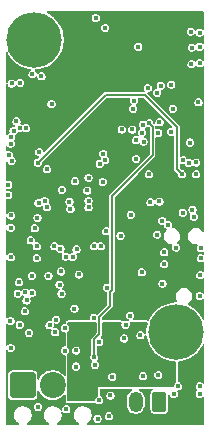
<source format=gbr>
%TF.GenerationSoftware,KiCad,Pcbnew,9.0.2*%
%TF.CreationDate,2025-12-22T17:06:25+08:00*%
%TF.ProjectId,OshEasyMini,4f736845-6173-4794-9d69-6e692e6b6963,rev?*%
%TF.SameCoordinates,Original*%
%TF.FileFunction,Copper,L3,Inr*%
%TF.FilePolarity,Positive*%
%FSLAX46Y46*%
G04 Gerber Fmt 4.6, Leading zero omitted, Abs format (unit mm)*
G04 Created by KiCad (PCBNEW 9.0.2) date 2025-12-22 17:06:25*
%MOMM*%
%LPD*%
G01*
G04 APERTURE LIST*
G04 Aperture macros list*
%AMRoundRect*
0 Rectangle with rounded corners*
0 $1 Rounding radius*
0 $2 $3 $4 $5 $6 $7 $8 $9 X,Y pos of 4 corners*
0 Add a 4 corners polygon primitive as box body*
4,1,4,$2,$3,$4,$5,$6,$7,$8,$9,$2,$3,0*
0 Add four circle primitives for the rounded corners*
1,1,$1+$1,$2,$3*
1,1,$1+$1,$4,$5*
1,1,$1+$1,$6,$7*
1,1,$1+$1,$8,$9*
0 Add four rect primitives between the rounded corners*
20,1,$1+$1,$2,$3,$4,$5,0*
20,1,$1+$1,$4,$5,$6,$7,0*
20,1,$1+$1,$6,$7,$8,$9,0*
20,1,$1+$1,$8,$9,$2,$3,0*%
G04 Aperture macros list end*
%TA.AperFunction,ComponentPad*%
%ADD10RoundRect,0.249999X-0.850001X-0.850001X0.850001X-0.850001X0.850001X0.850001X-0.850001X0.850001X0*%
%TD*%
%TA.AperFunction,ComponentPad*%
%ADD11C,2.200000*%
%TD*%
%TA.AperFunction,ComponentPad*%
%ADD12RoundRect,0.250000X0.350000X0.625000X-0.350000X0.625000X-0.350000X-0.625000X0.350000X-0.625000X0*%
%TD*%
%TA.AperFunction,ComponentPad*%
%ADD13O,1.200000X1.750000*%
%TD*%
%TA.AperFunction,ComponentPad*%
%ADD14C,4.700000*%
%TD*%
%TA.AperFunction,ViaPad*%
%ADD15C,0.400000*%
%TD*%
%TA.AperFunction,Conductor*%
%ADD16C,0.160000*%
%TD*%
G04 APERTURE END LIST*
D10*
%TO.N,/FET_B*%
%TO.C,J4*%
X91620000Y-61850000D03*
D11*
%TO.N,/FET_A*%
X94160000Y-61850000D03*
%TO.N,V_LIPO*%
X96700000Y-61850000D03*
%TD*%
D12*
%TO.N,V_CHARGE*%
%TO.C,J6*%
X103180000Y-63250000D03*
D13*
%TO.N,GND*%
X101180000Y-63250000D03*
%TD*%
D14*
%TO.N,GND*%
%TO.C,H2*%
X92600000Y-32600000D03*
%TD*%
%TO.N,GND*%
%TO.C,H1*%
X104600000Y-57350000D03*
%TD*%
D15*
%TO.N,GND*%
X94863261Y-52227954D03*
X95255169Y-50967719D03*
X104600000Y-50200000D03*
X90610352Y-48518702D03*
X100326594Y-56745379D03*
X106100000Y-47600000D03*
X102438025Y-46363215D03*
X101225000Y-42700000D03*
X92400000Y-54050000D03*
X97960000Y-64690000D03*
X103100000Y-61000000D03*
X90575000Y-56425000D03*
X104330476Y-38454400D03*
X106700000Y-50250000D03*
X96370000Y-52480000D03*
X91304541Y-53150003D03*
X95661513Y-46940187D03*
X96002985Y-55366247D03*
X92910000Y-63700000D03*
X105856124Y-31919948D03*
X105941802Y-33273649D03*
X90400000Y-44900000D03*
X91850000Y-54000000D03*
X97794486Y-30771352D03*
X106600000Y-34600000D03*
X92150000Y-57425000D03*
X95187660Y-57017523D03*
X100966249Y-38462500D03*
X91088777Y-39514107D03*
X97740611Y-60140829D03*
X100000000Y-40200000D03*
X92804541Y-50100000D03*
X96132299Y-60277290D03*
X94060574Y-38053181D03*
X95300000Y-63900000D03*
X103600000Y-50600000D03*
X96180000Y-50350000D03*
X93010000Y-42120000D03*
X96043070Y-44590231D03*
X106600000Y-32000000D03*
X98100000Y-58200000D03*
X93675000Y-43575000D03*
X97643630Y-56131971D03*
X94910000Y-54120000D03*
X90600000Y-41400000D03*
X94450000Y-56300000D03*
X100714507Y-55961513D03*
X92800000Y-51100000D03*
X98600000Y-31600000D03*
X94304541Y-50100000D03*
X94737297Y-53340027D03*
X106500000Y-37900000D03*
X90640000Y-47490000D03*
X99050000Y-62720000D03*
X105907531Y-34678756D03*
X106600000Y-33200000D03*
X101041826Y-37772156D03*
X106302829Y-43000000D03*
X99900000Y-49200000D03*
%TO.N,+3V3*%
X96018749Y-41962500D03*
X92900000Y-41500000D03*
X97800000Y-55500000D03*
X106470391Y-36483131D03*
X97400000Y-54750000D03*
X97430000Y-42340000D03*
X97900000Y-54900000D03*
X92120000Y-47740000D03*
X101000000Y-48450000D03*
X103112500Y-45600000D03*
X96414376Y-35765076D03*
X97446249Y-32622500D03*
X102200000Y-41800000D03*
X106600000Y-39100000D03*
X106500000Y-46800000D03*
X100000000Y-52400000D03*
X91728777Y-39514107D03*
X97228341Y-55395349D03*
X96360000Y-46250000D03*
X104300000Y-54400000D03*
X92804541Y-49100000D03*
X91304541Y-52600000D03*
%TO.N,/NRST*%
X94814559Y-50305877D03*
X103431000Y-47950000D03*
X90847399Y-40323378D03*
%TO.N,/RADIO_MARC_ISR*%
X98600000Y-42800000D03*
X91349997Y-40100000D03*
%TO.N,/RADIO_INT*%
X91900000Y-40100000D03*
X98142371Y-43105086D03*
%TO.N,/CS_RADIO*%
X93200000Y-35700000D03*
X101725675Y-40464347D03*
%TO.N,/CS_BARO*%
X97087500Y-45362500D03*
X106300000Y-44000000D03*
%TO.N,VBUS*%
X101580000Y-57630000D03*
X105160000Y-47250000D03*
%TO.N,V_LIPO*%
X100628594Y-59228025D03*
X97089994Y-56826929D03*
X101146466Y-59296567D03*
X101159159Y-58682229D03*
X97042505Y-57362147D03*
X98886855Y-57732299D03*
X104200000Y-60400000D03*
X97113586Y-57869864D03*
X104200000Y-61400000D03*
X98827504Y-57034923D03*
%TO.N,/MGSW_IN*%
X104758812Y-61948127D03*
X103606013Y-51606666D03*
X106600000Y-62600000D03*
%TO.N,/HALL_OUT*%
X103450000Y-53250000D03*
X98745969Y-53591937D03*
%TO.N,Net-(JP1-A)*%
X98230000Y-50090000D03*
X91200000Y-54110000D03*
%TO.N,Net-(D4-A2)*%
X100200000Y-57900000D03*
X106700000Y-51100000D03*
X99200000Y-61150000D03*
%TO.N,Net-(D4-A1)*%
X106640000Y-52540000D03*
X101800000Y-61100000D03*
%TO.N,Net-(D4-K1)*%
X98090000Y-63140000D03*
X106600000Y-54300000D03*
%TO.N,/SWDIO*%
X103000000Y-49100000D03*
%TO.N,/SWCLK*%
X97680096Y-50100376D03*
X103950000Y-48300000D03*
%TO.N,Net-(Q1-G)*%
X104400000Y-62600000D03*
%TO.N,Net-(Q2-D)*%
X92400000Y-52600000D03*
X106620000Y-61950000D03*
%TO.N,/SENSE_A*%
X100900000Y-40200000D03*
X95187660Y-58927523D03*
%TO.N,/SENSE_B*%
X90614999Y-58700000D03*
X102200000Y-36700000D03*
%TO.N,/FIRE_A*%
X96139926Y-58913531D03*
X90680900Y-42857354D03*
%TO.N,/GATE_A*%
X93893463Y-56783325D03*
%TO.N,/FIRE_B*%
X90437765Y-42364011D03*
X91950000Y-54675000D03*
%TO.N,/GATE_B*%
X91800000Y-55600000D03*
%TO.N,/CMP_RAIL*%
X94381052Y-57369669D03*
X91365000Y-56740000D03*
%TO.N,/V_BATT*%
X97669934Y-59483948D03*
X102333581Y-39666605D03*
%TO.N,/USB_D+*%
X92959998Y-46430002D03*
%TO.N,/USB_D-*%
X93483378Y-46260956D03*
%TO.N,/AC_INT1*%
X98400000Y-44650000D03*
X103100000Y-40500000D03*
%TO.N,/SCK0*%
X101848255Y-41235281D03*
X104200000Y-36399999D03*
X105784060Y-41314842D03*
%TO.N,/MISO0*%
X101207465Y-41107465D03*
X103000000Y-37100000D03*
%TO.N,/CS_ACCEL*%
X104200000Y-40400000D03*
X101800000Y-39800000D03*
%TO.N,/MOSI0*%
X103300000Y-36500000D03*
X98441173Y-42273429D03*
%TO.N,/AC_INT2*%
X97200000Y-44300000D03*
X103200000Y-39600000D03*
%TO.N,/SCK3*%
X94940000Y-45320000D03*
X102300000Y-44000000D03*
%TO.N,/MISO3*%
X92890000Y-43020000D03*
X105100000Y-44000000D03*
%TO.N,/MOSI3*%
X103200000Y-46300000D03*
X90400000Y-45750003D03*
%TO.N,/TX1*%
X90620000Y-51020000D03*
X97200000Y-46800000D03*
%TO.N,/RX1*%
X92299837Y-49592432D03*
X97200000Y-46250000D03*
%TO.N,/MISO5*%
X98680000Y-48820000D03*
X92440000Y-35520000D03*
%TO.N,/MOSI5*%
X90688727Y-36306236D03*
X92862983Y-47685922D03*
%TO.N,/SCK5*%
X93682060Y-46796135D03*
X91394998Y-36265002D03*
%TO.N,/CS_FLASH*%
X101700000Y-52300000D03*
X95574034Y-46315745D03*
%TO.N,/BUZZ*%
X101400000Y-33200000D03*
X90609651Y-40850082D03*
%TO.N,Net-(J10-Pin_2)*%
X105200000Y-42800000D03*
%TO.N,Net-(J10-Pin_1)*%
X105690776Y-43048276D03*
%TO.N,Net-(U1-V_BCKP)*%
X98918131Y-64485309D03*
X92634973Y-48576789D03*
X100771675Y-47427018D03*
X105989336Y-47004266D03*
%TO.N,Net-(U1-VCC_RF)*%
X93800000Y-52600000D03*
X95854545Y-51000000D03*
%TD*%
D16*
%TO.N,/V_BATT*%
X97669934Y-57983037D02*
X97669934Y-59483948D01*
X99000000Y-55140473D02*
X98099000Y-56041473D01*
X102631000Y-39964024D02*
X102631000Y-42369000D01*
X102631000Y-42369000D02*
X99176969Y-45823031D01*
X98099000Y-57553971D02*
X97669934Y-57983037D01*
X98099000Y-56041473D02*
X98099000Y-57553971D01*
X99000000Y-54000000D02*
X99000000Y-55140473D01*
X102333581Y-39666605D02*
X102631000Y-39964024D01*
X99176969Y-45823031D02*
X99176969Y-53823031D01*
X99176969Y-53823031D02*
X99000000Y-54000000D01*
%TO.N,/MISO3*%
X104669000Y-43569000D02*
X105100000Y-44000000D01*
X101970000Y-37280000D02*
X104669000Y-39979000D01*
X104669000Y-39979000D02*
X104669000Y-43569000D01*
X92890000Y-43020000D02*
X98630000Y-37280000D01*
X98630000Y-37280000D02*
X101970000Y-37280000D01*
%TD*%
%TA.AperFunction,Conductor*%
%TO.N,V_LIPO*%
G36*
X97827691Y-56546529D02*
G01*
X97863655Y-56596029D01*
X97868500Y-56626622D01*
X97868500Y-57417487D01*
X97849593Y-57475678D01*
X97839503Y-57487491D01*
X97539366Y-57787626D01*
X97539367Y-57787627D01*
X97539366Y-57787628D01*
X97539365Y-57787627D01*
X97474524Y-57852469D01*
X97465861Y-57873385D01*
X97439433Y-57937187D01*
X97439433Y-58040409D01*
X97439434Y-58040418D01*
X97439434Y-59177759D01*
X97420527Y-59235950D01*
X97410439Y-59247761D01*
X97389463Y-59268737D01*
X97343321Y-59348657D01*
X97343320Y-59348659D01*
X97343320Y-59348660D01*
X97319434Y-59437804D01*
X97319434Y-59530092D01*
X97322612Y-59541952D01*
X97343321Y-59619238D01*
X97369049Y-59663800D01*
X97389465Y-59699160D01*
X97454722Y-59764417D01*
X97454724Y-59764418D01*
X97454725Y-59764419D01*
X97459441Y-59768038D01*
X97494096Y-59818463D01*
X97492493Y-59879628D01*
X97469178Y-59916580D01*
X97460143Y-59925614D01*
X97460140Y-59925618D01*
X97413998Y-60005538D01*
X97413997Y-60005540D01*
X97413997Y-60005541D01*
X97390111Y-60094685D01*
X97390111Y-60186973D01*
X97413997Y-60276117D01*
X97460142Y-60356041D01*
X97525399Y-60421298D01*
X97605323Y-60467443D01*
X97694467Y-60491329D01*
X97694469Y-60491329D01*
X97786753Y-60491329D01*
X97786755Y-60491329D01*
X97875899Y-60467443D01*
X97955823Y-60421298D01*
X98021080Y-60356041D01*
X98067225Y-60276117D01*
X98091111Y-60186973D01*
X98091111Y-60094685D01*
X98067225Y-60005541D01*
X98021080Y-59925617D01*
X97955823Y-59860360D01*
X97955820Y-59860358D01*
X97955817Y-59860355D01*
X97951102Y-59856737D01*
X97916448Y-59806311D01*
X97918052Y-59745147D01*
X97941369Y-59708193D01*
X97950403Y-59699160D01*
X97996548Y-59619236D01*
X98020434Y-59530092D01*
X98020434Y-59437804D01*
X97996548Y-59348660D01*
X97950403Y-59268736D01*
X97945698Y-59264031D01*
X97929429Y-59247761D01*
X97901653Y-59193244D01*
X97900434Y-59177759D01*
X97900434Y-58638409D01*
X97919341Y-58580218D01*
X97968841Y-58544254D01*
X98025055Y-58542783D01*
X98053856Y-58550500D01*
X98053857Y-58550500D01*
X98146142Y-58550500D01*
X98146144Y-58550500D01*
X98235288Y-58526614D01*
X98315212Y-58480469D01*
X98380469Y-58415212D01*
X98426614Y-58335288D01*
X98450500Y-58246144D01*
X98450500Y-58153856D01*
X98426614Y-58064712D01*
X98380469Y-57984788D01*
X98315212Y-57919531D01*
X98263408Y-57889621D01*
X98262067Y-57888789D01*
X98243293Y-57866551D01*
X98231862Y-57853856D01*
X99849500Y-57853856D01*
X99849500Y-57946144D01*
X99873386Y-58035288D01*
X99873387Y-58035290D01*
X99890372Y-58064709D01*
X99919531Y-58115212D01*
X99984788Y-58180469D01*
X100064712Y-58226614D01*
X100153856Y-58250500D01*
X100153858Y-58250500D01*
X100246142Y-58250500D01*
X100246144Y-58250500D01*
X100335288Y-58226614D01*
X100415212Y-58180469D01*
X100480469Y-58115212D01*
X100526614Y-58035288D01*
X100550500Y-57946144D01*
X100550500Y-57853856D01*
X100526614Y-57764712D01*
X100480469Y-57684788D01*
X100415212Y-57619531D01*
X100397519Y-57609316D01*
X100335290Y-57573387D01*
X100335289Y-57573386D01*
X100335288Y-57573386D01*
X100246144Y-57549500D01*
X100153856Y-57549500D01*
X100064712Y-57573386D01*
X100064711Y-57573386D01*
X100064709Y-57573387D01*
X99984790Y-57619529D01*
X99919529Y-57684790D01*
X99873387Y-57764709D01*
X99873386Y-57764711D01*
X99873386Y-57764712D01*
X99849500Y-57853856D01*
X98231862Y-57853856D01*
X98223837Y-57844943D01*
X98223664Y-57843300D01*
X98222598Y-57842037D01*
X98220481Y-57813018D01*
X98217441Y-57784092D01*
X98218261Y-57782581D01*
X98218147Y-57781013D01*
X98225858Y-57768588D01*
X98244273Y-57734674D01*
X98294409Y-57684539D01*
X98321336Y-57619531D01*
X98329501Y-57599820D01*
X98329501Y-57508121D01*
X98329500Y-57508118D01*
X98329500Y-56626622D01*
X98348407Y-56568431D01*
X98397907Y-56532467D01*
X98428500Y-56527622D01*
X99893058Y-56527622D01*
X99951249Y-56546529D01*
X99987213Y-56596029D01*
X99988685Y-56652244D01*
X99976094Y-56699235D01*
X99976094Y-56791523D01*
X99999980Y-56880667D01*
X99999981Y-56880669D01*
X100000883Y-56882232D01*
X100046125Y-56960591D01*
X100111382Y-57025848D01*
X100191306Y-57071993D01*
X100280450Y-57095879D01*
X100280452Y-57095879D01*
X100372736Y-57095879D01*
X100372738Y-57095879D01*
X100461882Y-57071993D01*
X100541806Y-57025848D01*
X100607063Y-56960591D01*
X100653208Y-56880667D01*
X100677094Y-56791523D01*
X100677094Y-56699235D01*
X100664503Y-56652244D01*
X100667706Y-56591143D01*
X100706211Y-56543593D01*
X100760130Y-56527622D01*
X102099073Y-56527622D01*
X102157264Y-56546529D01*
X102193228Y-56596029D01*
X102194205Y-56654025D01*
X102193439Y-56656681D01*
X102130944Y-56930492D01*
X102099500Y-57209573D01*
X102099500Y-57462673D01*
X102080593Y-57520864D01*
X102031093Y-57556828D01*
X101969907Y-57556828D01*
X101920407Y-57520864D01*
X101909036Y-57500558D01*
X101906615Y-57494714D01*
X101895625Y-57475678D01*
X101860469Y-57414788D01*
X101795212Y-57349531D01*
X101785869Y-57344137D01*
X101715290Y-57303387D01*
X101715289Y-57303386D01*
X101715288Y-57303386D01*
X101626144Y-57279500D01*
X101533856Y-57279500D01*
X101444712Y-57303386D01*
X101444711Y-57303386D01*
X101444709Y-57303387D01*
X101364790Y-57349529D01*
X101299529Y-57414790D01*
X101253387Y-57494709D01*
X101253386Y-57494711D01*
X101253386Y-57494712D01*
X101229500Y-57583856D01*
X101229500Y-57676144D01*
X101253231Y-57764709D01*
X101253387Y-57765290D01*
X101299375Y-57844943D01*
X101299531Y-57845212D01*
X101364788Y-57910469D01*
X101444712Y-57956614D01*
X101533856Y-57980500D01*
X101533858Y-57980500D01*
X101626142Y-57980500D01*
X101626144Y-57980500D01*
X101715288Y-57956614D01*
X101795212Y-57910469D01*
X101860469Y-57845212D01*
X101906614Y-57765288D01*
X101928782Y-57682555D01*
X101962105Y-57631243D01*
X102019227Y-57609316D01*
X102078327Y-57625151D01*
X102116832Y-57672701D01*
X102122786Y-57697096D01*
X102130944Y-57769507D01*
X102193440Y-58043319D01*
X102286198Y-58308406D01*
X102286199Y-58308409D01*
X102408047Y-58561430D01*
X102408051Y-58561437D01*
X102408055Y-58561445D01*
X102557477Y-58799248D01*
X102732584Y-59018825D01*
X102931175Y-59217416D01*
X103150752Y-59392523D01*
X103388555Y-59541945D01*
X103388566Y-59541950D01*
X103388569Y-59541952D01*
X103549052Y-59619236D01*
X103641592Y-59663801D01*
X103906682Y-59756560D01*
X104180491Y-59819055D01*
X104459575Y-59850500D01*
X104459576Y-59850500D01*
X104501000Y-59850500D01*
X104559191Y-59869407D01*
X104595155Y-59918907D01*
X104600000Y-59949500D01*
X104600000Y-61577937D01*
X104581093Y-61636128D01*
X104550505Y-61663671D01*
X104543597Y-61667659D01*
X104478343Y-61732914D01*
X104478341Y-61732916D01*
X104432199Y-61812836D01*
X104408311Y-61901985D01*
X104407465Y-61908417D01*
X104405966Y-61908219D01*
X104389405Y-61959191D01*
X104339905Y-61995155D01*
X104309312Y-62000000D01*
X98000000Y-62000000D01*
X98000000Y-62000001D01*
X98000000Y-62730081D01*
X97981093Y-62788272D01*
X97950501Y-62815817D01*
X97874790Y-62859529D01*
X97809529Y-62924790D01*
X97763387Y-63004709D01*
X97763386Y-63004711D01*
X97763386Y-63004712D01*
X97752159Y-63046614D01*
X97739500Y-63093857D01*
X97739500Y-63101000D01*
X97720593Y-63159191D01*
X97671093Y-63195155D01*
X97640500Y-63200000D01*
X95499000Y-63200000D01*
X95440809Y-63181093D01*
X95404845Y-63131593D01*
X95400000Y-63101000D01*
X95400000Y-62022502D01*
X95401219Y-62007014D01*
X95403098Y-61995155D01*
X95410500Y-61948417D01*
X95410500Y-61751583D01*
X95410500Y-61751579D01*
X95401219Y-61692983D01*
X95400000Y-61677496D01*
X95400000Y-61103856D01*
X98849500Y-61103856D01*
X98849500Y-61196144D01*
X98873386Y-61285288D01*
X98919531Y-61365212D01*
X98984788Y-61430469D01*
X99064712Y-61476614D01*
X99153856Y-61500500D01*
X99153858Y-61500500D01*
X99246142Y-61500500D01*
X99246144Y-61500500D01*
X99335288Y-61476614D01*
X99415212Y-61430469D01*
X99480469Y-61365212D01*
X99526614Y-61285288D01*
X99550500Y-61196144D01*
X99550500Y-61103856D01*
X99537103Y-61053856D01*
X101449500Y-61053856D01*
X101449500Y-61146144D01*
X101473386Y-61235288D01*
X101519531Y-61315212D01*
X101584788Y-61380469D01*
X101664712Y-61426614D01*
X101753856Y-61450500D01*
X101753858Y-61450500D01*
X101846142Y-61450500D01*
X101846144Y-61450500D01*
X101935288Y-61426614D01*
X102015212Y-61380469D01*
X102080469Y-61315212D01*
X102126614Y-61235288D01*
X102150500Y-61146144D01*
X102150500Y-61053856D01*
X102126614Y-60964712D01*
X102120346Y-60953856D01*
X102749500Y-60953856D01*
X102749500Y-61046144D01*
X102773386Y-61135288D01*
X102773387Y-61135290D01*
X102808520Y-61196142D01*
X102819531Y-61215212D01*
X102884788Y-61280469D01*
X102964712Y-61326614D01*
X103053856Y-61350500D01*
X103053858Y-61350500D01*
X103146142Y-61350500D01*
X103146144Y-61350500D01*
X103235288Y-61326614D01*
X103315212Y-61280469D01*
X103380469Y-61215212D01*
X103426614Y-61135288D01*
X103450500Y-61046144D01*
X103450500Y-60953856D01*
X103426614Y-60864712D01*
X103380469Y-60784788D01*
X103315212Y-60719531D01*
X103235288Y-60673386D01*
X103146144Y-60649500D01*
X103053856Y-60649500D01*
X102964712Y-60673386D01*
X102964711Y-60673386D01*
X102964709Y-60673387D01*
X102884790Y-60719529D01*
X102819529Y-60784790D01*
X102773387Y-60864709D01*
X102773386Y-60864711D01*
X102773386Y-60864712D01*
X102749500Y-60953856D01*
X102120346Y-60953856D01*
X102080469Y-60884788D01*
X102015212Y-60819531D01*
X101955036Y-60784788D01*
X101935290Y-60773387D01*
X101935289Y-60773386D01*
X101935288Y-60773386D01*
X101846144Y-60749500D01*
X101753856Y-60749500D01*
X101664712Y-60773386D01*
X101664711Y-60773386D01*
X101664709Y-60773387D01*
X101584790Y-60819529D01*
X101519529Y-60884790D01*
X101473387Y-60964709D01*
X101473387Y-60964710D01*
X101473386Y-60964712D01*
X101449500Y-61053856D01*
X99537103Y-61053856D01*
X99526614Y-61014712D01*
X99480469Y-60934788D01*
X99415212Y-60869531D01*
X99406865Y-60864712D01*
X99335290Y-60823387D01*
X99335289Y-60823386D01*
X99335288Y-60823386D01*
X99246144Y-60799500D01*
X99153856Y-60799500D01*
X99064712Y-60823386D01*
X99064711Y-60823386D01*
X99064709Y-60823387D01*
X98984790Y-60869529D01*
X98919529Y-60934790D01*
X98873387Y-61014709D01*
X98873386Y-61014711D01*
X98873386Y-61014712D01*
X98849500Y-61103856D01*
X95400000Y-61103856D01*
X95400000Y-60231146D01*
X95781799Y-60231146D01*
X95781799Y-60323434D01*
X95805685Y-60412578D01*
X95805686Y-60412580D01*
X95851152Y-60491329D01*
X95851830Y-60492502D01*
X95917087Y-60557759D01*
X95997011Y-60603904D01*
X96086155Y-60627790D01*
X96086157Y-60627790D01*
X96178441Y-60627790D01*
X96178443Y-60627790D01*
X96267587Y-60603904D01*
X96347511Y-60557759D01*
X96412768Y-60492502D01*
X96458913Y-60412578D01*
X96482799Y-60323434D01*
X96482799Y-60231146D01*
X96458913Y-60142002D01*
X96412768Y-60062078D01*
X96347511Y-59996821D01*
X96267587Y-59950676D01*
X96178443Y-59926790D01*
X96086155Y-59926790D01*
X95997011Y-59950676D01*
X95997010Y-59950676D01*
X95997008Y-59950677D01*
X95917089Y-59996819D01*
X95851828Y-60062080D01*
X95805686Y-60141999D01*
X95805685Y-60142001D01*
X95805685Y-60142002D01*
X95781799Y-60231146D01*
X95400000Y-60231146D01*
X95400000Y-59251871D01*
X95418907Y-59193680D01*
X95428990Y-59181873D01*
X95468129Y-59142735D01*
X95514274Y-59062811D01*
X95538160Y-58973667D01*
X95538160Y-58881379D01*
X95534411Y-58867387D01*
X95789426Y-58867387D01*
X95789426Y-58959675D01*
X95813312Y-59048819D01*
X95813313Y-59048821D01*
X95821391Y-59062813D01*
X95859457Y-59128743D01*
X95924714Y-59194000D01*
X96004638Y-59240145D01*
X96093782Y-59264031D01*
X96093784Y-59264031D01*
X96186068Y-59264031D01*
X96186070Y-59264031D01*
X96275214Y-59240145D01*
X96355138Y-59194000D01*
X96420395Y-59128743D01*
X96466540Y-59048819D01*
X96490426Y-58959675D01*
X96490426Y-58867387D01*
X96466540Y-58778243D01*
X96420395Y-58698319D01*
X96355138Y-58633062D01*
X96299448Y-58600909D01*
X96275216Y-58586918D01*
X96275215Y-58586917D01*
X96275214Y-58586917D01*
X96186070Y-58563031D01*
X96093782Y-58563031D01*
X96004638Y-58586917D01*
X96004637Y-58586917D01*
X96004635Y-58586918D01*
X95924716Y-58633060D01*
X95859455Y-58698321D01*
X95813313Y-58778240D01*
X95813312Y-58778242D01*
X95813312Y-58778243D01*
X95789426Y-58867387D01*
X95534411Y-58867387D01*
X95514274Y-58792235D01*
X95468129Y-58712311D01*
X95428994Y-58673176D01*
X95401219Y-58618662D01*
X95400000Y-58603175D01*
X95400000Y-57341871D01*
X95418907Y-57283680D01*
X95428990Y-57271873D01*
X95468129Y-57232735D01*
X95514274Y-57152811D01*
X95538160Y-57063667D01*
X95538160Y-56971379D01*
X95514274Y-56882235D01*
X95468129Y-56802311D01*
X95428994Y-56763176D01*
X95425369Y-56756061D01*
X95418907Y-56751366D01*
X95411743Y-56729317D01*
X95401219Y-56708662D01*
X95400000Y-56693175D01*
X95400000Y-56626622D01*
X95418907Y-56568431D01*
X95468407Y-56532467D01*
X95499000Y-56527622D01*
X97769500Y-56527622D01*
X97827691Y-56546529D01*
G37*
%TD.AperFunction*%
%TD*%
%TA.AperFunction,Conductor*%
%TO.N,+3V3*%
G36*
X106977826Y-30222174D02*
G01*
X106999500Y-30274500D01*
X106999500Y-31725168D01*
X106977826Y-31777494D01*
X106925500Y-31799168D01*
X106873175Y-31777494D01*
X106815212Y-31719531D01*
X106815209Y-31719529D01*
X106815208Y-31719528D01*
X106735289Y-31673386D01*
X106735284Y-31673384D01*
X106646146Y-31649500D01*
X106646144Y-31649500D01*
X106553856Y-31649500D01*
X106553854Y-31649500D01*
X106464715Y-31673384D01*
X106464710Y-31673386D01*
X106384791Y-31719528D01*
X106319527Y-31784792D01*
X106319527Y-31784793D01*
X106314937Y-31792742D01*
X106270001Y-31827217D01*
X106213849Y-31819820D01*
X106186186Y-31788268D01*
X106185163Y-31788860D01*
X106136595Y-31704739D01*
X106136594Y-31704738D01*
X106136593Y-31704736D01*
X106071336Y-31639479D01*
X106071333Y-31639477D01*
X106071332Y-31639476D01*
X105991413Y-31593334D01*
X105991408Y-31593332D01*
X105902270Y-31569448D01*
X105902268Y-31569448D01*
X105809980Y-31569448D01*
X105809978Y-31569448D01*
X105720839Y-31593332D01*
X105720834Y-31593334D01*
X105640915Y-31639476D01*
X105575652Y-31704739D01*
X105529510Y-31784658D01*
X105529508Y-31784663D01*
X105505624Y-31873801D01*
X105505624Y-31966094D01*
X105529508Y-32055232D01*
X105529510Y-32055237D01*
X105575652Y-32135156D01*
X105575653Y-32135157D01*
X105575655Y-32135160D01*
X105640912Y-32200417D01*
X105640914Y-32200418D01*
X105640915Y-32200419D01*
X105720834Y-32246561D01*
X105720836Y-32246562D01*
X105720837Y-32246562D01*
X105720839Y-32246563D01*
X105765408Y-32258505D01*
X105809977Y-32270447D01*
X105809978Y-32270448D01*
X105809980Y-32270448D01*
X105902270Y-32270448D01*
X105902270Y-32270447D01*
X105991412Y-32246562D01*
X106071336Y-32200417D01*
X106136593Y-32135160D01*
X106141182Y-32127212D01*
X106186115Y-32092732D01*
X106242267Y-32100123D01*
X106269939Y-32131678D01*
X106270961Y-32131088D01*
X106319528Y-32215208D01*
X106319529Y-32215209D01*
X106319531Y-32215212D01*
X106384788Y-32280469D01*
X106464712Y-32326614D01*
X106464713Y-32326614D01*
X106464715Y-32326615D01*
X106509284Y-32338557D01*
X106553853Y-32350499D01*
X106553854Y-32350500D01*
X106553856Y-32350500D01*
X106646146Y-32350500D01*
X106646146Y-32350499D01*
X106735288Y-32326614D01*
X106815212Y-32280469D01*
X106873175Y-32222505D01*
X106925500Y-32200832D01*
X106977826Y-32222506D01*
X106999500Y-32274832D01*
X106999500Y-32925168D01*
X106977826Y-32977494D01*
X106925500Y-32999168D01*
X106873175Y-32977494D01*
X106815212Y-32919531D01*
X106815209Y-32919529D01*
X106815208Y-32919528D01*
X106735289Y-32873386D01*
X106735284Y-32873384D01*
X106646146Y-32849500D01*
X106646144Y-32849500D01*
X106553856Y-32849500D01*
X106553854Y-32849500D01*
X106464715Y-32873384D01*
X106464710Y-32873386D01*
X106384791Y-32919528D01*
X106319528Y-32984791D01*
X106305191Y-33009623D01*
X106260256Y-33044100D01*
X106204104Y-33036706D01*
X106188784Y-33024950D01*
X106157014Y-32993180D01*
X106157011Y-32993178D01*
X106157010Y-32993177D01*
X106077091Y-32947035D01*
X106077086Y-32947033D01*
X105987948Y-32923149D01*
X105987946Y-32923149D01*
X105895658Y-32923149D01*
X105895656Y-32923149D01*
X105806517Y-32947033D01*
X105806512Y-32947035D01*
X105726593Y-32993177D01*
X105661330Y-33058440D01*
X105615188Y-33138359D01*
X105615186Y-33138364D01*
X105591302Y-33227502D01*
X105591302Y-33319795D01*
X105615186Y-33408933D01*
X105615188Y-33408938D01*
X105661330Y-33488857D01*
X105661331Y-33488858D01*
X105661333Y-33488861D01*
X105726590Y-33554118D01*
X105726592Y-33554119D01*
X105726593Y-33554120D01*
X105734020Y-33558408D01*
X105806514Y-33600263D01*
X105806515Y-33600263D01*
X105806517Y-33600264D01*
X105851086Y-33612206D01*
X105895655Y-33624148D01*
X105895656Y-33624149D01*
X105895658Y-33624149D01*
X105987948Y-33624149D01*
X105987948Y-33624148D01*
X106077090Y-33600263D01*
X106157014Y-33554118D01*
X106222271Y-33488861D01*
X106236609Y-33464028D01*
X106281542Y-33429549D01*
X106337694Y-33436941D01*
X106353016Y-33448697D01*
X106384788Y-33480469D01*
X106384790Y-33480470D01*
X106384791Y-33480471D01*
X106399314Y-33488856D01*
X106464712Y-33526614D01*
X106464713Y-33526614D01*
X106464715Y-33526615D01*
X106509284Y-33538557D01*
X106553853Y-33550499D01*
X106553854Y-33550500D01*
X106553856Y-33550500D01*
X106646146Y-33550500D01*
X106646146Y-33550499D01*
X106735288Y-33526614D01*
X106815212Y-33480469D01*
X106873175Y-33422505D01*
X106925500Y-33400832D01*
X106977826Y-33422506D01*
X106999500Y-33474832D01*
X106999500Y-34325168D01*
X106977826Y-34377494D01*
X106925500Y-34399168D01*
X106873175Y-34377494D01*
X106815212Y-34319531D01*
X106815209Y-34319529D01*
X106815208Y-34319528D01*
X106735289Y-34273386D01*
X106735284Y-34273384D01*
X106646146Y-34249500D01*
X106646144Y-34249500D01*
X106553856Y-34249500D01*
X106553854Y-34249500D01*
X106464715Y-34273384D01*
X106464710Y-34273386D01*
X106384791Y-34319528D01*
X106319529Y-34384790D01*
X106290779Y-34434587D01*
X106245845Y-34469065D01*
X106189692Y-34461672D01*
X106174371Y-34449915D01*
X106122743Y-34398287D01*
X106122740Y-34398285D01*
X106122739Y-34398284D01*
X106042820Y-34352142D01*
X106042815Y-34352140D01*
X105953677Y-34328256D01*
X105953675Y-34328256D01*
X105861387Y-34328256D01*
X105861385Y-34328256D01*
X105772246Y-34352140D01*
X105772241Y-34352142D01*
X105692322Y-34398284D01*
X105627059Y-34463547D01*
X105580917Y-34543466D01*
X105580915Y-34543471D01*
X105557031Y-34632609D01*
X105557031Y-34724902D01*
X105580915Y-34814040D01*
X105580917Y-34814045D01*
X105627059Y-34893964D01*
X105627060Y-34893965D01*
X105627062Y-34893968D01*
X105692319Y-34959225D01*
X105772243Y-35005370D01*
X105772244Y-35005370D01*
X105772246Y-35005371D01*
X105816815Y-35017313D01*
X105861384Y-35029255D01*
X105861385Y-35029256D01*
X105861387Y-35029256D01*
X105953677Y-35029256D01*
X105953677Y-35029255D01*
X106042819Y-35005370D01*
X106122743Y-34959225D01*
X106188000Y-34893968D01*
X106216751Y-34844169D01*
X106261683Y-34809691D01*
X106317836Y-34817083D01*
X106333158Y-34828839D01*
X106384788Y-34880469D01*
X106384790Y-34880470D01*
X106384791Y-34880471D01*
X106464710Y-34926613D01*
X106464712Y-34926614D01*
X106464713Y-34926614D01*
X106464715Y-34926615D01*
X106509284Y-34938557D01*
X106553853Y-34950499D01*
X106553854Y-34950500D01*
X106553856Y-34950500D01*
X106646146Y-34950500D01*
X106646146Y-34950499D01*
X106735288Y-34926614D01*
X106815212Y-34880469D01*
X106873175Y-34822505D01*
X106925500Y-34800832D01*
X106977826Y-34822506D01*
X106999500Y-34874832D01*
X106999500Y-48818959D01*
X106977826Y-48871285D01*
X106925500Y-48892959D01*
X106873174Y-48871285D01*
X106863971Y-48860071D01*
X106862091Y-48857258D01*
X106821463Y-48796453D01*
X106724547Y-48699537D01*
X106610585Y-48623390D01*
X106610581Y-48623388D01*
X106610579Y-48623387D01*
X106610580Y-48623387D01*
X106483961Y-48570940D01*
X106483950Y-48570937D01*
X106382680Y-48550793D01*
X106349530Y-48544200D01*
X106212470Y-48544200D01*
X106185877Y-48549489D01*
X106078049Y-48570937D01*
X106078038Y-48570940D01*
X105951419Y-48623387D01*
X105837453Y-48699536D01*
X105837452Y-48699538D01*
X105740538Y-48796452D01*
X105740536Y-48796453D01*
X105664387Y-48910419D01*
X105611940Y-49037038D01*
X105611937Y-49037049D01*
X105585200Y-49171470D01*
X105585200Y-49308529D01*
X105611937Y-49442950D01*
X105611940Y-49442961D01*
X105664387Y-49569580D01*
X105664389Y-49569583D01*
X105664390Y-49569585D01*
X105740537Y-49683547D01*
X105837453Y-49780463D01*
X105951415Y-49856610D01*
X105951420Y-49856612D01*
X105951419Y-49856612D01*
X106063297Y-49902953D01*
X106078043Y-49909061D01*
X106212470Y-49935800D01*
X106212471Y-49935800D01*
X106348509Y-49935800D01*
X106400835Y-49957474D01*
X106422509Y-50009800D01*
X106412595Y-50046800D01*
X106373386Y-50114710D01*
X106373384Y-50114715D01*
X106349500Y-50203853D01*
X106349500Y-50296146D01*
X106373384Y-50385284D01*
X106373386Y-50385289D01*
X106419528Y-50465208D01*
X106419529Y-50465209D01*
X106419531Y-50465212D01*
X106484788Y-50530469D01*
X106484790Y-50530470D01*
X106484791Y-50530471D01*
X106564710Y-50576613D01*
X106564712Y-50576614D01*
X106564713Y-50576614D01*
X106564715Y-50576615D01*
X106601032Y-50586346D01*
X106653853Y-50600499D01*
X106653854Y-50600500D01*
X106653856Y-50600500D01*
X106746146Y-50600500D01*
X106746146Y-50600499D01*
X106835288Y-50576614D01*
X106888499Y-50545891D01*
X106907651Y-50543370D01*
X106925500Y-50535977D01*
X106934737Y-50539803D01*
X106944652Y-50538498D01*
X106959978Y-50550258D01*
X106977826Y-50557651D01*
X106981652Y-50566889D01*
X106989585Y-50572976D01*
X106999500Y-50609977D01*
X106999500Y-50740022D01*
X106977826Y-50792348D01*
X106925500Y-50814022D01*
X106888500Y-50804108D01*
X106835289Y-50773386D01*
X106835284Y-50773384D01*
X106746146Y-50749500D01*
X106746144Y-50749500D01*
X106653856Y-50749500D01*
X106653854Y-50749500D01*
X106564715Y-50773384D01*
X106564710Y-50773386D01*
X106484791Y-50819528D01*
X106419528Y-50884791D01*
X106373386Y-50964710D01*
X106373384Y-50964715D01*
X106349500Y-51053853D01*
X106349500Y-51146146D01*
X106373384Y-51235284D01*
X106373386Y-51235289D01*
X106419528Y-51315208D01*
X106419529Y-51315209D01*
X106419531Y-51315212D01*
X106484788Y-51380469D01*
X106484790Y-51380470D01*
X106484791Y-51380471D01*
X106564710Y-51426613D01*
X106564712Y-51426614D01*
X106564713Y-51426614D01*
X106564715Y-51426615D01*
X106609284Y-51438557D01*
X106653853Y-51450499D01*
X106653854Y-51450500D01*
X106653856Y-51450500D01*
X106746146Y-51450500D01*
X106746146Y-51450499D01*
X106835288Y-51426614D01*
X106888499Y-51395891D01*
X106944652Y-51388498D01*
X106989585Y-51422976D01*
X106999500Y-51459977D01*
X106999500Y-52225168D01*
X106977826Y-52277494D01*
X106925500Y-52299168D01*
X106873175Y-52277494D01*
X106855212Y-52259531D01*
X106855209Y-52259529D01*
X106855208Y-52259528D01*
X106775289Y-52213386D01*
X106775284Y-52213384D01*
X106686146Y-52189500D01*
X106686144Y-52189500D01*
X106593856Y-52189500D01*
X106593854Y-52189500D01*
X106504715Y-52213384D01*
X106504710Y-52213386D01*
X106424791Y-52259528D01*
X106359528Y-52324791D01*
X106313386Y-52404710D01*
X106313384Y-52404715D01*
X106289500Y-52493853D01*
X106289500Y-52586146D01*
X106313384Y-52675284D01*
X106313386Y-52675289D01*
X106359528Y-52755208D01*
X106359529Y-52755209D01*
X106359531Y-52755212D01*
X106424788Y-52820469D01*
X106424790Y-52820470D01*
X106424791Y-52820471D01*
X106484305Y-52854832D01*
X106504712Y-52866614D01*
X106504713Y-52866614D01*
X106504715Y-52866615D01*
X106549284Y-52878557D01*
X106593853Y-52890499D01*
X106593854Y-52890500D01*
X106593856Y-52890500D01*
X106686146Y-52890500D01*
X106686146Y-52890499D01*
X106775288Y-52866614D01*
X106855212Y-52820469D01*
X106873175Y-52802505D01*
X106925500Y-52780832D01*
X106977826Y-52802506D01*
X106999500Y-52854832D01*
X106999500Y-54025168D01*
X106977826Y-54077494D01*
X106925500Y-54099168D01*
X106873175Y-54077494D01*
X106815212Y-54019531D01*
X106815209Y-54019529D01*
X106815208Y-54019528D01*
X106735289Y-53973386D01*
X106735284Y-53973384D01*
X106646146Y-53949500D01*
X106646144Y-53949500D01*
X106553856Y-53949500D01*
X106553854Y-53949500D01*
X106464715Y-53973384D01*
X106464710Y-53973386D01*
X106384791Y-54019528D01*
X106319528Y-54084791D01*
X106273386Y-54164710D01*
X106273384Y-54164715D01*
X106249500Y-54253853D01*
X106249500Y-54346146D01*
X106273384Y-54435284D01*
X106273386Y-54435289D01*
X106319528Y-54515208D01*
X106319529Y-54515209D01*
X106319531Y-54515212D01*
X106384788Y-54580469D01*
X106464712Y-54626614D01*
X106464713Y-54626614D01*
X106464715Y-54626615D01*
X106473079Y-54628856D01*
X106553853Y-54650499D01*
X106553854Y-54650500D01*
X106553856Y-54650500D01*
X106646146Y-54650500D01*
X106646146Y-54650499D01*
X106735288Y-54626614D01*
X106815212Y-54580469D01*
X106873175Y-54522505D01*
X106925500Y-54500832D01*
X106977826Y-54522506D01*
X106999500Y-54574832D01*
X106999500Y-56245331D01*
X106977826Y-56297657D01*
X106925500Y-56319331D01*
X106873174Y-56297657D01*
X106858828Y-56277439D01*
X106843589Y-56245796D01*
X106791945Y-56138555D01*
X106642523Y-55900752D01*
X106467416Y-55681175D01*
X106268825Y-55482584D01*
X106180808Y-55412393D01*
X106049248Y-55307477D01*
X105927475Y-55230962D01*
X105811445Y-55158055D01*
X105609549Y-55060827D01*
X105571810Y-55018596D01*
X105574985Y-54962047D01*
X105600541Y-54932629D01*
X105708547Y-54860463D01*
X105805463Y-54763547D01*
X105881610Y-54649585D01*
X105934061Y-54522957D01*
X105960800Y-54388530D01*
X105960800Y-54251470D01*
X105934061Y-54117043D01*
X105917679Y-54077494D01*
X105881612Y-53990419D01*
X105881611Y-53990417D01*
X105881610Y-53990415D01*
X105805463Y-53876453D01*
X105708547Y-53779537D01*
X105700257Y-53773998D01*
X105680343Y-53760691D01*
X105594585Y-53703390D01*
X105594581Y-53703388D01*
X105594579Y-53703387D01*
X105594580Y-53703387D01*
X105467961Y-53650940D01*
X105467950Y-53650937D01*
X105366680Y-53630793D01*
X105333530Y-53624200D01*
X105196470Y-53624200D01*
X105169877Y-53629489D01*
X105062049Y-53650937D01*
X105062038Y-53650940D01*
X104935419Y-53703387D01*
X104821453Y-53779536D01*
X104821452Y-53779538D01*
X104724538Y-53876452D01*
X104724536Y-53876453D01*
X104648387Y-53990419D01*
X104595940Y-54117038D01*
X104595937Y-54117049D01*
X104582365Y-54185284D01*
X104569200Y-54251470D01*
X104569200Y-54388530D01*
X104575793Y-54421680D01*
X104595937Y-54522950D01*
X104595940Y-54522961D01*
X104648387Y-54649580D01*
X104648389Y-54649583D01*
X104648390Y-54649585D01*
X104696204Y-54721144D01*
X104705054Y-54734388D01*
X104716103Y-54789937D01*
X104684637Y-54837029D01*
X104643525Y-54849500D01*
X104459575Y-54849500D01*
X104320033Y-54865222D01*
X104180487Y-54880945D01*
X104180486Y-54880945D01*
X103906690Y-54943437D01*
X103906674Y-54943442D01*
X103641592Y-55036198D01*
X103388559Y-55158052D01*
X103150751Y-55307477D01*
X102931175Y-55482583D01*
X102732583Y-55681175D01*
X102557477Y-55900751D01*
X102408052Y-56138559D01*
X102336025Y-56288127D01*
X102305920Y-56350642D01*
X102300319Y-56362272D01*
X102258088Y-56400012D01*
X102210799Y-56397454D01*
X102209928Y-56400137D01*
X102147129Y-56379733D01*
X102147125Y-56379732D01*
X102147124Y-56379732D01*
X102115313Y-56374694D01*
X102099074Y-56372122D01*
X102099073Y-56372122D01*
X100978113Y-56372122D01*
X100925787Y-56350448D01*
X100904113Y-56298122D01*
X100925787Y-56245796D01*
X100926736Y-56244963D01*
X100929714Y-56241984D01*
X100929719Y-56241982D01*
X100994976Y-56176725D01*
X101041121Y-56096801D01*
X101065006Y-56007659D01*
X101065007Y-56007659D01*
X101065007Y-55915367D01*
X101065006Y-55915366D01*
X101061847Y-55903578D01*
X101041121Y-55826225D01*
X101029073Y-55805357D01*
X100994978Y-55746304D01*
X100994977Y-55746303D01*
X100994976Y-55746301D01*
X100929719Y-55681044D01*
X100929716Y-55681042D01*
X100929715Y-55681041D01*
X100849796Y-55634899D01*
X100849791Y-55634897D01*
X100760653Y-55611013D01*
X100760651Y-55611013D01*
X100668363Y-55611013D01*
X100668361Y-55611013D01*
X100579222Y-55634897D01*
X100579217Y-55634899D01*
X100499298Y-55681041D01*
X100434035Y-55746304D01*
X100387893Y-55826223D01*
X100387891Y-55826228D01*
X100364007Y-55915366D01*
X100364007Y-56007659D01*
X100387891Y-56096797D01*
X100387893Y-56096802D01*
X100434035Y-56176721D01*
X100434036Y-56176722D01*
X100434038Y-56176725D01*
X100499295Y-56241982D01*
X100499297Y-56241983D01*
X100499298Y-56241984D01*
X100560707Y-56277439D01*
X100579219Y-56288127D01*
X100592329Y-56291639D01*
X100611953Y-56306697D01*
X100633045Y-56319622D01*
X100634003Y-56323615D01*
X100637263Y-56326116D01*
X100640492Y-56350642D01*
X100646267Y-56374694D01*
X100644120Y-56378196D01*
X100644657Y-56382268D01*
X100616674Y-56422985D01*
X100590249Y-56442184D01*
X100535177Y-56455406D01*
X100509753Y-56446403D01*
X100461883Y-56418765D01*
X100461878Y-56418763D01*
X100372740Y-56394879D01*
X100372738Y-56394879D01*
X100280450Y-56394879D01*
X100280448Y-56394879D01*
X100191309Y-56418763D01*
X100191304Y-56418765D01*
X100145342Y-56445302D01*
X100089189Y-56452694D01*
X100068040Y-56443278D01*
X99999300Y-56398639D01*
X99999294Y-56398636D01*
X99941114Y-56379733D01*
X99941110Y-56379732D01*
X99941109Y-56379732D01*
X99909298Y-56374694D01*
X99893059Y-56372122D01*
X99893058Y-56372122D01*
X98428500Y-56372122D01*
X98428498Y-56372122D01*
X98409304Y-56373632D01*
X98406359Y-56372675D01*
X98403500Y-56373860D01*
X98379819Y-56364051D01*
X98355439Y-56356129D01*
X98354033Y-56353370D01*
X98351174Y-56352186D01*
X98341365Y-56328504D01*
X98329728Y-56305664D01*
X98329500Y-56299860D01*
X98329500Y-56167600D01*
X98351173Y-56115275D01*
X99120159Y-55346288D01*
X99120162Y-55346287D01*
X99130567Y-55335882D01*
X99130568Y-55335882D01*
X99195409Y-55271041D01*
X99230500Y-55186322D01*
X99230500Y-54126127D01*
X99252174Y-54073802D01*
X99297125Y-54028850D01*
X99297127Y-54028849D01*
X99297129Y-54028847D01*
X99307536Y-54018440D01*
X99307537Y-54018440D01*
X99372378Y-53953599D01*
X99396738Y-53894788D01*
X99407470Y-53868880D01*
X99407470Y-53777181D01*
X99407470Y-53771223D01*
X99407469Y-53771209D01*
X99407469Y-53203853D01*
X103099500Y-53203853D01*
X103099500Y-53296146D01*
X103123384Y-53385284D01*
X103123386Y-53385289D01*
X103169528Y-53465208D01*
X103169529Y-53465209D01*
X103169531Y-53465212D01*
X103234788Y-53530469D01*
X103314712Y-53576614D01*
X103314713Y-53576614D01*
X103314715Y-53576615D01*
X103359284Y-53588557D01*
X103403853Y-53600499D01*
X103403854Y-53600500D01*
X103403856Y-53600500D01*
X103496146Y-53600500D01*
X103496146Y-53600499D01*
X103585288Y-53576614D01*
X103665212Y-53530469D01*
X103730469Y-53465212D01*
X103776614Y-53385288D01*
X103800499Y-53296146D01*
X103800500Y-53296146D01*
X103800500Y-53203854D01*
X103800499Y-53203853D01*
X103776615Y-53114715D01*
X103776613Y-53114710D01*
X103730471Y-53034791D01*
X103730470Y-53034790D01*
X103730469Y-53034788D01*
X103665212Y-52969531D01*
X103665209Y-52969529D01*
X103665208Y-52969528D01*
X103585289Y-52923386D01*
X103585284Y-52923384D01*
X103496146Y-52899500D01*
X103496144Y-52899500D01*
X103403856Y-52899500D01*
X103403854Y-52899500D01*
X103314715Y-52923384D01*
X103314710Y-52923386D01*
X103234791Y-52969528D01*
X103169528Y-53034791D01*
X103123386Y-53114710D01*
X103123384Y-53114715D01*
X103099500Y-53203853D01*
X99407469Y-53203853D01*
X99407469Y-52253853D01*
X101349500Y-52253853D01*
X101349500Y-52346146D01*
X101373384Y-52435284D01*
X101373386Y-52435289D01*
X101419528Y-52515208D01*
X101419529Y-52515209D01*
X101419531Y-52515212D01*
X101484788Y-52580469D01*
X101484790Y-52580470D01*
X101484791Y-52580471D01*
X101545088Y-52615284D01*
X101564712Y-52626614D01*
X101564713Y-52626614D01*
X101564715Y-52626615D01*
X101609284Y-52638557D01*
X101653853Y-52650499D01*
X101653854Y-52650500D01*
X101653856Y-52650500D01*
X101746146Y-52650500D01*
X101746146Y-52650499D01*
X101835288Y-52626614D01*
X101915212Y-52580469D01*
X101980469Y-52515212D01*
X102026614Y-52435288D01*
X102050499Y-52346146D01*
X102050500Y-52346146D01*
X102050500Y-52253854D01*
X102050499Y-52253853D01*
X102026615Y-52164715D01*
X102026613Y-52164710D01*
X101980471Y-52084791D01*
X101980470Y-52084790D01*
X101980469Y-52084788D01*
X101915212Y-52019531D01*
X101915209Y-52019529D01*
X101915208Y-52019528D01*
X101835289Y-51973386D01*
X101835284Y-51973384D01*
X101746146Y-51949500D01*
X101746144Y-51949500D01*
X101653856Y-51949500D01*
X101653854Y-51949500D01*
X101564715Y-51973384D01*
X101564710Y-51973386D01*
X101484791Y-52019528D01*
X101419528Y-52084791D01*
X101373386Y-52164710D01*
X101373384Y-52164715D01*
X101349500Y-52253853D01*
X99407469Y-52253853D01*
X99407469Y-51560519D01*
X103255513Y-51560519D01*
X103255513Y-51652812D01*
X103279397Y-51741950D01*
X103279399Y-51741955D01*
X103325541Y-51821874D01*
X103325542Y-51821875D01*
X103325544Y-51821878D01*
X103390801Y-51887135D01*
X103390803Y-51887136D01*
X103390804Y-51887137D01*
X103415404Y-51901340D01*
X103470725Y-51933280D01*
X103470726Y-51933280D01*
X103470728Y-51933281D01*
X103515297Y-51945223D01*
X103559866Y-51957165D01*
X103559867Y-51957166D01*
X103559869Y-51957166D01*
X103652159Y-51957166D01*
X103652159Y-51957165D01*
X103741301Y-51933280D01*
X103821225Y-51887135D01*
X103886482Y-51821878D01*
X103932627Y-51741954D01*
X103956512Y-51652812D01*
X103956513Y-51652812D01*
X103956513Y-51560520D01*
X103956512Y-51560519D01*
X103932628Y-51471381D01*
X103932626Y-51471376D01*
X103886484Y-51391457D01*
X103886483Y-51391456D01*
X103886482Y-51391454D01*
X103821225Y-51326197D01*
X103821222Y-51326195D01*
X103821221Y-51326194D01*
X103741302Y-51280052D01*
X103741297Y-51280050D01*
X103652159Y-51256166D01*
X103652157Y-51256166D01*
X103559869Y-51256166D01*
X103559867Y-51256166D01*
X103470728Y-51280050D01*
X103470723Y-51280052D01*
X103390804Y-51326194D01*
X103325541Y-51391457D01*
X103279399Y-51471376D01*
X103279397Y-51471381D01*
X103255513Y-51560519D01*
X99407469Y-51560519D01*
X99407469Y-50553853D01*
X103249500Y-50553853D01*
X103249500Y-50646146D01*
X103273384Y-50735284D01*
X103273386Y-50735289D01*
X103319528Y-50815208D01*
X103319529Y-50815209D01*
X103319531Y-50815212D01*
X103384788Y-50880469D01*
X103384790Y-50880470D01*
X103384791Y-50880471D01*
X103449359Y-50917750D01*
X103464712Y-50926614D01*
X103464713Y-50926614D01*
X103464715Y-50926615D01*
X103509284Y-50938557D01*
X103553853Y-50950499D01*
X103553854Y-50950500D01*
X103553856Y-50950500D01*
X103646146Y-50950500D01*
X103646146Y-50950499D01*
X103735288Y-50926614D01*
X103815212Y-50880469D01*
X103880469Y-50815212D01*
X103926614Y-50735288D01*
X103950499Y-50646146D01*
X103950500Y-50646146D01*
X103950500Y-50553854D01*
X103950499Y-50553853D01*
X103946734Y-50539803D01*
X103930836Y-50480469D01*
X103926615Y-50464715D01*
X103926613Y-50464710D01*
X103880471Y-50384791D01*
X103880470Y-50384790D01*
X103880469Y-50384788D01*
X103815212Y-50319531D01*
X103815209Y-50319529D01*
X103815208Y-50319528D01*
X103735289Y-50273386D01*
X103735284Y-50273384D01*
X103646146Y-50249500D01*
X103646144Y-50249500D01*
X103553856Y-50249500D01*
X103553854Y-50249500D01*
X103464715Y-50273384D01*
X103464710Y-50273386D01*
X103384791Y-50319528D01*
X103319528Y-50384791D01*
X103273386Y-50464710D01*
X103273384Y-50464715D01*
X103249500Y-50553853D01*
X99407469Y-50553853D01*
X99407469Y-49278163D01*
X99429143Y-49225837D01*
X99481469Y-49204163D01*
X99533795Y-49225837D01*
X99552946Y-49259008D01*
X99568006Y-49315208D01*
X99573387Y-49335290D01*
X99619528Y-49415208D01*
X99619529Y-49415209D01*
X99619531Y-49415212D01*
X99684788Y-49480469D01*
X99764712Y-49526614D01*
X99764713Y-49526614D01*
X99764715Y-49526615D01*
X99809284Y-49538557D01*
X99853853Y-49550499D01*
X99853854Y-49550500D01*
X99853856Y-49550500D01*
X99946146Y-49550500D01*
X99946146Y-49550499D01*
X100035288Y-49526614D01*
X100115212Y-49480469D01*
X100180469Y-49415212D01*
X100226614Y-49335288D01*
X100250499Y-49246146D01*
X100250500Y-49246146D01*
X100250500Y-49153854D01*
X100250499Y-49153853D01*
X100248559Y-49146614D01*
X100226614Y-49064712D01*
X100220345Y-49053854D01*
X100220344Y-49053853D01*
X102649500Y-49053853D01*
X102649500Y-49146146D01*
X102673384Y-49235284D01*
X102673386Y-49235289D01*
X102719528Y-49315208D01*
X102719529Y-49315209D01*
X102719531Y-49315212D01*
X102784788Y-49380469D01*
X102784790Y-49380470D01*
X102784791Y-49380471D01*
X102864710Y-49426613D01*
X102864712Y-49426614D01*
X102864713Y-49426614D01*
X102864715Y-49426615D01*
X102909284Y-49438557D01*
X102953853Y-49450499D01*
X102953854Y-49450500D01*
X102953856Y-49450500D01*
X103046146Y-49450500D01*
X103046146Y-49450499D01*
X103135288Y-49426614D01*
X103215212Y-49380469D01*
X103280469Y-49315212D01*
X103326614Y-49235288D01*
X103350499Y-49146146D01*
X103350500Y-49146146D01*
X103350500Y-49053854D01*
X103350499Y-49053853D01*
X103349255Y-49049212D01*
X103326614Y-48964712D01*
X103321171Y-48955284D01*
X103280471Y-48884791D01*
X103280470Y-48884790D01*
X103280469Y-48884788D01*
X103215212Y-48819531D01*
X103215209Y-48819529D01*
X103215208Y-48819528D01*
X103135289Y-48773386D01*
X103135284Y-48773384D01*
X103046146Y-48749500D01*
X103046144Y-48749500D01*
X102953856Y-48749500D01*
X102953854Y-48749500D01*
X102864715Y-48773384D01*
X102864710Y-48773386D01*
X102784791Y-48819528D01*
X102719528Y-48884791D01*
X102673386Y-48964710D01*
X102673384Y-48964715D01*
X102649500Y-49053853D01*
X100220344Y-49053853D01*
X100180471Y-48984791D01*
X100180470Y-48984790D01*
X100180469Y-48984788D01*
X100115212Y-48919531D01*
X100115209Y-48919529D01*
X100115208Y-48919528D01*
X100035289Y-48873386D01*
X100035284Y-48873384D01*
X99946146Y-48849500D01*
X99946144Y-48849500D01*
X99853856Y-48849500D01*
X99853854Y-48849500D01*
X99764715Y-48873384D01*
X99764710Y-48873386D01*
X99684791Y-48919528D01*
X99619528Y-48984791D01*
X99573386Y-49064710D01*
X99573384Y-49064715D01*
X99552947Y-49140989D01*
X99518469Y-49185922D01*
X99462316Y-49193314D01*
X99417383Y-49158836D01*
X99407469Y-49121836D01*
X99407469Y-47903853D01*
X103080500Y-47903853D01*
X103080500Y-47996146D01*
X103104384Y-48085284D01*
X103104386Y-48085289D01*
X103150528Y-48165208D01*
X103150529Y-48165209D01*
X103150531Y-48165212D01*
X103215788Y-48230469D01*
X103215790Y-48230470D01*
X103215791Y-48230471D01*
X103295710Y-48276613D01*
X103295712Y-48276614D01*
X103295713Y-48276614D01*
X103295715Y-48276615D01*
X103340284Y-48288557D01*
X103384853Y-48300499D01*
X103384854Y-48300500D01*
X103384856Y-48300500D01*
X103477144Y-48300500D01*
X103508413Y-48292121D01*
X103564564Y-48299512D01*
X103599044Y-48344444D01*
X103599044Y-48344446D01*
X103623384Y-48435284D01*
X103623386Y-48435289D01*
X103669528Y-48515208D01*
X103669529Y-48515209D01*
X103669531Y-48515212D01*
X103734788Y-48580469D01*
X103734790Y-48580470D01*
X103734791Y-48580471D01*
X103771555Y-48601697D01*
X103806034Y-48646631D01*
X103798641Y-48702783D01*
X103786881Y-48718109D01*
X103708538Y-48796452D01*
X103708536Y-48796453D01*
X103632387Y-48910419D01*
X103579940Y-49037038D01*
X103579937Y-49037049D01*
X103553200Y-49171470D01*
X103553200Y-49308529D01*
X103579937Y-49442950D01*
X103579940Y-49442961D01*
X103632387Y-49569580D01*
X103632389Y-49569583D01*
X103632390Y-49569585D01*
X103708537Y-49683547D01*
X103805453Y-49780463D01*
X103919415Y-49856610D01*
X103919420Y-49856612D01*
X103919419Y-49856612D01*
X104031297Y-49902953D01*
X104046043Y-49909061D01*
X104180470Y-49935800D01*
X104180471Y-49935800D01*
X104219642Y-49935800D01*
X104271968Y-49957474D01*
X104293642Y-50009800D01*
X104283727Y-50046801D01*
X104273387Y-50064708D01*
X104273384Y-50064715D01*
X104249500Y-50153853D01*
X104249500Y-50246146D01*
X104273384Y-50335284D01*
X104273386Y-50335289D01*
X104319528Y-50415208D01*
X104319529Y-50415209D01*
X104319531Y-50415212D01*
X104384788Y-50480469D01*
X104384790Y-50480470D01*
X104384791Y-50480471D01*
X104464710Y-50526613D01*
X104464712Y-50526614D01*
X104464713Y-50526614D01*
X104464715Y-50526615D01*
X104499655Y-50535977D01*
X104553853Y-50550499D01*
X104553854Y-50550500D01*
X104553856Y-50550500D01*
X104646146Y-50550500D01*
X104646146Y-50550499D01*
X104735288Y-50526614D01*
X104815212Y-50480469D01*
X104880469Y-50415212D01*
X104926614Y-50335288D01*
X104950499Y-50246146D01*
X104950500Y-50246146D01*
X104950500Y-50153854D01*
X104950499Y-50153853D01*
X104948433Y-50146144D01*
X104927905Y-50069531D01*
X104926615Y-50064715D01*
X104926613Y-50064710D01*
X104880471Y-49984791D01*
X104880470Y-49984790D01*
X104880469Y-49984788D01*
X104815212Y-49919531D01*
X104815209Y-49919529D01*
X104815208Y-49919528D01*
X104732798Y-49871948D01*
X104698319Y-49827014D01*
X104705712Y-49770862D01*
X104717466Y-49755543D01*
X104789463Y-49683547D01*
X104865610Y-49569585D01*
X104918061Y-49442957D01*
X104944800Y-49308530D01*
X104944800Y-49171470D01*
X104918061Y-49037043D01*
X104888100Y-48964710D01*
X104865612Y-48910419D01*
X104865611Y-48910417D01*
X104865610Y-48910415D01*
X104789463Y-48796453D01*
X104692547Y-48699537D01*
X104578585Y-48623390D01*
X104578581Y-48623388D01*
X104578579Y-48623387D01*
X104578580Y-48623387D01*
X104451961Y-48570940D01*
X104451950Y-48570937D01*
X104344682Y-48549600D01*
X104325708Y-48545826D01*
X104278616Y-48514361D01*
X104267567Y-48458813D01*
X104276061Y-48436246D01*
X104276125Y-48436134D01*
X104276614Y-48435288D01*
X104300499Y-48346146D01*
X104300500Y-48346146D01*
X104300500Y-48253854D01*
X104300499Y-48253853D01*
X104276615Y-48164715D01*
X104276613Y-48164710D01*
X104230471Y-48084791D01*
X104230470Y-48084790D01*
X104230469Y-48084788D01*
X104165212Y-48019531D01*
X104165209Y-48019529D01*
X104165208Y-48019528D01*
X104085289Y-47973386D01*
X104085284Y-47973384D01*
X103996146Y-47949500D01*
X103996144Y-47949500D01*
X103903856Y-47949500D01*
X103872585Y-47957879D01*
X103816433Y-47950486D01*
X103781954Y-47905553D01*
X103781500Y-47903858D01*
X103781500Y-47903856D01*
X103757614Y-47814712D01*
X103732070Y-47770469D01*
X103711471Y-47734791D01*
X103711470Y-47734790D01*
X103711469Y-47734788D01*
X103646212Y-47669531D01*
X103646209Y-47669529D01*
X103646208Y-47669528D01*
X103566289Y-47623386D01*
X103566284Y-47623384D01*
X103477146Y-47599500D01*
X103477144Y-47599500D01*
X103384856Y-47599500D01*
X103384854Y-47599500D01*
X103295715Y-47623384D01*
X103295710Y-47623386D01*
X103215791Y-47669528D01*
X103150528Y-47734791D01*
X103104386Y-47814710D01*
X103104384Y-47814715D01*
X103080500Y-47903853D01*
X99407469Y-47903853D01*
X99407469Y-47380871D01*
X100421175Y-47380871D01*
X100421175Y-47473164D01*
X100445059Y-47562302D01*
X100445061Y-47562307D01*
X100491203Y-47642226D01*
X100491204Y-47642227D01*
X100491206Y-47642230D01*
X100556463Y-47707487D01*
X100556465Y-47707488D01*
X100556466Y-47707489D01*
X100636385Y-47753631D01*
X100636387Y-47753632D01*
X100636388Y-47753632D01*
X100636390Y-47753633D01*
X100680959Y-47765575D01*
X100725528Y-47777517D01*
X100725529Y-47777518D01*
X100725531Y-47777518D01*
X100817821Y-47777518D01*
X100817821Y-47777517D01*
X100906963Y-47753632D01*
X100986887Y-47707487D01*
X101052144Y-47642230D01*
X101098289Y-47562306D01*
X101122174Y-47473164D01*
X101122175Y-47473164D01*
X101122175Y-47380872D01*
X101122174Y-47380871D01*
X101098290Y-47291733D01*
X101098287Y-47291725D01*
X101066117Y-47236007D01*
X101066116Y-47236006D01*
X101066116Y-47236005D01*
X101052147Y-47211811D01*
X101052147Y-47211810D01*
X101052145Y-47211808D01*
X101052144Y-47211806D01*
X101044191Y-47203853D01*
X104809500Y-47203853D01*
X104809500Y-47296146D01*
X104833384Y-47385284D01*
X104833386Y-47385289D01*
X104879528Y-47465208D01*
X104879529Y-47465209D01*
X104879531Y-47465212D01*
X104944788Y-47530469D01*
X104944790Y-47530470D01*
X104944791Y-47530471D01*
X104999923Y-47562302D01*
X105024712Y-47576614D01*
X105024713Y-47576614D01*
X105024715Y-47576615D01*
X105069284Y-47588557D01*
X105113853Y-47600499D01*
X105113854Y-47600500D01*
X105113856Y-47600500D01*
X105206146Y-47600500D01*
X105206146Y-47600499D01*
X105295288Y-47576614D01*
X105375212Y-47530469D01*
X105440469Y-47465212D01*
X105486614Y-47385288D01*
X105510499Y-47296146D01*
X105510500Y-47296146D01*
X105510500Y-47203854D01*
X105510499Y-47203853D01*
X105486615Y-47114715D01*
X105486613Y-47114710D01*
X105440471Y-47034791D01*
X105440470Y-47034790D01*
X105440469Y-47034788D01*
X105375212Y-46969531D01*
X105375209Y-46969529D01*
X105375208Y-46969528D01*
X105355447Y-46958119D01*
X105638836Y-46958119D01*
X105638836Y-47050412D01*
X105662720Y-47139550D01*
X105662722Y-47139555D01*
X105708864Y-47219474D01*
X105708865Y-47219475D01*
X105708867Y-47219478D01*
X105774124Y-47284735D01*
X105774126Y-47284736D01*
X105774128Y-47284738D01*
X105787417Y-47292411D01*
X105821895Y-47337345D01*
X105814502Y-47393496D01*
X105773386Y-47464710D01*
X105773384Y-47464715D01*
X105749500Y-47553853D01*
X105749500Y-47646146D01*
X105773384Y-47735284D01*
X105773386Y-47735289D01*
X105819528Y-47815208D01*
X105819529Y-47815209D01*
X105819531Y-47815212D01*
X105884788Y-47880469D01*
X105884790Y-47880470D01*
X105884791Y-47880471D01*
X105928234Y-47905553D01*
X105964712Y-47926614D01*
X105964713Y-47926614D01*
X105964715Y-47926615D01*
X106009284Y-47938557D01*
X106053853Y-47950499D01*
X106053854Y-47950500D01*
X106053856Y-47950500D01*
X106146146Y-47950500D01*
X106146146Y-47950499D01*
X106235288Y-47926614D01*
X106315212Y-47880469D01*
X106380469Y-47815212D01*
X106426614Y-47735288D01*
X106450499Y-47646146D01*
X106450500Y-47646146D01*
X106450500Y-47553854D01*
X106450499Y-47553853D01*
X106449636Y-47550634D01*
X106426614Y-47464712D01*
X106414573Y-47443856D01*
X106380471Y-47384791D01*
X106380470Y-47384790D01*
X106380469Y-47384788D01*
X106315212Y-47319531D01*
X106315209Y-47319529D01*
X106315207Y-47319527D01*
X106301917Y-47311854D01*
X106267439Y-47266921D01*
X106274832Y-47210769D01*
X106315950Y-47139554D01*
X106339835Y-47050412D01*
X106339836Y-47050412D01*
X106339836Y-46958120D01*
X106339835Y-46958119D01*
X106333716Y-46935284D01*
X106315950Y-46868978D01*
X106278955Y-46804902D01*
X106269807Y-46789057D01*
X106269806Y-46789056D01*
X106269805Y-46789054D01*
X106204548Y-46723797D01*
X106204545Y-46723795D01*
X106204544Y-46723794D01*
X106124625Y-46677652D01*
X106124620Y-46677650D01*
X106035482Y-46653766D01*
X106035480Y-46653766D01*
X105943192Y-46653766D01*
X105943190Y-46653766D01*
X105854051Y-46677650D01*
X105854046Y-46677652D01*
X105774127Y-46723794D01*
X105708864Y-46789057D01*
X105662722Y-46868976D01*
X105662720Y-46868981D01*
X105638836Y-46958119D01*
X105355447Y-46958119D01*
X105295289Y-46923386D01*
X105295284Y-46923384D01*
X105206146Y-46899500D01*
X105206144Y-46899500D01*
X105113856Y-46899500D01*
X105113854Y-46899500D01*
X105024715Y-46923384D01*
X105024710Y-46923386D01*
X104944791Y-46969528D01*
X104879528Y-47034791D01*
X104833386Y-47114710D01*
X104833384Y-47114715D01*
X104809500Y-47203853D01*
X101044191Y-47203853D01*
X100986887Y-47146549D01*
X100986884Y-47146547D01*
X100986883Y-47146546D01*
X100906964Y-47100404D01*
X100906959Y-47100402D01*
X100817821Y-47076518D01*
X100817819Y-47076518D01*
X100725531Y-47076518D01*
X100725529Y-47076518D01*
X100636390Y-47100402D01*
X100636385Y-47100404D01*
X100556466Y-47146546D01*
X100491203Y-47211809D01*
X100445061Y-47291728D01*
X100445059Y-47291733D01*
X100421175Y-47380871D01*
X99407469Y-47380871D01*
X99407469Y-46317068D01*
X102087525Y-46317068D01*
X102087525Y-46409361D01*
X102111409Y-46498499D01*
X102111411Y-46498504D01*
X102157553Y-46578423D01*
X102157554Y-46578424D01*
X102157556Y-46578427D01*
X102222813Y-46643684D01*
X102222815Y-46643685D01*
X102222816Y-46643686D01*
X102302735Y-46689828D01*
X102302737Y-46689829D01*
X102302738Y-46689829D01*
X102302740Y-46689830D01*
X102347309Y-46701772D01*
X102391878Y-46713714D01*
X102391879Y-46713715D01*
X102391881Y-46713715D01*
X102484171Y-46713715D01*
X102484171Y-46713714D01*
X102573313Y-46689829D01*
X102653237Y-46643684D01*
X102718494Y-46578427D01*
X102764639Y-46498503D01*
X102764640Y-46498498D01*
X102766494Y-46494024D01*
X102767976Y-46494638D01*
X102798910Y-46454313D01*
X102855062Y-46446913D01*
X102900000Y-46481385D01*
X102900004Y-46481393D01*
X102919527Y-46515207D01*
X102919529Y-46515209D01*
X102919531Y-46515212D01*
X102984788Y-46580469D01*
X102984790Y-46580470D01*
X102984791Y-46580471D01*
X103064710Y-46626613D01*
X103064712Y-46626614D01*
X103064713Y-46626614D01*
X103064715Y-46626615D01*
X103109284Y-46638557D01*
X103153853Y-46650499D01*
X103153854Y-46650500D01*
X103153856Y-46650500D01*
X103246146Y-46650500D01*
X103246146Y-46650499D01*
X103335288Y-46626614D01*
X103415212Y-46580469D01*
X103480469Y-46515212D01*
X103526614Y-46435288D01*
X103550499Y-46346146D01*
X103550500Y-46346146D01*
X103550500Y-46253854D01*
X103550499Y-46253853D01*
X103526615Y-46164715D01*
X103526613Y-46164710D01*
X103480471Y-46084791D01*
X103480470Y-46084790D01*
X103480469Y-46084788D01*
X103415212Y-46019531D01*
X103415209Y-46019529D01*
X103415208Y-46019528D01*
X103335289Y-45973386D01*
X103335284Y-45973384D01*
X103246146Y-45949500D01*
X103246144Y-45949500D01*
X103153856Y-45949500D01*
X103153854Y-45949500D01*
X103064715Y-45973384D01*
X103064710Y-45973386D01*
X102984791Y-46019528D01*
X102919528Y-46084791D01*
X102873386Y-46164710D01*
X102871531Y-46169191D01*
X102870053Y-46168578D01*
X102839095Y-46208912D01*
X102782941Y-46216295D01*
X102738019Y-46181820D01*
X102718496Y-46148006D01*
X102718495Y-46148005D01*
X102718494Y-46148003D01*
X102653237Y-46082746D01*
X102653234Y-46082744D01*
X102653233Y-46082743D01*
X102573314Y-46036601D01*
X102573309Y-46036599D01*
X102484171Y-46012715D01*
X102484169Y-46012715D01*
X102391881Y-46012715D01*
X102391879Y-46012715D01*
X102302740Y-46036599D01*
X102302735Y-46036601D01*
X102222816Y-46082743D01*
X102157553Y-46148006D01*
X102111411Y-46227925D01*
X102111409Y-46227930D01*
X102087525Y-46317068D01*
X99407469Y-46317068D01*
X99407469Y-45949158D01*
X99429142Y-45896833D01*
X101372121Y-43953853D01*
X101949500Y-43953853D01*
X101949500Y-44046146D01*
X101973384Y-44135284D01*
X101973386Y-44135289D01*
X102019528Y-44215208D01*
X102019529Y-44215209D01*
X102019531Y-44215212D01*
X102084788Y-44280469D01*
X102084790Y-44280470D01*
X102084791Y-44280471D01*
X102159121Y-44323386D01*
X102164712Y-44326614D01*
X102164713Y-44326614D01*
X102164715Y-44326615D01*
X102209284Y-44338557D01*
X102253853Y-44350499D01*
X102253854Y-44350500D01*
X102253856Y-44350500D01*
X102346146Y-44350500D01*
X102346146Y-44350499D01*
X102435288Y-44326614D01*
X102515212Y-44280469D01*
X102580469Y-44215212D01*
X102626614Y-44135288D01*
X102650499Y-44046146D01*
X102650500Y-44046146D01*
X102650500Y-43953854D01*
X102650499Y-43953853D01*
X102650485Y-43953802D01*
X102626614Y-43864712D01*
X102621279Y-43855471D01*
X102580471Y-43784791D01*
X102580470Y-43784790D01*
X102580469Y-43784788D01*
X102515212Y-43719531D01*
X102515209Y-43719529D01*
X102515208Y-43719528D01*
X102435289Y-43673386D01*
X102435284Y-43673384D01*
X102346146Y-43649500D01*
X102346144Y-43649500D01*
X102253856Y-43649500D01*
X102253854Y-43649500D01*
X102164715Y-43673384D01*
X102164710Y-43673386D01*
X102084791Y-43719528D01*
X102019528Y-43784791D01*
X101973386Y-43864710D01*
X101973384Y-43864715D01*
X101949500Y-43953853D01*
X101372121Y-43953853D01*
X102751159Y-42574815D01*
X102751162Y-42574814D01*
X102761567Y-42564409D01*
X102761568Y-42564409D01*
X102826409Y-42499568D01*
X102861500Y-42414849D01*
X102861500Y-40894611D01*
X102883174Y-40842285D01*
X102935500Y-40820611D01*
X102959993Y-40825483D01*
X102960027Y-40825359D01*
X102961920Y-40825866D01*
X102963819Y-40826244D01*
X102964710Y-40826613D01*
X102964712Y-40826614D01*
X102964713Y-40826614D01*
X102964715Y-40826615D01*
X103009284Y-40838557D01*
X103053853Y-40850499D01*
X103053854Y-40850500D01*
X103053856Y-40850500D01*
X103146146Y-40850500D01*
X103146146Y-40850499D01*
X103235288Y-40826614D01*
X103315212Y-40780469D01*
X103380469Y-40715212D01*
X103426614Y-40635288D01*
X103450499Y-40546146D01*
X103450500Y-40546146D01*
X103450500Y-40453854D01*
X103450499Y-40453853D01*
X103448433Y-40446144D01*
X103428837Y-40373009D01*
X103426615Y-40364715D01*
X103426613Y-40364710D01*
X103380471Y-40284791D01*
X103380470Y-40284790D01*
X103380469Y-40284788D01*
X103315212Y-40219531D01*
X103315209Y-40219529D01*
X103315208Y-40219528D01*
X103235289Y-40173386D01*
X103235284Y-40173384D01*
X103146146Y-40149500D01*
X103146144Y-40149500D01*
X103053856Y-40149500D01*
X103053854Y-40149500D01*
X102964712Y-40173385D01*
X102963808Y-40173760D01*
X102963315Y-40173759D01*
X102960027Y-40174641D01*
X102959790Y-40173759D01*
X102949092Y-40173757D01*
X102935500Y-40179388D01*
X102921896Y-40173753D01*
X102907171Y-40173751D01*
X102896767Y-40163344D01*
X102883174Y-40157714D01*
X102877539Y-40144110D01*
X102867128Y-40133696D01*
X102861500Y-40105388D01*
X102861500Y-40018494D01*
X102861501Y-40018485D01*
X102861501Y-39935833D01*
X102883175Y-39883507D01*
X102935501Y-39861833D01*
X102979120Y-39879900D01*
X102980947Y-39877521D01*
X102984785Y-39880466D01*
X102984788Y-39880469D01*
X103064712Y-39926614D01*
X103064713Y-39926614D01*
X103064715Y-39926615D01*
X103099118Y-39935833D01*
X103153853Y-39950499D01*
X103153854Y-39950500D01*
X103153856Y-39950500D01*
X103246146Y-39950500D01*
X103246146Y-39950499D01*
X103335288Y-39926614D01*
X103415212Y-39880469D01*
X103480469Y-39815212D01*
X103526614Y-39735288D01*
X103550499Y-39646146D01*
X103550500Y-39646146D01*
X103550500Y-39553854D01*
X103550499Y-39553853D01*
X103544461Y-39531320D01*
X103526614Y-39464712D01*
X103526613Y-39464710D01*
X103480471Y-39384791D01*
X103480470Y-39384790D01*
X103480469Y-39384788D01*
X103415212Y-39319531D01*
X103415209Y-39319529D01*
X103415208Y-39319528D01*
X103335289Y-39273386D01*
X103335284Y-39273384D01*
X103246146Y-39249500D01*
X103246144Y-39249500D01*
X103153856Y-39249500D01*
X103153854Y-39249500D01*
X103064715Y-39273384D01*
X103064710Y-39273386D01*
X102984791Y-39319528D01*
X102919528Y-39384791D01*
X102873386Y-39464710D01*
X102873384Y-39464715D01*
X102849500Y-39553853D01*
X102849500Y-39646145D01*
X102855034Y-39666800D01*
X102853728Y-39676713D01*
X102857555Y-39685951D01*
X102850161Y-39703799D01*
X102847640Y-39722952D01*
X102839707Y-39729038D01*
X102835881Y-39738277D01*
X102818032Y-39745670D01*
X102802706Y-39757430D01*
X102792792Y-39756124D01*
X102783555Y-39759951D01*
X102765706Y-39752557D01*
X102746554Y-39750036D01*
X102731229Y-39738277D01*
X102705755Y-39712803D01*
X102684081Y-39660477D01*
X102684081Y-39620459D01*
X102684080Y-39620458D01*
X102660196Y-39531320D01*
X102660194Y-39531315D01*
X102614052Y-39451396D01*
X102614051Y-39451395D01*
X102614050Y-39451393D01*
X102548793Y-39386136D01*
X102548790Y-39386134D01*
X102548789Y-39386133D01*
X102468870Y-39339991D01*
X102468865Y-39339989D01*
X102379727Y-39316105D01*
X102379725Y-39316105D01*
X102287437Y-39316105D01*
X102287435Y-39316105D01*
X102198296Y-39339989D01*
X102198291Y-39339991D01*
X102118372Y-39386133D01*
X102053111Y-39451393D01*
X102053110Y-39451395D01*
X102051131Y-39454823D01*
X102006197Y-39489300D01*
X101950047Y-39481907D01*
X101935289Y-39473386D01*
X101935284Y-39473384D01*
X101846146Y-39449500D01*
X101846144Y-39449500D01*
X101753856Y-39449500D01*
X101753854Y-39449500D01*
X101664715Y-39473384D01*
X101664710Y-39473386D01*
X101584791Y-39519528D01*
X101519528Y-39584791D01*
X101473386Y-39664710D01*
X101473384Y-39664715D01*
X101449500Y-39753853D01*
X101449500Y-39846146D01*
X101473384Y-39935284D01*
X101473386Y-39935289D01*
X101519528Y-40015208D01*
X101519529Y-40015209D01*
X101519531Y-40015212D01*
X101554949Y-40050630D01*
X101576623Y-40102955D01*
X101554949Y-40155281D01*
X101539624Y-40167040D01*
X101510468Y-40183874D01*
X101510467Y-40183874D01*
X101445203Y-40249138D01*
X101399061Y-40329057D01*
X101399059Y-40329062D01*
X101375175Y-40418200D01*
X101375175Y-40510493D01*
X101399059Y-40599631D01*
X101399061Y-40599636D01*
X101446067Y-40681051D01*
X101453460Y-40737203D01*
X101418981Y-40782137D01*
X101362829Y-40789530D01*
X101344983Y-40782138D01*
X101342756Y-40780852D01*
X101342749Y-40780849D01*
X101253611Y-40756965D01*
X101253609Y-40756965D01*
X101161321Y-40756965D01*
X101161319Y-40756965D01*
X101072180Y-40780849D01*
X101072175Y-40780851D01*
X100992256Y-40826993D01*
X100926993Y-40892256D01*
X100880851Y-40972175D01*
X100880849Y-40972180D01*
X100856965Y-41061318D01*
X100856965Y-41153611D01*
X100880849Y-41242749D01*
X100880851Y-41242754D01*
X100926993Y-41322673D01*
X100926994Y-41322674D01*
X100926996Y-41322677D01*
X100992253Y-41387934D01*
X100992255Y-41387935D01*
X100992256Y-41387936D01*
X101072175Y-41434078D01*
X101072177Y-41434079D01*
X101072178Y-41434079D01*
X101072180Y-41434080D01*
X101116749Y-41446022D01*
X101161318Y-41457964D01*
X101161319Y-41457965D01*
X101161321Y-41457965D01*
X101253611Y-41457965D01*
X101253611Y-41457964D01*
X101342753Y-41434079D01*
X101422677Y-41387934D01*
X101423577Y-41387033D01*
X101424170Y-41386787D01*
X101426518Y-41384986D01*
X101427000Y-41385615D01*
X101475897Y-41365355D01*
X101528226Y-41387023D01*
X101539991Y-41402354D01*
X101567782Y-41450488D01*
X101567784Y-41450490D01*
X101567786Y-41450493D01*
X101633043Y-41515750D01*
X101633045Y-41515751D01*
X101633046Y-41515752D01*
X101666876Y-41535284D01*
X101712967Y-41561895D01*
X101712968Y-41561895D01*
X101712970Y-41561896D01*
X101757539Y-41573838D01*
X101802108Y-41585780D01*
X101802109Y-41585781D01*
X101802111Y-41585781D01*
X101894401Y-41585781D01*
X101894401Y-41585780D01*
X101983543Y-41561895D01*
X102063467Y-41515750D01*
X102128724Y-41450493D01*
X102174869Y-41370569D01*
X102198754Y-41281427D01*
X102198755Y-41281427D01*
X102198755Y-41189135D01*
X102198754Y-41189134D01*
X102174870Y-41099996D01*
X102174868Y-41099991D01*
X102128726Y-41020072D01*
X102128725Y-41020071D01*
X102128724Y-41020069D01*
X102063467Y-40954812D01*
X102063464Y-40954810D01*
X102063463Y-40954809D01*
X101983544Y-40908667D01*
X101983540Y-40908666D01*
X101933134Y-40895159D01*
X101888202Y-40860680D01*
X101880810Y-40804527D01*
X101915289Y-40759595D01*
X101915288Y-40759595D01*
X101940887Y-40744816D01*
X102006144Y-40679559D01*
X102052289Y-40599635D01*
X102076174Y-40510493D01*
X102076175Y-40510493D01*
X102076175Y-40418201D01*
X102076174Y-40418200D01*
X102075373Y-40415212D01*
X102058933Y-40353853D01*
X102052290Y-40329062D01*
X102052288Y-40329057D01*
X102006146Y-40249138D01*
X102006145Y-40249137D01*
X102006144Y-40249135D01*
X101970724Y-40213715D01*
X101949051Y-40161391D01*
X101970725Y-40109065D01*
X101986052Y-40097305D01*
X102015207Y-40080472D01*
X102015207Y-40080471D01*
X102015212Y-40080469D01*
X102080469Y-40015212D01*
X102082445Y-40011789D01*
X102127373Y-39977307D01*
X102183525Y-39984692D01*
X102198293Y-39993219D01*
X102198295Y-39993219D01*
X102198296Y-39993220D01*
X102211523Y-39996764D01*
X102287434Y-40017104D01*
X102287435Y-40017105D01*
X102287437Y-40017105D01*
X102326500Y-40017105D01*
X102378826Y-40038779D01*
X102400500Y-40091105D01*
X102400500Y-42242871D01*
X102378826Y-42295197D01*
X98981559Y-45692464D01*
X98967023Y-45727556D01*
X98946468Y-45777179D01*
X98946468Y-45877492D01*
X98946469Y-45877501D01*
X98946469Y-48440951D01*
X98924795Y-48493277D01*
X98872469Y-48514951D01*
X98835470Y-48505037D01*
X98815293Y-48493388D01*
X98815284Y-48493384D01*
X98726146Y-48469500D01*
X98726144Y-48469500D01*
X98633856Y-48469500D01*
X98633854Y-48469500D01*
X98544715Y-48493384D01*
X98544710Y-48493386D01*
X98464791Y-48539528D01*
X98399528Y-48604791D01*
X98353386Y-48684710D01*
X98353384Y-48684715D01*
X98329500Y-48773853D01*
X98329500Y-48866146D01*
X98353384Y-48955284D01*
X98353386Y-48955289D01*
X98399528Y-49035208D01*
X98399529Y-49035209D01*
X98399531Y-49035212D01*
X98464788Y-49100469D01*
X98464790Y-49100470D01*
X98464791Y-49100471D01*
X98544710Y-49146613D01*
X98544712Y-49146614D01*
X98544713Y-49146614D01*
X98544715Y-49146615D01*
X98589284Y-49158557D01*
X98633853Y-49170499D01*
X98633854Y-49170500D01*
X98633856Y-49170500D01*
X98726146Y-49170500D01*
X98726146Y-49170499D01*
X98815288Y-49146614D01*
X98835468Y-49134963D01*
X98891620Y-49127569D01*
X98936554Y-49162047D01*
X98946469Y-49199048D01*
X98946469Y-53186357D01*
X98924795Y-53238683D01*
X98872469Y-53260357D01*
X98853317Y-53257836D01*
X98792113Y-53241437D01*
X98699825Y-53241437D01*
X98699823Y-53241437D01*
X98610684Y-53265321D01*
X98610679Y-53265323D01*
X98530760Y-53311465D01*
X98465497Y-53376728D01*
X98419355Y-53456647D01*
X98419353Y-53456652D01*
X98395469Y-53545790D01*
X98395469Y-53638083D01*
X98419353Y-53727221D01*
X98419355Y-53727226D01*
X98465497Y-53807145D01*
X98465498Y-53807146D01*
X98465500Y-53807149D01*
X98530757Y-53872406D01*
X98530759Y-53872407D01*
X98530760Y-53872408D01*
X98604037Y-53914715D01*
X98610681Y-53918551D01*
X98610682Y-53918551D01*
X98610684Y-53918552D01*
X98655253Y-53930494D01*
X98699825Y-53942437D01*
X98699830Y-53942437D01*
X98704632Y-53943070D01*
X98704238Y-53946057D01*
X98719373Y-53952326D01*
X98747824Y-53964110D01*
X98747825Y-53964111D01*
X98769499Y-54016435D01*
X98769499Y-54045850D01*
X98769499Y-54045851D01*
X98769500Y-54054466D01*
X98769500Y-55014344D01*
X98747826Y-55066670D01*
X97968427Y-55846069D01*
X97963238Y-55851257D01*
X97910910Y-55872926D01*
X97863558Y-55853309D01*
X97862683Y-55854450D01*
X97858839Y-55851500D01*
X97778919Y-55805357D01*
X97778914Y-55805355D01*
X97689776Y-55781471D01*
X97689774Y-55781471D01*
X97597486Y-55781471D01*
X97597484Y-55781471D01*
X97508345Y-55805355D01*
X97508340Y-55805357D01*
X97428421Y-55851499D01*
X97363158Y-55916762D01*
X97317016Y-55996681D01*
X97317014Y-55996686D01*
X97293130Y-56085824D01*
X97293130Y-56178117D01*
X97317013Y-56267252D01*
X97318070Y-56269802D01*
X97318070Y-56271193D01*
X97318271Y-56271944D01*
X97318070Y-56271997D01*
X97318071Y-56326439D01*
X97278023Y-56366489D01*
X97249703Y-56372122D01*
X95498999Y-56372122D01*
X95474685Y-56374035D01*
X95474675Y-56374036D01*
X95444085Y-56378880D01*
X95444080Y-56378882D01*
X95377006Y-56406664D01*
X95377004Y-56406665D01*
X95327523Y-56442615D01*
X95327497Y-56442635D01*
X95315299Y-56452514D01*
X95314856Y-56452873D01*
X95307039Y-56464910D01*
X95271015Y-56520383D01*
X95271014Y-56520385D01*
X95252111Y-56578565D01*
X95247988Y-56604599D01*
X95218395Y-56652890D01*
X95174899Y-56667023D01*
X95141514Y-56667023D01*
X95052375Y-56690907D01*
X95052370Y-56690909D01*
X94972451Y-56737051D01*
X94907188Y-56802314D01*
X94861046Y-56882233D01*
X94861044Y-56882238D01*
X94837160Y-56971376D01*
X94837160Y-57063669D01*
X94861044Y-57152807D01*
X94861046Y-57152812D01*
X94907188Y-57232731D01*
X94907189Y-57232732D01*
X94907191Y-57232735D01*
X94972448Y-57297992D01*
X94972450Y-57297993D01*
X94972451Y-57297994D01*
X95052370Y-57344136D01*
X95052372Y-57344137D01*
X95052373Y-57344137D01*
X95052375Y-57344138D01*
X95096944Y-57356080D01*
X95141513Y-57368022D01*
X95141514Y-57368023D01*
X95170500Y-57368023D01*
X95222826Y-57389697D01*
X95244500Y-57442023D01*
X95244500Y-58503023D01*
X95222826Y-58555349D01*
X95170500Y-58577023D01*
X95141514Y-58577023D01*
X95052375Y-58600907D01*
X95052370Y-58600909D01*
X94972451Y-58647051D01*
X94907188Y-58712314D01*
X94861046Y-58792233D01*
X94861044Y-58792238D01*
X94837160Y-58881376D01*
X94837160Y-58973669D01*
X94861044Y-59062807D01*
X94861046Y-59062812D01*
X94907188Y-59142731D01*
X94907189Y-59142732D01*
X94907191Y-59142735D01*
X94972448Y-59207992D01*
X94972450Y-59207993D01*
X94972451Y-59207994D01*
X95052370Y-59254136D01*
X95052372Y-59254137D01*
X95052373Y-59254137D01*
X95052375Y-59254138D01*
X95096944Y-59266080D01*
X95141513Y-59278022D01*
X95141514Y-59278023D01*
X95170500Y-59278023D01*
X95222826Y-59299697D01*
X95244500Y-59352023D01*
X95244500Y-60987765D01*
X95222826Y-61040091D01*
X95170500Y-61061765D01*
X95118174Y-61040091D01*
X95114232Y-61035827D01*
X95113827Y-61035353D01*
X94974651Y-60896177D01*
X94974646Y-60896172D01*
X94974643Y-60896169D01*
X94974641Y-60896168D01*
X94815404Y-60780475D01*
X94640019Y-60691113D01*
X94452836Y-60630293D01*
X94452823Y-60630290D01*
X94258418Y-60599500D01*
X94258417Y-60599500D01*
X94061583Y-60599500D01*
X94061582Y-60599500D01*
X93867176Y-60630290D01*
X93867163Y-60630293D01*
X93679980Y-60691113D01*
X93504595Y-60780475D01*
X93345358Y-60896168D01*
X93206168Y-61035358D01*
X93090475Y-61194595D01*
X93031135Y-61311058D01*
X93015901Y-61340959D01*
X93010435Y-61351686D01*
X92967368Y-61388469D01*
X92910905Y-61384026D01*
X92874122Y-61340959D01*
X92870500Y-61318091D01*
X92870500Y-60968479D01*
X92859048Y-60896177D01*
X92855646Y-60874695D01*
X92798050Y-60761657D01*
X92708343Y-60671950D01*
X92595305Y-60614354D01*
X92595303Y-60614353D01*
X92595302Y-60614353D01*
X92501521Y-60599500D01*
X92501520Y-60599500D01*
X90738480Y-60599500D01*
X90738479Y-60599500D01*
X90644697Y-60614353D01*
X90531655Y-60671951D01*
X90441951Y-60761655D01*
X90384353Y-60874697D01*
X90369500Y-60968479D01*
X90369500Y-62731520D01*
X90384353Y-62825302D01*
X90384353Y-62825303D01*
X90384354Y-62825305D01*
X90441950Y-62938343D01*
X90531657Y-63028050D01*
X90644695Y-63085646D01*
X90707218Y-63095548D01*
X90738479Y-63100500D01*
X90738480Y-63100500D01*
X92501521Y-63100500D01*
X92524966Y-63096786D01*
X92595305Y-63085646D01*
X92708343Y-63028050D01*
X92798050Y-62938343D01*
X92855646Y-62825305D01*
X92870500Y-62731520D01*
X92870500Y-62381908D01*
X92892174Y-62329582D01*
X92944500Y-62307908D01*
X92996826Y-62329582D01*
X93010432Y-62348309D01*
X93047404Y-62420872D01*
X93090475Y-62505405D01*
X93206168Y-62664641D01*
X93206172Y-62664646D01*
X93345354Y-62803828D01*
X93504595Y-62919524D01*
X93679975Y-63008884D01*
X93679977Y-63008884D01*
X93679980Y-63008886D01*
X93867163Y-63069706D01*
X93867169Y-63069707D01*
X93867174Y-63069709D01*
X93996780Y-63090236D01*
X94061582Y-63100500D01*
X94061583Y-63100500D01*
X94258418Y-63100500D01*
X94307019Y-63092802D01*
X94452826Y-63069709D01*
X94452833Y-63069706D01*
X94452836Y-63069706D01*
X94640019Y-63008886D01*
X94640019Y-63008885D01*
X94640025Y-63008884D01*
X94815405Y-62919524D01*
X94974646Y-62803828D01*
X95113828Y-62664646D01*
X95113835Y-62664636D01*
X95114223Y-62664183D01*
X95114361Y-62664112D01*
X95115884Y-62662590D01*
X95116378Y-62663084D01*
X95164684Y-62638463D01*
X95218551Y-62655957D01*
X95244271Y-62706418D01*
X95244500Y-62712234D01*
X95244500Y-63101000D01*
X95246413Y-63125314D01*
X95246414Y-63125324D01*
X95251258Y-63155914D01*
X95251260Y-63155919D01*
X95279042Y-63222993D01*
X95279043Y-63222995D01*
X95314993Y-63272476D01*
X95315013Y-63272502D01*
X95317270Y-63275289D01*
X95325251Y-63285144D01*
X95392758Y-63328983D01*
X95392760Y-63328983D01*
X95392761Y-63328984D01*
X95392763Y-63328985D01*
X95444042Y-63345645D01*
X95450949Y-63347890D01*
X95492699Y-63354502D01*
X95498999Y-63355500D01*
X95499000Y-63355500D01*
X97640501Y-63355500D01*
X97642932Y-63355308D01*
X97664823Y-63353586D01*
X97695416Y-63348741D01*
X97725852Y-63336133D01*
X97782485Y-63336133D01*
X97806494Y-63352175D01*
X97809530Y-63355211D01*
X97809531Y-63355212D01*
X97874788Y-63420469D01*
X97954712Y-63466614D01*
X97954713Y-63466614D01*
X97954715Y-63466615D01*
X97999284Y-63478557D01*
X98043853Y-63490499D01*
X98043854Y-63490500D01*
X98043856Y-63490500D01*
X98136146Y-63490500D01*
X98136146Y-63490499D01*
X98225288Y-63466614D01*
X98305212Y-63420469D01*
X98370469Y-63355212D01*
X98416614Y-63275288D01*
X98440499Y-63186146D01*
X98440500Y-63186146D01*
X98440500Y-63093854D01*
X98440499Y-63093853D01*
X98434241Y-63070499D01*
X98422867Y-63028048D01*
X98416615Y-63004715D01*
X98416613Y-63004710D01*
X98370471Y-62924791D01*
X98370470Y-62924790D01*
X98370469Y-62924788D01*
X98305212Y-62859531D01*
X98305209Y-62859529D01*
X98305208Y-62859528D01*
X98225289Y-62813386D01*
X98225287Y-62813385D01*
X98209966Y-62809280D01*
X98194489Y-62797403D01*
X98176508Y-62789839D01*
X98173337Y-62781172D01*
X98165034Y-62774800D01*
X98155122Y-62737394D01*
X98155150Y-62732290D01*
X98155500Y-62730081D01*
X98155500Y-62673853D01*
X98699500Y-62673853D01*
X98699500Y-62766146D01*
X98723384Y-62855284D01*
X98723386Y-62855289D01*
X98769528Y-62935208D01*
X98769529Y-62935209D01*
X98769531Y-62935212D01*
X98834788Y-63000469D01*
X98834790Y-63000470D01*
X98834791Y-63000471D01*
X98914710Y-63046613D01*
X98914712Y-63046614D01*
X98914713Y-63046614D01*
X98914715Y-63046615D01*
X98959284Y-63058557D01*
X99003853Y-63070499D01*
X99003854Y-63070500D01*
X99003856Y-63070500D01*
X99096146Y-63070500D01*
X99096146Y-63070499D01*
X99185288Y-63046614D01*
X99265212Y-63000469D01*
X99330469Y-62935212D01*
X99376614Y-62855288D01*
X99400499Y-62766146D01*
X99400500Y-62766146D01*
X99400500Y-62673854D01*
X99400499Y-62673853D01*
X99399139Y-62668779D01*
X99378964Y-62593481D01*
X99376615Y-62584715D01*
X99376613Y-62584710D01*
X99330471Y-62504791D01*
X99330470Y-62504790D01*
X99330469Y-62504788D01*
X99265212Y-62439531D01*
X99265209Y-62439529D01*
X99265208Y-62439528D01*
X99185289Y-62393386D01*
X99185284Y-62393384D01*
X99096146Y-62369500D01*
X99096144Y-62369500D01*
X99003856Y-62369500D01*
X99003854Y-62369500D01*
X98914715Y-62393384D01*
X98914710Y-62393386D01*
X98834791Y-62439528D01*
X98769528Y-62504791D01*
X98723386Y-62584710D01*
X98723384Y-62584715D01*
X98699500Y-62673853D01*
X98155500Y-62673853D01*
X98155500Y-62229500D01*
X98177174Y-62177174D01*
X98229500Y-62155500D01*
X100825275Y-62155500D01*
X100877601Y-62177174D01*
X100899275Y-62229500D01*
X100877601Y-62281826D01*
X100853594Y-62297867D01*
X100824504Y-62309916D01*
X100701584Y-62392048D01*
X100701583Y-62392050D01*
X100597050Y-62496583D01*
X100597048Y-62496584D01*
X100514915Y-62619505D01*
X100458343Y-62756082D01*
X100458340Y-62756092D01*
X100446581Y-62815212D01*
X100429500Y-62901082D01*
X100429500Y-63598918D01*
X100439026Y-63646811D01*
X100458340Y-63743907D01*
X100458343Y-63743917D01*
X100514915Y-63880494D01*
X100594970Y-64000304D01*
X100597049Y-64003416D01*
X100701584Y-64107951D01*
X100824505Y-64190084D01*
X100961087Y-64246658D01*
X101106082Y-64275500D01*
X101106084Y-64275500D01*
X101253916Y-64275500D01*
X101253918Y-64275500D01*
X101398913Y-64246658D01*
X101535495Y-64190084D01*
X101658416Y-64107951D01*
X101762951Y-64003416D01*
X101845084Y-63880495D01*
X101901658Y-63743913D01*
X101930500Y-63598918D01*
X101930500Y-62901082D01*
X101901658Y-62756087D01*
X101881084Y-62706418D01*
X101845084Y-62619505D01*
X101762951Y-62496584D01*
X101658415Y-62392048D01*
X101535495Y-62309916D01*
X101506406Y-62297867D01*
X101466358Y-62257819D01*
X101466358Y-62201181D01*
X101506406Y-62161133D01*
X101534725Y-62155500D01*
X102561037Y-62155500D01*
X102613363Y-62177174D01*
X102635037Y-62229500D01*
X102613363Y-62281826D01*
X102594635Y-62295432D01*
X102593412Y-62296056D01*
X102591657Y-62296950D01*
X102501951Y-62386656D01*
X102444353Y-62499698D01*
X102429500Y-62593480D01*
X102429500Y-63906519D01*
X102444353Y-64000304D01*
X102444354Y-64000306D01*
X102475899Y-64062215D01*
X102501950Y-64113342D01*
X102591658Y-64203050D01*
X102704696Y-64260646D01*
X102798481Y-64275500D01*
X103561518Y-64275499D01*
X103561519Y-64275499D01*
X103655304Y-64260646D01*
X103655306Y-64260645D01*
X103657419Y-64259568D01*
X103768342Y-64203050D01*
X103858050Y-64113342D01*
X103915646Y-64000304D01*
X103930500Y-63906519D01*
X103930499Y-62762350D01*
X103952173Y-62710025D01*
X104004499Y-62688351D01*
X104056825Y-62710025D01*
X104070915Y-62731114D01*
X104070961Y-62731088D01*
X104071359Y-62731778D01*
X104072868Y-62734036D01*
X104073384Y-62735282D01*
X104073386Y-62735288D01*
X104073387Y-62735289D01*
X104073388Y-62735291D01*
X104119528Y-62815208D01*
X104119529Y-62815209D01*
X104119531Y-62815212D01*
X104184788Y-62880469D01*
X104184790Y-62880470D01*
X104184791Y-62880471D01*
X104264710Y-62926613D01*
X104264712Y-62926614D01*
X104264713Y-62926614D01*
X104264715Y-62926615D01*
X104296785Y-62935208D01*
X104353853Y-62950499D01*
X104353854Y-62950500D01*
X104353856Y-62950500D01*
X104446146Y-62950500D01*
X104446146Y-62950499D01*
X104535288Y-62926614D01*
X104615212Y-62880469D01*
X104680469Y-62815212D01*
X104726614Y-62735288D01*
X104750499Y-62646146D01*
X104750500Y-62646146D01*
X104750500Y-62553854D01*
X104750499Y-62553853D01*
X104726615Y-62464715D01*
X104726614Y-62464714D01*
X104726614Y-62464712D01*
X104694809Y-62409626D01*
X104687417Y-62353475D01*
X104721895Y-62308541D01*
X104758896Y-62298627D01*
X104804958Y-62298627D01*
X104804958Y-62298626D01*
X104894100Y-62274741D01*
X104974024Y-62228596D01*
X105039281Y-62163339D01*
X105085426Y-62083415D01*
X105109311Y-61994273D01*
X105109312Y-61994273D01*
X105109312Y-61901981D01*
X105109311Y-61901980D01*
X105085427Y-61812842D01*
X105085425Y-61812837D01*
X105039283Y-61732918D01*
X105039282Y-61732917D01*
X105039281Y-61732915D01*
X104974024Y-61667658D01*
X104974021Y-61667656D01*
X104974020Y-61667655D01*
X104894101Y-61621513D01*
X104894096Y-61621511D01*
X104810347Y-61599070D01*
X104765414Y-61564591D01*
X104755500Y-61527592D01*
X104755500Y-59949499D01*
X104753587Y-59925196D01*
X104753586Y-59925177D01*
X104753581Y-59925145D01*
X104753440Y-59923955D01*
X104753478Y-59923816D01*
X104753472Y-59923728D01*
X104753504Y-59923725D01*
X104768788Y-59869437D01*
X104818190Y-59841739D01*
X104818469Y-59841706D01*
X105019509Y-59819055D01*
X105293318Y-59756560D01*
X105558408Y-59663801D01*
X105811445Y-59541945D01*
X106049248Y-59392523D01*
X106268825Y-59217416D01*
X106467416Y-59018825D01*
X106642523Y-58799248D01*
X106791945Y-58561445D01*
X106858828Y-58422561D01*
X106901059Y-58384821D01*
X106957607Y-58387996D01*
X106995347Y-58430227D01*
X106999500Y-58454668D01*
X106999500Y-61655168D01*
X106977826Y-61707494D01*
X106925500Y-61729168D01*
X106873175Y-61707494D01*
X106835212Y-61669531D01*
X106835209Y-61669529D01*
X106835208Y-61669528D01*
X106755289Y-61623386D01*
X106755284Y-61623384D01*
X106666146Y-61599500D01*
X106666144Y-61599500D01*
X106573856Y-61599500D01*
X106573854Y-61599500D01*
X106484715Y-61623384D01*
X106484710Y-61623386D01*
X106404791Y-61669528D01*
X106339528Y-61734791D01*
X106293386Y-61814710D01*
X106293384Y-61814715D01*
X106269500Y-61903853D01*
X106269500Y-61996146D01*
X106293384Y-62085284D01*
X106293386Y-62085289D01*
X106339529Y-62165209D01*
X106339531Y-62165212D01*
X106386993Y-62212675D01*
X106408667Y-62265001D01*
X106386993Y-62317326D01*
X106319528Y-62384791D01*
X106273386Y-62464710D01*
X106273384Y-62464715D01*
X106249500Y-62553853D01*
X106249500Y-62646146D01*
X106273384Y-62735284D01*
X106273386Y-62735289D01*
X106319528Y-62815208D01*
X106319529Y-62815209D01*
X106319531Y-62815212D01*
X106384788Y-62880469D01*
X106384790Y-62880470D01*
X106384791Y-62880471D01*
X106464710Y-62926613D01*
X106464712Y-62926614D01*
X106464713Y-62926614D01*
X106464715Y-62926615D01*
X106496785Y-62935208D01*
X106553853Y-62950499D01*
X106553854Y-62950500D01*
X106553856Y-62950500D01*
X106646146Y-62950500D01*
X106646146Y-62950499D01*
X106735288Y-62926614D01*
X106815212Y-62880469D01*
X106873175Y-62822505D01*
X106925500Y-62800832D01*
X106977826Y-62822506D01*
X106999500Y-62874832D01*
X106999500Y-65125500D01*
X106977826Y-65177826D01*
X106925500Y-65199500D01*
X97078867Y-65199500D01*
X97026541Y-65177826D01*
X97004867Y-65125500D01*
X97026541Y-65073174D01*
X97050549Y-65057133D01*
X97052641Y-65056265D01*
X97055495Y-65055084D01*
X97178416Y-64972951D01*
X97282951Y-64868416D01*
X97365084Y-64745495D01*
X97407185Y-64643853D01*
X97609500Y-64643853D01*
X97609500Y-64736146D01*
X97633384Y-64825284D01*
X97633386Y-64825289D01*
X97679528Y-64905208D01*
X97679529Y-64905209D01*
X97679531Y-64905212D01*
X97744788Y-64970469D01*
X97744790Y-64970470D01*
X97744791Y-64970471D01*
X97824710Y-65016613D01*
X97824712Y-65016614D01*
X97824713Y-65016614D01*
X97824715Y-65016615D01*
X97869284Y-65028557D01*
X97913853Y-65040499D01*
X97913854Y-65040500D01*
X97913856Y-65040500D01*
X98006146Y-65040500D01*
X98006146Y-65040499D01*
X98095288Y-65016614D01*
X98175212Y-64970469D01*
X98240469Y-64905212D01*
X98286614Y-64825288D01*
X98310499Y-64736146D01*
X98310500Y-64736146D01*
X98310500Y-64643854D01*
X98310499Y-64643853D01*
X98286615Y-64554715D01*
X98286613Y-64554710D01*
X98240470Y-64474790D01*
X98240469Y-64474788D01*
X98204843Y-64439162D01*
X98567631Y-64439162D01*
X98567631Y-64531455D01*
X98591515Y-64620593D01*
X98591517Y-64620598D01*
X98637659Y-64700517D01*
X98637660Y-64700518D01*
X98637662Y-64700521D01*
X98702919Y-64765778D01*
X98782843Y-64811923D01*
X98782844Y-64811923D01*
X98782846Y-64811924D01*
X98827415Y-64823866D01*
X98871984Y-64835808D01*
X98871985Y-64835809D01*
X98871987Y-64835809D01*
X98964277Y-64835809D01*
X98964277Y-64835808D01*
X99053419Y-64811923D01*
X99133343Y-64765778D01*
X99198600Y-64700521D01*
X99244745Y-64620597D01*
X99268630Y-64531455D01*
X99268631Y-64531455D01*
X99268631Y-64439163D01*
X99268630Y-64439162D01*
X99244746Y-64350024D01*
X99244744Y-64350019D01*
X99198602Y-64270100D01*
X99198601Y-64270099D01*
X99198600Y-64270097D01*
X99133343Y-64204840D01*
X99133340Y-64204838D01*
X99133339Y-64204837D01*
X99053420Y-64158695D01*
X99053415Y-64158693D01*
X98964277Y-64134809D01*
X98964275Y-64134809D01*
X98871987Y-64134809D01*
X98871985Y-64134809D01*
X98782846Y-64158693D01*
X98782841Y-64158695D01*
X98702922Y-64204837D01*
X98637659Y-64270100D01*
X98591517Y-64350019D01*
X98591515Y-64350024D01*
X98567631Y-64439162D01*
X98204843Y-64439162D01*
X98175212Y-64409531D01*
X98175209Y-64409529D01*
X98175208Y-64409528D01*
X98095289Y-64363386D01*
X98095284Y-64363384D01*
X98006146Y-64339500D01*
X98006144Y-64339500D01*
X97913856Y-64339500D01*
X97913854Y-64339500D01*
X97824715Y-64363384D01*
X97824710Y-64363386D01*
X97744791Y-64409528D01*
X97679528Y-64474791D01*
X97633386Y-64554710D01*
X97633384Y-64554715D01*
X97609500Y-64643853D01*
X97407185Y-64643853D01*
X97421658Y-64608913D01*
X97450500Y-64463918D01*
X97450500Y-64316082D01*
X97421658Y-64171087D01*
X97365084Y-64034505D01*
X97282951Y-63911584D01*
X97178416Y-63807049D01*
X97115055Y-63764712D01*
X97055494Y-63724915D01*
X96918917Y-63668343D01*
X96918907Y-63668340D01*
X96821811Y-63649026D01*
X96773918Y-63639500D01*
X96626082Y-63639500D01*
X96584977Y-63647676D01*
X96481092Y-63668340D01*
X96481082Y-63668343D01*
X96344505Y-63724915D01*
X96221584Y-63807048D01*
X96221583Y-63807050D01*
X96117050Y-63911583D01*
X96117048Y-63911584D01*
X96034915Y-64034505D01*
X95978343Y-64171082D01*
X95978340Y-64171092D01*
X95957573Y-64275499D01*
X95949500Y-64316082D01*
X95949500Y-64463918D01*
X95951663Y-64474790D01*
X95978340Y-64608907D01*
X95978343Y-64608917D01*
X96034915Y-64745494D01*
X96117048Y-64868415D01*
X96221584Y-64972951D01*
X96344505Y-65055084D01*
X96349451Y-65057133D01*
X96389500Y-65097181D01*
X96389500Y-65153818D01*
X96349452Y-65193867D01*
X96321133Y-65199500D01*
X94538867Y-65199500D01*
X94486541Y-65177826D01*
X94464867Y-65125500D01*
X94486541Y-65073174D01*
X94510549Y-65057133D01*
X94512641Y-65056265D01*
X94515495Y-65055084D01*
X94638416Y-64972951D01*
X94742951Y-64868416D01*
X94825084Y-64745495D01*
X94881658Y-64608913D01*
X94910500Y-64463918D01*
X94910500Y-64316082D01*
X94881658Y-64171087D01*
X94881656Y-64171082D01*
X94880603Y-64167611D01*
X94881743Y-64167265D01*
X94881736Y-64114659D01*
X94921779Y-64074605D01*
X94978416Y-64074597D01*
X95014192Y-64105966D01*
X95019528Y-64115208D01*
X95019529Y-64115209D01*
X95019531Y-64115212D01*
X95084788Y-64180469D01*
X95084790Y-64180470D01*
X95084791Y-64180471D01*
X95126999Y-64204840D01*
X95164712Y-64226614D01*
X95164713Y-64226614D01*
X95164715Y-64226615D01*
X95209284Y-64238557D01*
X95253853Y-64250499D01*
X95253854Y-64250500D01*
X95253856Y-64250500D01*
X95346146Y-64250500D01*
X95346146Y-64250499D01*
X95435288Y-64226614D01*
X95515212Y-64180469D01*
X95580469Y-64115212D01*
X95626614Y-64035288D01*
X95650499Y-63946146D01*
X95650500Y-63946146D01*
X95650500Y-63853854D01*
X95650499Y-63853853D01*
X95626615Y-63764715D01*
X95626613Y-63764710D01*
X95580471Y-63684791D01*
X95580470Y-63684790D01*
X95580469Y-63684788D01*
X95515212Y-63619531D01*
X95515209Y-63619529D01*
X95515208Y-63619528D01*
X95435289Y-63573386D01*
X95435284Y-63573384D01*
X95346146Y-63549500D01*
X95346144Y-63549500D01*
X95253856Y-63549500D01*
X95253854Y-63549500D01*
X95164715Y-63573384D01*
X95164710Y-63573386D01*
X95084791Y-63619528D01*
X95019528Y-63684791D01*
X94973386Y-63764710D01*
X94973384Y-63764715D01*
X94949500Y-63853853D01*
X94949500Y-63946145D01*
X94956316Y-63971585D01*
X94948922Y-64027737D01*
X94903988Y-64062215D01*
X94847836Y-64054821D01*
X94823309Y-64031849D01*
X94742951Y-63911584D01*
X94638416Y-63807049D01*
X94575055Y-63764712D01*
X94515494Y-63724915D01*
X94378917Y-63668343D01*
X94378907Y-63668340D01*
X94281811Y-63649026D01*
X94233918Y-63639500D01*
X94086082Y-63639500D01*
X94044977Y-63647676D01*
X93941092Y-63668340D01*
X93941082Y-63668343D01*
X93804505Y-63724915D01*
X93681584Y-63807048D01*
X93681583Y-63807050D01*
X93577050Y-63911583D01*
X93577048Y-63911584D01*
X93494915Y-64034505D01*
X93438343Y-64171082D01*
X93438340Y-64171092D01*
X93417573Y-64275499D01*
X93409500Y-64316082D01*
X93409500Y-64463918D01*
X93411663Y-64474790D01*
X93438340Y-64608907D01*
X93438343Y-64608917D01*
X93494915Y-64745494D01*
X93577048Y-64868415D01*
X93681584Y-64972951D01*
X93804505Y-65055084D01*
X93809451Y-65057133D01*
X93849500Y-65097181D01*
X93849500Y-65153818D01*
X93809452Y-65193867D01*
X93781133Y-65199500D01*
X91998867Y-65199500D01*
X91946541Y-65177826D01*
X91924867Y-65125500D01*
X91946541Y-65073174D01*
X91970549Y-65057133D01*
X91972641Y-65056265D01*
X91975495Y-65055084D01*
X92098416Y-64972951D01*
X92202951Y-64868416D01*
X92285084Y-64745495D01*
X92341658Y-64608913D01*
X92370500Y-64463918D01*
X92370500Y-64316082D01*
X92341658Y-64171087D01*
X92285084Y-64034505D01*
X92202951Y-63911584D01*
X92098416Y-63807049D01*
X92035055Y-63764712D01*
X91975494Y-63724915D01*
X91957285Y-63717373D01*
X91838917Y-63668343D01*
X91838907Y-63668340D01*
X91766077Y-63653853D01*
X92559500Y-63653853D01*
X92559500Y-63746146D01*
X92583384Y-63835284D01*
X92583386Y-63835289D01*
X92629528Y-63915208D01*
X92629529Y-63915209D01*
X92629531Y-63915212D01*
X92694788Y-63980469D01*
X92694790Y-63980470D01*
X92694791Y-63980471D01*
X92734534Y-64003417D01*
X92774712Y-64026614D01*
X92774713Y-64026614D01*
X92774715Y-64026615D01*
X92819284Y-64038557D01*
X92863853Y-64050499D01*
X92863854Y-64050500D01*
X92863856Y-64050500D01*
X92956146Y-64050500D01*
X92956146Y-64050499D01*
X93045288Y-64026614D01*
X93125212Y-63980469D01*
X93190469Y-63915212D01*
X93236614Y-63835288D01*
X93260499Y-63746146D01*
X93260500Y-63746146D01*
X93260500Y-63653854D01*
X93260499Y-63653853D01*
X93236615Y-63564715D01*
X93236613Y-63564710D01*
X93190471Y-63484791D01*
X93190470Y-63484790D01*
X93190469Y-63484788D01*
X93125212Y-63419531D01*
X93125209Y-63419529D01*
X93125208Y-63419528D01*
X93045289Y-63373386D01*
X93045284Y-63373384D01*
X92956146Y-63349500D01*
X92956144Y-63349500D01*
X92863856Y-63349500D01*
X92863854Y-63349500D01*
X92774715Y-63373384D01*
X92774710Y-63373386D01*
X92694791Y-63419528D01*
X92629528Y-63484791D01*
X92583386Y-63564710D01*
X92583384Y-63564715D01*
X92559500Y-63653853D01*
X91766077Y-63653853D01*
X91741811Y-63649026D01*
X91693918Y-63639500D01*
X91546082Y-63639500D01*
X91504977Y-63647676D01*
X91401092Y-63668340D01*
X91401082Y-63668343D01*
X91264505Y-63724915D01*
X91141584Y-63807048D01*
X91141583Y-63807050D01*
X91037050Y-63911583D01*
X91037048Y-63911584D01*
X90954915Y-64034505D01*
X90898343Y-64171082D01*
X90898340Y-64171092D01*
X90877573Y-64275499D01*
X90869500Y-64316082D01*
X90869500Y-64463918D01*
X90871663Y-64474790D01*
X90898340Y-64608907D01*
X90898343Y-64608917D01*
X90954915Y-64745494D01*
X91037048Y-64868415D01*
X91141584Y-64972951D01*
X91264505Y-65055084D01*
X91269451Y-65057133D01*
X91309500Y-65097181D01*
X91309500Y-65153818D01*
X91269452Y-65193867D01*
X91241133Y-65199500D01*
X90274500Y-65199500D01*
X90222174Y-65177826D01*
X90200500Y-65125500D01*
X90200500Y-58958538D01*
X90222174Y-58906212D01*
X90274500Y-58884538D01*
X90326826Y-58906212D01*
X90333203Y-58913483D01*
X90334526Y-58915207D01*
X90334528Y-58915209D01*
X90334530Y-58915212D01*
X90399787Y-58980469D01*
X90399789Y-58980470D01*
X90399790Y-58980471D01*
X90466220Y-59018825D01*
X90479711Y-59026614D01*
X90479712Y-59026614D01*
X90479714Y-59026615D01*
X90524283Y-59038557D01*
X90568852Y-59050499D01*
X90568853Y-59050500D01*
X90568855Y-59050500D01*
X90661145Y-59050500D01*
X90661145Y-59050499D01*
X90750287Y-59026614D01*
X90830211Y-58980469D01*
X90895468Y-58915212D01*
X90941613Y-58835288D01*
X90965498Y-58746146D01*
X90965499Y-58746146D01*
X90965499Y-58653854D01*
X90965498Y-58653853D01*
X90963675Y-58647051D01*
X90951311Y-58600907D01*
X90941614Y-58564715D01*
X90941612Y-58564710D01*
X90895470Y-58484791D01*
X90895469Y-58484790D01*
X90895468Y-58484788D01*
X90830211Y-58419531D01*
X90830208Y-58419529D01*
X90830207Y-58419528D01*
X90750288Y-58373386D01*
X90750283Y-58373384D01*
X90661145Y-58349500D01*
X90661143Y-58349500D01*
X90568855Y-58349500D01*
X90568853Y-58349500D01*
X90479714Y-58373384D01*
X90479709Y-58373386D01*
X90399790Y-58419528D01*
X90334523Y-58484795D01*
X90333199Y-58486521D01*
X90332250Y-58487068D01*
X90331101Y-58488218D01*
X90330792Y-58487909D01*
X90284144Y-58514830D01*
X90229440Y-58500160D01*
X90201131Y-58451105D01*
X90200500Y-58441461D01*
X90200500Y-57378853D01*
X91799500Y-57378853D01*
X91799500Y-57471146D01*
X91823384Y-57560284D01*
X91823386Y-57560289D01*
X91869528Y-57640208D01*
X91869529Y-57640209D01*
X91869531Y-57640212D01*
X91934788Y-57705469D01*
X91934790Y-57705470D01*
X91934791Y-57705471D01*
X92014710Y-57751613D01*
X92014712Y-57751614D01*
X92014713Y-57751614D01*
X92014715Y-57751615D01*
X92059284Y-57763557D01*
X92103853Y-57775499D01*
X92103854Y-57775500D01*
X92103856Y-57775500D01*
X92196146Y-57775500D01*
X92196146Y-57775499D01*
X92285288Y-57751614D01*
X92365212Y-57705469D01*
X92430469Y-57640212D01*
X92476614Y-57560288D01*
X92500499Y-57471146D01*
X92500500Y-57471146D01*
X92500500Y-57378854D01*
X92500499Y-57378853D01*
X92476615Y-57289715D01*
X92476613Y-57289710D01*
X92430471Y-57209791D01*
X92430470Y-57209790D01*
X92430469Y-57209788D01*
X92365212Y-57144531D01*
X92365209Y-57144529D01*
X92365208Y-57144528D01*
X92285289Y-57098386D01*
X92285284Y-57098384D01*
X92196146Y-57074500D01*
X92196144Y-57074500D01*
X92103856Y-57074500D01*
X92103854Y-57074500D01*
X92014715Y-57098384D01*
X92014710Y-57098386D01*
X91934791Y-57144528D01*
X91869528Y-57209791D01*
X91823386Y-57289710D01*
X91823384Y-57289715D01*
X91799500Y-57378853D01*
X90200500Y-57378853D01*
X90200500Y-56724832D01*
X90222174Y-56672506D01*
X90274500Y-56650832D01*
X90326824Y-56672505D01*
X90359788Y-56705469D01*
X90359790Y-56705470D01*
X90359791Y-56705471D01*
X90439710Y-56751613D01*
X90439712Y-56751614D01*
X90439713Y-56751614D01*
X90439715Y-56751615D01*
X90484284Y-56763557D01*
X90528853Y-56775499D01*
X90528854Y-56775500D01*
X90528856Y-56775500D01*
X90621146Y-56775500D01*
X90621146Y-56775499D01*
X90710288Y-56751614D01*
X90790212Y-56705469D01*
X90801825Y-56693856D01*
X91014500Y-56693856D01*
X91014500Y-56786146D01*
X91038384Y-56875284D01*
X91038386Y-56875289D01*
X91084528Y-56955208D01*
X91084529Y-56955209D01*
X91084531Y-56955212D01*
X91149788Y-57020469D01*
X91149790Y-57020470D01*
X91149791Y-57020471D01*
X91224831Y-57063796D01*
X91229712Y-57066614D01*
X91229713Y-57066614D01*
X91229715Y-57066615D01*
X91259143Y-57074500D01*
X91318853Y-57090499D01*
X91318854Y-57090500D01*
X91318856Y-57090500D01*
X91411146Y-57090500D01*
X91411146Y-57090499D01*
X91500288Y-57066614D01*
X91580212Y-57020469D01*
X91645469Y-56955212D01*
X91691614Y-56875288D01*
X91715499Y-56786146D01*
X91715500Y-56786146D01*
X91715500Y-56737178D01*
X93542963Y-56737178D01*
X93542963Y-56829471D01*
X93566847Y-56918609D01*
X93566849Y-56918614D01*
X93612991Y-56998533D01*
X93612992Y-56998534D01*
X93612994Y-56998537D01*
X93678251Y-57063794D01*
X93678253Y-57063795D01*
X93678254Y-57063796D01*
X93738165Y-57098386D01*
X93758175Y-57109939D01*
X93758176Y-57109939D01*
X93758178Y-57109940D01*
X93802747Y-57121882D01*
X93847316Y-57133824D01*
X93847317Y-57133825D01*
X93847319Y-57133825D01*
X93939609Y-57133825D01*
X93939609Y-57133824D01*
X93963016Y-57127552D01*
X93971569Y-57125261D01*
X94027721Y-57132653D01*
X94062200Y-57177586D01*
X94055366Y-57229513D01*
X94056295Y-57229898D01*
X94054859Y-57233362D01*
X94054811Y-57233734D01*
X94054439Y-57234377D01*
X94054436Y-57234384D01*
X94030552Y-57323522D01*
X94030552Y-57415815D01*
X94054436Y-57504953D01*
X94054438Y-57504958D01*
X94100580Y-57584877D01*
X94100581Y-57584878D01*
X94100583Y-57584881D01*
X94165840Y-57650138D01*
X94245764Y-57696283D01*
X94245765Y-57696283D01*
X94245767Y-57696284D01*
X94280047Y-57705469D01*
X94334905Y-57720168D01*
X94334906Y-57720169D01*
X94334908Y-57720169D01*
X94427198Y-57720169D01*
X94427198Y-57720168D01*
X94516340Y-57696283D01*
X94596264Y-57650138D01*
X94661521Y-57584881D01*
X94707666Y-57504957D01*
X94731551Y-57415815D01*
X94731552Y-57415815D01*
X94731552Y-57323523D01*
X94731551Y-57323522D01*
X94707667Y-57234384D01*
X94707665Y-57234379D01*
X94661523Y-57154460D01*
X94661522Y-57154459D01*
X94661521Y-57154457D01*
X94596264Y-57089200D01*
X94596261Y-57089198D01*
X94596260Y-57089197D01*
X94516341Y-57043055D01*
X94516336Y-57043053D01*
X94427198Y-57019169D01*
X94427196Y-57019169D01*
X94334908Y-57019169D01*
X94334907Y-57019169D01*
X94302943Y-57027733D01*
X94246791Y-57020339D01*
X94212313Y-56975405D01*
X94219150Y-56923481D01*
X94218220Y-56923096D01*
X94219658Y-56919623D01*
X94219707Y-56919253D01*
X94220077Y-56918613D01*
X94243962Y-56829471D01*
X94243963Y-56829471D01*
X94243963Y-56737179D01*
X94239746Y-56721443D01*
X94247137Y-56665290D01*
X94292070Y-56630811D01*
X94330375Y-56630811D01*
X94403853Y-56650499D01*
X94403854Y-56650500D01*
X94403856Y-56650500D01*
X94496146Y-56650500D01*
X94496146Y-56650499D01*
X94585288Y-56626614D01*
X94665212Y-56580469D01*
X94730469Y-56515212D01*
X94776614Y-56435288D01*
X94800499Y-56346146D01*
X94800500Y-56346146D01*
X94800500Y-56253854D01*
X94800499Y-56253853D01*
X94776615Y-56164715D01*
X94776613Y-56164710D01*
X94730471Y-56084791D01*
X94730470Y-56084790D01*
X94730469Y-56084788D01*
X94665212Y-56019531D01*
X94665209Y-56019529D01*
X94665208Y-56019528D01*
X94585289Y-55973386D01*
X94585284Y-55973384D01*
X94496146Y-55949500D01*
X94496144Y-55949500D01*
X94403856Y-55949500D01*
X94403854Y-55949500D01*
X94314715Y-55973384D01*
X94314710Y-55973386D01*
X94234791Y-56019528D01*
X94169528Y-56084791D01*
X94123386Y-56164710D01*
X94123384Y-56164715D01*
X94099500Y-56253853D01*
X94099500Y-56346144D01*
X94103717Y-56361883D01*
X94096323Y-56418036D01*
X94051390Y-56452514D01*
X94013085Y-56452513D01*
X93939609Y-56432825D01*
X93939607Y-56432825D01*
X93847319Y-56432825D01*
X93847317Y-56432825D01*
X93758178Y-56456709D01*
X93758173Y-56456711D01*
X93678254Y-56502853D01*
X93612991Y-56568116D01*
X93566849Y-56648035D01*
X93566847Y-56648040D01*
X93542963Y-56737178D01*
X91715500Y-56737178D01*
X91715500Y-56693854D01*
X91715499Y-56693853D01*
X91691615Y-56604715D01*
X91691613Y-56604710D01*
X91645471Y-56524791D01*
X91645470Y-56524790D01*
X91645469Y-56524788D01*
X91580212Y-56459531D01*
X91580209Y-56459529D01*
X91580208Y-56459528D01*
X91500289Y-56413386D01*
X91500284Y-56413384D01*
X91411146Y-56389500D01*
X91411144Y-56389500D01*
X91318856Y-56389500D01*
X91318854Y-56389500D01*
X91229715Y-56413384D01*
X91229710Y-56413386D01*
X91149791Y-56459528D01*
X91084528Y-56524791D01*
X91045036Y-56593193D01*
X91045034Y-56593196D01*
X91038386Y-56604712D01*
X91032636Y-56626170D01*
X91032630Y-56626187D01*
X91014500Y-56693856D01*
X90801825Y-56693856D01*
X90855469Y-56640212D01*
X90901614Y-56560288D01*
X90925499Y-56471146D01*
X90925500Y-56471146D01*
X90925500Y-56378854D01*
X90925499Y-56378853D01*
X90923695Y-56372122D01*
X90904333Y-56299860D01*
X90901615Y-56289715D01*
X90901613Y-56289710D01*
X90855471Y-56209791D01*
X90855470Y-56209790D01*
X90855469Y-56209788D01*
X90790212Y-56144531D01*
X90790209Y-56144529D01*
X90790208Y-56144528D01*
X90710289Y-56098386D01*
X90710284Y-56098384D01*
X90621146Y-56074500D01*
X90621144Y-56074500D01*
X90528856Y-56074500D01*
X90528854Y-56074500D01*
X90439715Y-56098384D01*
X90439710Y-56098386D01*
X90359791Y-56144528D01*
X90359788Y-56144530D01*
X90359788Y-56144531D01*
X90326824Y-56177494D01*
X90274500Y-56199168D01*
X90222174Y-56177494D01*
X90200500Y-56125168D01*
X90200500Y-55553853D01*
X91449500Y-55553853D01*
X91449500Y-55646146D01*
X91473384Y-55735284D01*
X91473386Y-55735289D01*
X91519528Y-55815208D01*
X91519529Y-55815209D01*
X91519531Y-55815212D01*
X91584788Y-55880469D01*
X91584790Y-55880470D01*
X91584791Y-55880471D01*
X91624813Y-55903578D01*
X91664712Y-55926614D01*
X91664713Y-55926614D01*
X91664715Y-55926615D01*
X91709284Y-55938557D01*
X91753853Y-55950499D01*
X91753854Y-55950500D01*
X91753856Y-55950500D01*
X91846146Y-55950500D01*
X91846146Y-55950499D01*
X91935288Y-55926614D01*
X92015212Y-55880469D01*
X92080469Y-55815212D01*
X92126614Y-55735288D01*
X92150499Y-55646146D01*
X92150500Y-55646146D01*
X92150500Y-55553854D01*
X92150499Y-55553853D01*
X92126615Y-55464715D01*
X92126613Y-55464710D01*
X92080471Y-55384791D01*
X92080470Y-55384790D01*
X92080469Y-55384788D01*
X92015781Y-55320100D01*
X95652485Y-55320100D01*
X95652485Y-55412393D01*
X95676369Y-55501531D01*
X95676371Y-55501536D01*
X95722513Y-55581455D01*
X95722514Y-55581456D01*
X95722516Y-55581459D01*
X95787773Y-55646716D01*
X95787775Y-55646717D01*
X95787776Y-55646718D01*
X95867695Y-55692860D01*
X95867697Y-55692861D01*
X95867698Y-55692861D01*
X95867700Y-55692862D01*
X95912269Y-55704804D01*
X95956838Y-55716746D01*
X95956839Y-55716747D01*
X95956841Y-55716747D01*
X96049131Y-55716747D01*
X96049131Y-55716746D01*
X96138273Y-55692861D01*
X96218197Y-55646716D01*
X96283454Y-55581459D01*
X96329599Y-55501535D01*
X96353484Y-55412393D01*
X96353485Y-55412393D01*
X96353485Y-55320101D01*
X96353484Y-55320100D01*
X96329600Y-55230962D01*
X96329598Y-55230957D01*
X96283456Y-55151038D01*
X96283455Y-55151037D01*
X96283454Y-55151035D01*
X96218197Y-55085778D01*
X96218194Y-55085776D01*
X96218193Y-55085775D01*
X96138274Y-55039633D01*
X96138269Y-55039631D01*
X96049131Y-55015747D01*
X96049129Y-55015747D01*
X95956841Y-55015747D01*
X95956839Y-55015747D01*
X95867700Y-55039631D01*
X95867695Y-55039633D01*
X95787776Y-55085775D01*
X95722513Y-55151038D01*
X95676371Y-55230957D01*
X95676369Y-55230962D01*
X95652485Y-55320100D01*
X92015781Y-55320100D01*
X92015212Y-55319531D01*
X92015209Y-55319529D01*
X92015208Y-55319528D01*
X91935289Y-55273386D01*
X91935284Y-55273384D01*
X91846146Y-55249500D01*
X91846144Y-55249500D01*
X91753856Y-55249500D01*
X91753854Y-55249500D01*
X91664715Y-55273384D01*
X91664710Y-55273386D01*
X91584791Y-55319528D01*
X91519528Y-55384791D01*
X91473386Y-55464710D01*
X91473384Y-55464715D01*
X91449500Y-55553853D01*
X90200500Y-55553853D01*
X90200500Y-54063853D01*
X90849500Y-54063853D01*
X90849500Y-54156146D01*
X90873384Y-54245284D01*
X90873386Y-54245289D01*
X90919528Y-54325208D01*
X90919529Y-54325209D01*
X90919531Y-54325212D01*
X90984788Y-54390469D01*
X90984790Y-54390470D01*
X90984791Y-54390471D01*
X91048083Y-54427013D01*
X91064712Y-54436614D01*
X91064713Y-54436614D01*
X91064715Y-54436615D01*
X91102036Y-54446615D01*
X91153853Y-54460499D01*
X91153854Y-54460500D01*
X91153856Y-54460500D01*
X91246146Y-54460500D01*
X91246146Y-54460499D01*
X91335288Y-54436614D01*
X91415212Y-54390469D01*
X91480469Y-54325212D01*
X91505112Y-54282530D01*
X91550045Y-54248051D01*
X91606198Y-54255444D01*
X91610926Y-54258417D01*
X91616632Y-54262313D01*
X91634788Y-54280469D01*
X91689400Y-54312000D01*
X91691707Y-54313575D01*
X91705786Y-54335111D01*
X91721458Y-54355535D01*
X91721069Y-54358489D01*
X91722698Y-54360981D01*
X91717425Y-54386166D01*
X91714065Y-54411688D01*
X91711337Y-54415242D01*
X91711092Y-54416416D01*
X91709778Y-54417274D01*
X91702306Y-54427013D01*
X91669528Y-54459791D01*
X91623386Y-54539710D01*
X91623384Y-54539715D01*
X91599500Y-54628853D01*
X91599500Y-54721146D01*
X91623384Y-54810284D01*
X91623386Y-54810289D01*
X91669528Y-54890208D01*
X91669529Y-54890209D01*
X91669531Y-54890212D01*
X91734788Y-54955469D01*
X91734790Y-54955470D01*
X91734791Y-54955471D01*
X91814710Y-55001613D01*
X91814712Y-55001614D01*
X91814713Y-55001614D01*
X91814715Y-55001615D01*
X91859284Y-55013557D01*
X91903853Y-55025499D01*
X91903854Y-55025500D01*
X91903856Y-55025500D01*
X91996146Y-55025500D01*
X91996146Y-55025499D01*
X92085288Y-55001614D01*
X92165212Y-54955469D01*
X92230469Y-54890212D01*
X92276614Y-54810288D01*
X92300499Y-54721146D01*
X92300500Y-54721146D01*
X92300500Y-54628854D01*
X92300499Y-54628853D01*
X92299899Y-54626615D01*
X92276614Y-54539712D01*
X92266943Y-54522961D01*
X92256720Y-54505254D01*
X92249328Y-54449101D01*
X92283806Y-54404168D01*
X92339958Y-54396776D01*
X92353856Y-54400500D01*
X92353857Y-54400500D01*
X92446146Y-54400500D01*
X92446146Y-54400499D01*
X92535288Y-54376614D01*
X92615212Y-54330469D01*
X92680469Y-54265212D01*
X92726614Y-54185288D01*
X92750499Y-54096146D01*
X92750500Y-54096146D01*
X92750500Y-54003854D01*
X92750499Y-54003853D01*
X92746899Y-53990419D01*
X92735013Y-53946057D01*
X92726615Y-53914715D01*
X92726613Y-53914710D01*
X92680471Y-53834791D01*
X92680470Y-53834790D01*
X92680469Y-53834788D01*
X92615212Y-53769531D01*
X92615209Y-53769529D01*
X92615208Y-53769528D01*
X92535289Y-53723386D01*
X92535284Y-53723384D01*
X92446146Y-53699500D01*
X92446144Y-53699500D01*
X92353856Y-53699500D01*
X92353854Y-53699500D01*
X92264715Y-53723384D01*
X92264710Y-53723386D01*
X92189852Y-53766606D01*
X92133699Y-53773998D01*
X92100528Y-53754847D01*
X92065212Y-53719531D01*
X92065209Y-53719529D01*
X92065208Y-53719528D01*
X91985289Y-53673386D01*
X91985284Y-53673384D01*
X91896146Y-53649500D01*
X91896144Y-53649500D01*
X91803856Y-53649500D01*
X91803854Y-53649500D01*
X91714715Y-53673384D01*
X91714710Y-53673386D01*
X91634791Y-53719528D01*
X91569528Y-53784791D01*
X91544886Y-53827471D01*
X91499952Y-53861948D01*
X91443799Y-53854554D01*
X91428479Y-53842798D01*
X91415212Y-53829531D01*
X91415209Y-53829529D01*
X91415208Y-53829528D01*
X91335289Y-53783386D01*
X91335284Y-53783384D01*
X91246146Y-53759500D01*
X91246144Y-53759500D01*
X91153856Y-53759500D01*
X91153854Y-53759500D01*
X91064715Y-53783384D01*
X91064710Y-53783386D01*
X90984791Y-53829528D01*
X90919528Y-53894791D01*
X90873386Y-53974710D01*
X90873384Y-53974715D01*
X90849500Y-54063853D01*
X90200500Y-54063853D01*
X90200500Y-53103856D01*
X90954041Y-53103856D01*
X90954041Y-53196149D01*
X90977925Y-53285287D01*
X90977927Y-53285292D01*
X91024069Y-53365211D01*
X91024070Y-53365212D01*
X91024072Y-53365215D01*
X91089329Y-53430472D01*
X91089331Y-53430473D01*
X91089332Y-53430474D01*
X91169251Y-53476616D01*
X91169253Y-53476617D01*
X91169254Y-53476617D01*
X91169256Y-53476618D01*
X91213825Y-53488560D01*
X91258394Y-53500502D01*
X91258395Y-53500503D01*
X91258397Y-53500503D01*
X91350687Y-53500503D01*
X91350687Y-53500502D01*
X91439829Y-53476617D01*
X91519753Y-53430472D01*
X91585010Y-53365215D01*
X91626196Y-53293880D01*
X94386797Y-53293880D01*
X94386797Y-53386173D01*
X94410681Y-53475311D01*
X94410683Y-53475316D01*
X94456825Y-53555235D01*
X94456826Y-53555236D01*
X94456828Y-53555239D01*
X94522085Y-53620496D01*
X94522087Y-53620497D01*
X94522088Y-53620498D01*
X94602007Y-53666640D01*
X94602009Y-53666641D01*
X94602010Y-53666641D01*
X94602012Y-53666642D01*
X94695838Y-53691783D01*
X94695189Y-53694204D01*
X94737180Y-53718438D01*
X94751849Y-53773143D01*
X94723539Y-53822197D01*
X94715482Y-53827582D01*
X94694791Y-53839528D01*
X94629528Y-53904791D01*
X94583386Y-53984710D01*
X94583384Y-53984715D01*
X94559500Y-54073853D01*
X94559500Y-54166146D01*
X94583384Y-54255284D01*
X94583386Y-54255289D01*
X94629528Y-54335208D01*
X94629529Y-54335209D01*
X94629531Y-54335212D01*
X94694788Y-54400469D01*
X94694790Y-54400470D01*
X94694791Y-54400471D01*
X94774710Y-54446613D01*
X94774712Y-54446614D01*
X94774713Y-54446614D01*
X94774715Y-54446615D01*
X94819284Y-54458557D01*
X94863853Y-54470499D01*
X94863854Y-54470500D01*
X94863856Y-54470500D01*
X94956146Y-54470500D01*
X94956146Y-54470499D01*
X95045288Y-54446614D01*
X95125212Y-54400469D01*
X95190469Y-54335212D01*
X95236614Y-54255288D01*
X95260499Y-54166146D01*
X95260500Y-54166146D01*
X95260500Y-54073854D01*
X95260499Y-54073853D01*
X95260485Y-54073802D01*
X95236614Y-53984712D01*
X95230842Y-53974715D01*
X95190471Y-53904791D01*
X95190470Y-53904790D01*
X95190469Y-53904788D01*
X95125212Y-53839531D01*
X95125209Y-53839529D01*
X95125208Y-53839528D01*
X95045289Y-53793386D01*
X95045284Y-53793384D01*
X94951459Y-53768244D01*
X94952105Y-53765831D01*
X94910094Y-53741560D01*
X94895452Y-53686848D01*
X94923785Y-53637807D01*
X94931808Y-53632447D01*
X94952509Y-53620496D01*
X95017766Y-53555239D01*
X95063911Y-53475315D01*
X95087796Y-53386173D01*
X95087797Y-53386173D01*
X95087797Y-53293881D01*
X95087796Y-53293880D01*
X95063912Y-53204742D01*
X95063910Y-53204737D01*
X95017768Y-53124818D01*
X95017767Y-53124817D01*
X95017766Y-53124815D01*
X94952509Y-53059558D01*
X94952506Y-53059556D01*
X94952505Y-53059555D01*
X94872586Y-53013413D01*
X94872581Y-53013411D01*
X94783443Y-52989527D01*
X94783441Y-52989527D01*
X94691153Y-52989527D01*
X94691151Y-52989527D01*
X94602012Y-53013411D01*
X94602007Y-53013413D01*
X94522088Y-53059555D01*
X94456825Y-53124818D01*
X94410683Y-53204737D01*
X94410681Y-53204742D01*
X94386797Y-53293880D01*
X91626196Y-53293880D01*
X91631155Y-53285291D01*
X91655041Y-53196147D01*
X91655041Y-53103859D01*
X91655041Y-53103857D01*
X91655040Y-53103856D01*
X91631156Y-53014718D01*
X91631154Y-53014713D01*
X91585012Y-52934794D01*
X91585011Y-52934793D01*
X91585010Y-52934791D01*
X91519753Y-52869534D01*
X91519750Y-52869532D01*
X91519749Y-52869531D01*
X91439830Y-52823389D01*
X91439825Y-52823387D01*
X91350687Y-52799503D01*
X91350685Y-52799503D01*
X91258397Y-52799503D01*
X91258395Y-52799503D01*
X91169256Y-52823387D01*
X91169251Y-52823389D01*
X91089332Y-52869531D01*
X91024069Y-52934794D01*
X90977927Y-53014713D01*
X90977925Y-53014718D01*
X90954041Y-53103856D01*
X90200500Y-53103856D01*
X90200500Y-52553853D01*
X92049500Y-52553853D01*
X92049500Y-52646146D01*
X92073384Y-52735284D01*
X92073386Y-52735289D01*
X92119528Y-52815208D01*
X92119529Y-52815209D01*
X92119531Y-52815212D01*
X92184788Y-52880469D01*
X92184790Y-52880470D01*
X92184791Y-52880471D01*
X92259121Y-52923386D01*
X92264712Y-52926614D01*
X92264713Y-52926614D01*
X92264715Y-52926615D01*
X92295229Y-52934791D01*
X92353853Y-52950499D01*
X92353854Y-52950500D01*
X92353856Y-52950500D01*
X92446146Y-52950500D01*
X92446146Y-52950499D01*
X92535288Y-52926614D01*
X92615212Y-52880469D01*
X92680469Y-52815212D01*
X92726614Y-52735288D01*
X92750499Y-52646146D01*
X92750500Y-52646146D01*
X92750500Y-52553854D01*
X92750499Y-52553853D01*
X93449500Y-52553853D01*
X93449500Y-52646146D01*
X93473384Y-52735284D01*
X93473386Y-52735289D01*
X93519528Y-52815208D01*
X93519529Y-52815209D01*
X93519531Y-52815212D01*
X93584788Y-52880469D01*
X93584790Y-52880470D01*
X93584791Y-52880471D01*
X93659121Y-52923386D01*
X93664712Y-52926614D01*
X93664713Y-52926614D01*
X93664715Y-52926615D01*
X93695229Y-52934791D01*
X93753853Y-52950499D01*
X93753854Y-52950500D01*
X93753856Y-52950500D01*
X93846146Y-52950500D01*
X93846146Y-52950499D01*
X93935288Y-52926614D01*
X94015212Y-52880469D01*
X94080469Y-52815212D01*
X94126614Y-52735288D01*
X94150499Y-52646146D01*
X94150500Y-52646146D01*
X94150500Y-52553854D01*
X94150499Y-52553853D01*
X94126615Y-52464715D01*
X94126613Y-52464710D01*
X94080471Y-52384791D01*
X94080470Y-52384790D01*
X94080469Y-52384788D01*
X94015212Y-52319531D01*
X94015209Y-52319529D01*
X94015208Y-52319528D01*
X93935289Y-52273386D01*
X93935284Y-52273384D01*
X93846146Y-52249500D01*
X93846144Y-52249500D01*
X93753856Y-52249500D01*
X93753854Y-52249500D01*
X93664715Y-52273384D01*
X93664710Y-52273386D01*
X93584791Y-52319528D01*
X93519528Y-52384791D01*
X93473386Y-52464710D01*
X93473384Y-52464715D01*
X93449500Y-52553853D01*
X92750499Y-52553853D01*
X92726615Y-52464715D01*
X92726613Y-52464710D01*
X92680471Y-52384791D01*
X92680470Y-52384790D01*
X92680469Y-52384788D01*
X92615212Y-52319531D01*
X92615209Y-52319529D01*
X92615208Y-52319528D01*
X92535289Y-52273386D01*
X92535284Y-52273384D01*
X92446146Y-52249500D01*
X92446144Y-52249500D01*
X92353856Y-52249500D01*
X92353854Y-52249500D01*
X92264715Y-52273384D01*
X92264710Y-52273386D01*
X92184791Y-52319528D01*
X92119528Y-52384791D01*
X92073386Y-52464710D01*
X92073384Y-52464715D01*
X92049500Y-52553853D01*
X90200500Y-52553853D01*
X90200500Y-52181807D01*
X94512761Y-52181807D01*
X94512761Y-52274100D01*
X94536645Y-52363238D01*
X94536647Y-52363243D01*
X94582789Y-52443162D01*
X94582790Y-52443163D01*
X94582792Y-52443166D01*
X94648049Y-52508423D01*
X94648051Y-52508424D01*
X94648052Y-52508425D01*
X94726736Y-52553854D01*
X94727973Y-52554568D01*
X94727974Y-52554568D01*
X94727976Y-52554569D01*
X94772545Y-52566511D01*
X94817114Y-52578453D01*
X94817115Y-52578454D01*
X94817117Y-52578454D01*
X94909407Y-52578454D01*
X94909407Y-52578453D01*
X94998549Y-52554568D01*
X95078473Y-52508423D01*
X95143730Y-52443166D01*
X95149107Y-52433853D01*
X96019500Y-52433853D01*
X96019500Y-52526146D01*
X96043384Y-52615284D01*
X96043386Y-52615289D01*
X96089528Y-52695208D01*
X96089529Y-52695209D01*
X96089531Y-52695212D01*
X96154788Y-52760469D01*
X96154790Y-52760470D01*
X96154791Y-52760471D01*
X96227597Y-52802506D01*
X96234712Y-52806614D01*
X96234713Y-52806614D01*
X96234715Y-52806615D01*
X96266785Y-52815208D01*
X96323853Y-52830499D01*
X96323854Y-52830500D01*
X96323856Y-52830500D01*
X96416146Y-52830500D01*
X96416146Y-52830499D01*
X96505288Y-52806614D01*
X96585212Y-52760469D01*
X96650469Y-52695212D01*
X96696614Y-52615288D01*
X96720499Y-52526146D01*
X96720500Y-52526146D01*
X96720500Y-52433854D01*
X96720499Y-52433853D01*
X96696615Y-52344715D01*
X96696613Y-52344710D01*
X96650471Y-52264791D01*
X96650470Y-52264790D01*
X96650469Y-52264788D01*
X96585212Y-52199531D01*
X96585209Y-52199529D01*
X96585208Y-52199528D01*
X96505289Y-52153386D01*
X96505284Y-52153384D01*
X96416146Y-52129500D01*
X96416144Y-52129500D01*
X96323856Y-52129500D01*
X96323854Y-52129500D01*
X96234715Y-52153384D01*
X96234710Y-52153386D01*
X96154791Y-52199528D01*
X96089528Y-52264791D01*
X96043386Y-52344710D01*
X96043384Y-52344715D01*
X96019500Y-52433853D01*
X95149107Y-52433853D01*
X95177434Y-52384791D01*
X95189874Y-52363243D01*
X95189875Y-52363242D01*
X95213760Y-52274100D01*
X95213761Y-52274100D01*
X95213761Y-52181808D01*
X95213760Y-52181807D01*
X95209179Y-52164712D01*
X95189875Y-52092666D01*
X95143730Y-52012742D01*
X95078473Y-51947485D01*
X95078470Y-51947483D01*
X95078469Y-51947482D01*
X94998550Y-51901340D01*
X94998545Y-51901338D01*
X94909407Y-51877454D01*
X94909405Y-51877454D01*
X94817117Y-51877454D01*
X94817115Y-51877454D01*
X94727976Y-51901338D01*
X94727971Y-51901340D01*
X94648052Y-51947482D01*
X94582789Y-52012745D01*
X94536647Y-52092664D01*
X94536645Y-52092669D01*
X94512761Y-52181807D01*
X90200500Y-52181807D01*
X90200500Y-51270576D01*
X90222174Y-51218250D01*
X90274500Y-51196576D01*
X90326826Y-51218250D01*
X90338586Y-51233576D01*
X90339528Y-51235208D01*
X90339529Y-51235209D01*
X90339531Y-51235212D01*
X90404788Y-51300469D01*
X90404790Y-51300470D01*
X90404791Y-51300471D01*
X90450073Y-51326615D01*
X90484712Y-51346614D01*
X90484713Y-51346614D01*
X90484715Y-51346615D01*
X90529284Y-51358557D01*
X90573853Y-51370499D01*
X90573854Y-51370500D01*
X90573856Y-51370500D01*
X90666146Y-51370500D01*
X90666146Y-51370499D01*
X90755288Y-51346614D01*
X90835212Y-51300469D01*
X90900469Y-51235212D01*
X90946614Y-51155288D01*
X90970499Y-51066146D01*
X90970500Y-51066146D01*
X90970500Y-51053853D01*
X92449500Y-51053853D01*
X92449500Y-51146146D01*
X92473384Y-51235284D01*
X92473386Y-51235289D01*
X92519528Y-51315208D01*
X92519529Y-51315209D01*
X92519531Y-51315212D01*
X92584788Y-51380469D01*
X92584790Y-51380470D01*
X92584791Y-51380471D01*
X92664710Y-51426613D01*
X92664712Y-51426614D01*
X92664713Y-51426614D01*
X92664715Y-51426615D01*
X92709284Y-51438557D01*
X92753853Y-51450499D01*
X92753854Y-51450500D01*
X92753856Y-51450500D01*
X92846146Y-51450500D01*
X92846146Y-51450499D01*
X92935288Y-51426614D01*
X93015212Y-51380469D01*
X93080469Y-51315212D01*
X93126614Y-51235288D01*
X93150499Y-51146146D01*
X93150500Y-51146146D01*
X93150500Y-51053854D01*
X93150499Y-51053853D01*
X93148433Y-51046144D01*
X93126614Y-50964712D01*
X93120345Y-50953854D01*
X93080471Y-50884791D01*
X93080470Y-50884790D01*
X93080469Y-50884788D01*
X93015212Y-50819531D01*
X93015209Y-50819529D01*
X93015208Y-50819528D01*
X92935289Y-50773386D01*
X92935284Y-50773384D01*
X92846146Y-50749500D01*
X92846144Y-50749500D01*
X92753856Y-50749500D01*
X92753854Y-50749500D01*
X92664715Y-50773384D01*
X92664710Y-50773386D01*
X92584791Y-50819528D01*
X92519528Y-50884791D01*
X92473386Y-50964710D01*
X92473384Y-50964715D01*
X92449500Y-51053853D01*
X90970500Y-51053853D01*
X90970500Y-50973854D01*
X90970499Y-50973853D01*
X90964241Y-50950499D01*
X90956491Y-50921572D01*
X90946615Y-50884715D01*
X90946613Y-50884710D01*
X90900471Y-50804791D01*
X90900470Y-50804790D01*
X90900469Y-50804788D01*
X90835212Y-50739531D01*
X90835209Y-50739529D01*
X90835208Y-50739528D01*
X90755289Y-50693386D01*
X90755284Y-50693384D01*
X90666146Y-50669500D01*
X90666144Y-50669500D01*
X90573856Y-50669500D01*
X90573854Y-50669500D01*
X90484715Y-50693384D01*
X90484710Y-50693386D01*
X90404791Y-50739528D01*
X90339527Y-50804792D01*
X90339527Y-50804793D01*
X90338583Y-50806428D01*
X90337827Y-50807007D01*
X90336573Y-50808642D01*
X90336135Y-50808305D01*
X90293647Y-50840903D01*
X90237495Y-50833506D01*
X90203020Y-50788570D01*
X90200500Y-50769423D01*
X90200500Y-49546285D01*
X91949337Y-49546285D01*
X91949337Y-49638578D01*
X91973221Y-49727716D01*
X91973223Y-49727721D01*
X92019365Y-49807640D01*
X92019366Y-49807641D01*
X92019368Y-49807644D01*
X92084625Y-49872901D01*
X92084627Y-49872902D01*
X92084628Y-49872903D01*
X92164547Y-49919045D01*
X92164549Y-49919046D01*
X92164550Y-49919046D01*
X92164552Y-49919047D01*
X92180746Y-49923386D01*
X92253690Y-49942931D01*
X92253691Y-49942932D01*
X92253693Y-49942932D01*
X92345981Y-49942932D01*
X92370615Y-49936331D01*
X92426766Y-49943722D01*
X92461246Y-49988654D01*
X92461247Y-50026960D01*
X92454041Y-50053854D01*
X92454041Y-50146146D01*
X92477925Y-50235284D01*
X92477927Y-50235289D01*
X92524069Y-50315208D01*
X92524070Y-50315209D01*
X92524072Y-50315212D01*
X92589329Y-50380469D01*
X92589331Y-50380470D01*
X92589332Y-50380471D01*
X92669251Y-50426613D01*
X92669253Y-50426614D01*
X92669254Y-50426614D01*
X92669256Y-50426615D01*
X92690283Y-50432249D01*
X92758394Y-50450499D01*
X92758395Y-50450500D01*
X92758397Y-50450500D01*
X92850687Y-50450500D01*
X92850687Y-50450499D01*
X92939829Y-50426614D01*
X93019753Y-50380469D01*
X93085010Y-50315212D01*
X93131155Y-50235288D01*
X93155040Y-50146146D01*
X93155041Y-50146146D01*
X93155041Y-50053854D01*
X93155040Y-50053853D01*
X93954041Y-50053853D01*
X93954041Y-50146146D01*
X93977925Y-50235284D01*
X93977927Y-50235289D01*
X94024069Y-50315208D01*
X94024070Y-50315209D01*
X94024072Y-50315212D01*
X94089329Y-50380469D01*
X94089331Y-50380470D01*
X94089332Y-50380471D01*
X94169251Y-50426613D01*
X94169253Y-50426614D01*
X94169254Y-50426614D01*
X94169256Y-50426615D01*
X94190283Y-50432249D01*
X94258394Y-50450499D01*
X94258395Y-50450500D01*
X94258397Y-50450500D01*
X94350686Y-50450500D01*
X94366631Y-50446227D01*
X94419376Y-50432094D01*
X94475527Y-50439486D01*
X94502614Y-50466572D01*
X94534087Y-50521085D01*
X94534088Y-50521086D01*
X94534090Y-50521089D01*
X94599347Y-50586346D01*
X94599349Y-50586347D01*
X94599350Y-50586348D01*
X94665792Y-50624709D01*
X94679271Y-50632491D01*
X94679272Y-50632491D01*
X94679274Y-50632492D01*
X94711419Y-50641105D01*
X94768412Y-50656376D01*
X94768413Y-50656377D01*
X94768415Y-50656377D01*
X94860703Y-50656377D01*
X94888655Y-50648887D01*
X94944806Y-50656278D01*
X94979286Y-50701210D01*
X94971895Y-50757363D01*
X94971894Y-50757365D01*
X94928555Y-50832429D01*
X94928553Y-50832434D01*
X94904669Y-50921572D01*
X94904669Y-51013865D01*
X94928553Y-51103003D01*
X94928555Y-51103008D01*
X94974697Y-51182927D01*
X94974698Y-51182928D01*
X94974700Y-51182931D01*
X95039957Y-51248188D01*
X95039959Y-51248189D01*
X95039960Y-51248190D01*
X95098951Y-51282249D01*
X95119881Y-51294333D01*
X95119882Y-51294333D01*
X95119884Y-51294334D01*
X95142781Y-51300469D01*
X95209022Y-51318218D01*
X95209023Y-51318219D01*
X95209025Y-51318219D01*
X95301315Y-51318219D01*
X95301315Y-51318218D01*
X95390457Y-51294333D01*
X95470381Y-51248188D01*
X95486392Y-51232176D01*
X95538714Y-51210503D01*
X95591039Y-51232175D01*
X95639333Y-51280469D01*
X95639335Y-51280470D01*
X95639336Y-51280471D01*
X95719255Y-51326613D01*
X95719257Y-51326614D01*
X95719258Y-51326614D01*
X95719260Y-51326615D01*
X95763829Y-51338557D01*
X95808398Y-51350499D01*
X95808399Y-51350500D01*
X95808401Y-51350500D01*
X95900691Y-51350500D01*
X95900691Y-51350499D01*
X95989833Y-51326614D01*
X96069757Y-51280469D01*
X96135014Y-51215212D01*
X96181159Y-51135288D01*
X96205044Y-51046146D01*
X96205045Y-51046146D01*
X96205045Y-50953854D01*
X96205044Y-50953853D01*
X96197745Y-50926614D01*
X96186518Y-50884712D01*
X96181160Y-50864715D01*
X96181158Y-50864710D01*
X96150437Y-50811500D01*
X96143044Y-50755348D01*
X96177523Y-50710414D01*
X96214523Y-50700500D01*
X96226146Y-50700500D01*
X96226146Y-50700499D01*
X96315288Y-50676614D01*
X96395212Y-50630469D01*
X96460469Y-50565212D01*
X96506614Y-50485288D01*
X96530499Y-50396146D01*
X96530500Y-50396146D01*
X96530500Y-50303854D01*
X96530499Y-50303853D01*
X96528433Y-50296144D01*
X96506614Y-50214712D01*
X96500346Y-50203856D01*
X96460471Y-50134791D01*
X96460470Y-50134790D01*
X96460469Y-50134788D01*
X96395212Y-50069531D01*
X96395209Y-50069529D01*
X96395208Y-50069528D01*
X96368710Y-50054229D01*
X97329596Y-50054229D01*
X97329596Y-50146522D01*
X97353480Y-50235660D01*
X97353482Y-50235665D01*
X97399624Y-50315584D01*
X97399625Y-50315585D01*
X97399627Y-50315588D01*
X97464884Y-50380845D01*
X97464886Y-50380846D01*
X97464887Y-50380847D01*
X97544158Y-50426615D01*
X97544808Y-50426990D01*
X97544809Y-50426990D01*
X97544811Y-50426991D01*
X97589380Y-50438933D01*
X97633949Y-50450875D01*
X97633950Y-50450876D01*
X97633952Y-50450876D01*
X97726242Y-50450876D01*
X97726242Y-50450875D01*
X97815384Y-50426990D01*
X97895308Y-50380845D01*
X97907911Y-50368241D01*
X97960236Y-50346568D01*
X98010916Y-50367560D01*
X98010947Y-50367521D01*
X98011094Y-50367634D01*
X98012560Y-50368241D01*
X98014788Y-50370469D01*
X98014790Y-50370470D01*
X98014791Y-50370471D01*
X98094710Y-50416613D01*
X98094712Y-50416614D01*
X98094713Y-50416614D01*
X98094715Y-50416615D01*
X98139284Y-50428557D01*
X98183853Y-50440499D01*
X98183854Y-50440500D01*
X98183856Y-50440500D01*
X98276146Y-50440500D01*
X98276146Y-50440499D01*
X98365288Y-50416614D01*
X98445212Y-50370469D01*
X98510469Y-50305212D01*
X98556614Y-50225288D01*
X98580499Y-50136146D01*
X98580500Y-50136146D01*
X98580500Y-50043854D01*
X98580499Y-50043853D01*
X98575014Y-50023384D01*
X98559294Y-49964715D01*
X98556615Y-49954715D01*
X98556613Y-49954710D01*
X98510471Y-49874791D01*
X98510470Y-49874790D01*
X98510469Y-49874788D01*
X98445212Y-49809531D01*
X98445209Y-49809529D01*
X98445208Y-49809528D01*
X98365289Y-49763386D01*
X98365284Y-49763384D01*
X98276146Y-49739500D01*
X98276144Y-49739500D01*
X98183856Y-49739500D01*
X98183854Y-49739500D01*
X98094715Y-49763384D01*
X98094710Y-49763386D01*
X98014790Y-49809529D01*
X98002182Y-49822136D01*
X97949854Y-49843807D01*
X97899179Y-49822815D01*
X97899149Y-49822855D01*
X97899000Y-49822740D01*
X97897534Y-49822133D01*
X97895308Y-49819907D01*
X97895305Y-49819905D01*
X97895304Y-49819904D01*
X97815385Y-49773762D01*
X97815380Y-49773760D01*
X97726242Y-49749876D01*
X97726240Y-49749876D01*
X97633952Y-49749876D01*
X97633950Y-49749876D01*
X97544811Y-49773760D01*
X97544806Y-49773762D01*
X97464887Y-49819904D01*
X97399624Y-49885167D01*
X97353482Y-49965086D01*
X97353480Y-49965091D01*
X97329596Y-50054229D01*
X96368710Y-50054229D01*
X96315289Y-50023386D01*
X96315284Y-50023384D01*
X96226146Y-49999500D01*
X96226144Y-49999500D01*
X96133856Y-49999500D01*
X96133854Y-49999500D01*
X96044715Y-50023384D01*
X96044710Y-50023386D01*
X95964791Y-50069528D01*
X95899528Y-50134791D01*
X95853386Y-50214710D01*
X95853384Y-50214715D01*
X95829500Y-50303853D01*
X95829500Y-50396146D01*
X95853384Y-50485284D01*
X95853386Y-50485289D01*
X95884108Y-50538500D01*
X95891501Y-50594652D01*
X95857022Y-50639586D01*
X95820022Y-50649500D01*
X95808399Y-50649500D01*
X95719260Y-50673384D01*
X95719255Y-50673386D01*
X95639336Y-50719528D01*
X95623322Y-50735542D01*
X95570995Y-50757215D01*
X95518672Y-50735541D01*
X95470381Y-50687250D01*
X95470378Y-50687248D01*
X95470377Y-50687247D01*
X95390458Y-50641105D01*
X95390453Y-50641103D01*
X95301315Y-50617219D01*
X95301313Y-50617219D01*
X95209025Y-50617219D01*
X95181071Y-50624709D01*
X95124918Y-50617316D01*
X95090440Y-50572382D01*
X95097832Y-50516231D01*
X95141173Y-50441165D01*
X95165058Y-50352023D01*
X95165059Y-50352023D01*
X95165059Y-50259731D01*
X95165058Y-50259730D01*
X95155829Y-50225288D01*
X95141173Y-50170589D01*
X95127278Y-50146522D01*
X95095030Y-50090668D01*
X95095029Y-50090667D01*
X95095028Y-50090665D01*
X95029771Y-50025408D01*
X95029768Y-50025406D01*
X95029767Y-50025405D01*
X94949848Y-49979263D01*
X94949843Y-49979261D01*
X94860705Y-49955377D01*
X94860703Y-49955377D01*
X94768415Y-49955377D01*
X94699723Y-49973782D01*
X94643571Y-49966390D01*
X94616485Y-49939304D01*
X94605067Y-49919528D01*
X94585010Y-49884788D01*
X94519753Y-49819531D01*
X94519750Y-49819529D01*
X94519749Y-49819528D01*
X94439830Y-49773386D01*
X94439825Y-49773384D01*
X94350687Y-49749500D01*
X94350685Y-49749500D01*
X94258397Y-49749500D01*
X94258395Y-49749500D01*
X94169256Y-49773384D01*
X94169251Y-49773386D01*
X94089332Y-49819528D01*
X94024069Y-49884791D01*
X93977927Y-49964710D01*
X93977925Y-49964715D01*
X93954041Y-50053853D01*
X93155040Y-50053853D01*
X93153150Y-50046801D01*
X93135054Y-49979263D01*
X93131156Y-49964715D01*
X93131154Y-49964710D01*
X93085012Y-49884791D01*
X93085011Y-49884790D01*
X93085010Y-49884788D01*
X93019753Y-49819531D01*
X93019750Y-49819529D01*
X93019749Y-49819528D01*
X92939830Y-49773386D01*
X92939825Y-49773384D01*
X92850687Y-49749500D01*
X92850685Y-49749500D01*
X92758397Y-49749500D01*
X92733761Y-49756101D01*
X92677608Y-49748708D01*
X92643130Y-49703774D01*
X92643131Y-49665468D01*
X92650337Y-49638577D01*
X92650337Y-49546286D01*
X92650336Y-49546285D01*
X92626452Y-49457147D01*
X92626450Y-49457142D01*
X92580308Y-49377223D01*
X92580307Y-49377222D01*
X92580306Y-49377220D01*
X92515049Y-49311963D01*
X92515046Y-49311961D01*
X92515045Y-49311960D01*
X92435126Y-49265818D01*
X92435121Y-49265816D01*
X92345983Y-49241932D01*
X92345981Y-49241932D01*
X92253693Y-49241932D01*
X92253691Y-49241932D01*
X92164552Y-49265816D01*
X92164547Y-49265818D01*
X92084628Y-49311960D01*
X92019365Y-49377223D01*
X91973223Y-49457142D01*
X91973221Y-49457147D01*
X91949337Y-49546285D01*
X90200500Y-49546285D01*
X90200500Y-48783182D01*
X90222174Y-48730856D01*
X90274500Y-48709182D01*
X90326826Y-48730856D01*
X90329881Y-48733911D01*
X90329883Y-48733914D01*
X90395140Y-48799171D01*
X90395142Y-48799172D01*
X90395143Y-48799173D01*
X90430404Y-48819531D01*
X90475064Y-48845316D01*
X90475065Y-48845316D01*
X90475067Y-48845317D01*
X90519632Y-48857258D01*
X90564205Y-48869201D01*
X90564206Y-48869202D01*
X90564208Y-48869202D01*
X90656498Y-48869202D01*
X90656498Y-48869201D01*
X90745640Y-48845316D01*
X90825564Y-48799171D01*
X90890821Y-48733914D01*
X90936966Y-48653990D01*
X90960851Y-48564848D01*
X90960852Y-48564848D01*
X90960852Y-48530642D01*
X92284473Y-48530642D01*
X92284473Y-48622935D01*
X92308357Y-48712073D01*
X92308359Y-48712078D01*
X92354501Y-48791997D01*
X92354502Y-48791998D01*
X92354504Y-48792001D01*
X92419761Y-48857258D01*
X92419763Y-48857259D01*
X92419764Y-48857260D01*
X92499683Y-48903402D01*
X92499685Y-48903403D01*
X92499686Y-48903403D01*
X92499688Y-48903404D01*
X92525854Y-48910415D01*
X92588826Y-48927288D01*
X92588827Y-48927289D01*
X92588829Y-48927289D01*
X92681119Y-48927289D01*
X92681119Y-48927288D01*
X92770261Y-48903403D01*
X92850185Y-48857258D01*
X92915442Y-48792001D01*
X92961587Y-48712077D01*
X92985472Y-48622935D01*
X92985473Y-48622935D01*
X92985473Y-48530643D01*
X92985472Y-48530642D01*
X92975489Y-48493386D01*
X92961587Y-48441501D01*
X92961586Y-48441499D01*
X92915444Y-48361580D01*
X92915443Y-48361579D01*
X92915442Y-48361577D01*
X92850185Y-48296320D01*
X92850182Y-48296318D01*
X92850181Y-48296317D01*
X92770262Y-48250175D01*
X92770257Y-48250173D01*
X92681119Y-48226289D01*
X92681117Y-48226289D01*
X92588829Y-48226289D01*
X92588827Y-48226289D01*
X92499688Y-48250173D01*
X92499683Y-48250175D01*
X92419764Y-48296317D01*
X92354501Y-48361580D01*
X92308359Y-48441499D01*
X92308357Y-48441504D01*
X92284473Y-48530642D01*
X90960852Y-48530642D01*
X90960852Y-48472556D01*
X90960851Y-48472555D01*
X90960032Y-48469500D01*
X90936966Y-48383414D01*
X90915448Y-48346144D01*
X90890823Y-48303493D01*
X90890822Y-48303492D01*
X90890821Y-48303490D01*
X90825564Y-48238233D01*
X90825561Y-48238231D01*
X90825560Y-48238230D01*
X90745641Y-48192088D01*
X90745636Y-48192086D01*
X90656498Y-48168202D01*
X90656496Y-48168202D01*
X90564208Y-48168202D01*
X90564206Y-48168202D01*
X90475067Y-48192086D01*
X90475062Y-48192088D01*
X90395143Y-48238230D01*
X90395140Y-48238232D01*
X90395140Y-48238233D01*
X90329883Y-48303490D01*
X90329881Y-48303492D01*
X90326826Y-48306548D01*
X90274500Y-48328222D01*
X90222174Y-48306548D01*
X90200500Y-48254222D01*
X90200500Y-47705935D01*
X90222174Y-47653609D01*
X90274500Y-47631935D01*
X90326826Y-47653609D01*
X90338586Y-47668935D01*
X90359528Y-47705208D01*
X90359529Y-47705209D01*
X90359531Y-47705212D01*
X90424788Y-47770469D01*
X90424790Y-47770470D01*
X90424791Y-47770471D01*
X90504710Y-47816613D01*
X90504712Y-47816614D01*
X90504713Y-47816614D01*
X90504715Y-47816615D01*
X90521868Y-47821211D01*
X90593853Y-47840499D01*
X90593854Y-47840500D01*
X90593856Y-47840500D01*
X90686146Y-47840500D01*
X90686146Y-47840499D01*
X90775288Y-47816614D01*
X90855212Y-47770469D01*
X90920469Y-47705212D01*
X90958250Y-47639775D01*
X92512483Y-47639775D01*
X92512483Y-47732068D01*
X92536367Y-47821206D01*
X92536369Y-47821211D01*
X92582511Y-47901130D01*
X92582512Y-47901131D01*
X92582514Y-47901134D01*
X92647771Y-47966391D01*
X92647773Y-47966392D01*
X92647774Y-47966393D01*
X92699307Y-47996146D01*
X92727695Y-48012536D01*
X92727696Y-48012536D01*
X92727698Y-48012537D01*
X92772267Y-48024479D01*
X92816836Y-48036421D01*
X92816837Y-48036422D01*
X92816839Y-48036422D01*
X92909129Y-48036422D01*
X92909129Y-48036421D01*
X92998271Y-48012536D01*
X93078195Y-47966391D01*
X93143452Y-47901134D01*
X93189597Y-47821210D01*
X93213482Y-47732068D01*
X93213483Y-47732068D01*
X93213483Y-47639776D01*
X93213482Y-47639775D01*
X93202958Y-47600500D01*
X93192725Y-47562307D01*
X93189598Y-47550637D01*
X93189596Y-47550632D01*
X93143454Y-47470713D01*
X93143453Y-47470712D01*
X93143452Y-47470710D01*
X93078195Y-47405453D01*
X93078192Y-47405451D01*
X93078191Y-47405450D01*
X92998272Y-47359308D01*
X92998267Y-47359306D01*
X92909129Y-47335422D01*
X92909127Y-47335422D01*
X92816839Y-47335422D01*
X92816837Y-47335422D01*
X92727698Y-47359306D01*
X92727693Y-47359308D01*
X92647774Y-47405450D01*
X92582511Y-47470713D01*
X92536369Y-47550632D01*
X92536367Y-47550637D01*
X92512483Y-47639775D01*
X90958250Y-47639775D01*
X90966614Y-47625288D01*
X90990499Y-47536146D01*
X90990500Y-47536146D01*
X90990500Y-47443854D01*
X90990499Y-47443853D01*
X90966615Y-47354715D01*
X90966613Y-47354710D01*
X90920471Y-47274791D01*
X90920470Y-47274790D01*
X90920469Y-47274788D01*
X90855212Y-47209531D01*
X90855209Y-47209529D01*
X90855208Y-47209528D01*
X90775289Y-47163386D01*
X90775284Y-47163384D01*
X90686146Y-47139500D01*
X90686144Y-47139500D01*
X90593856Y-47139500D01*
X90593854Y-47139500D01*
X90504715Y-47163384D01*
X90504710Y-47163386D01*
X90424791Y-47209528D01*
X90359527Y-47274792D01*
X90338585Y-47311065D01*
X90293652Y-47345543D01*
X90237499Y-47338149D01*
X90203021Y-47293216D01*
X90200500Y-47274064D01*
X90200500Y-46383855D01*
X92609498Y-46383855D01*
X92609498Y-46476148D01*
X92633382Y-46565286D01*
X92633384Y-46565291D01*
X92679526Y-46645210D01*
X92679527Y-46645211D01*
X92679529Y-46645214D01*
X92744786Y-46710471D01*
X92744788Y-46710472D01*
X92744789Y-46710473D01*
X92824708Y-46756615D01*
X92824710Y-46756616D01*
X92824711Y-46756616D01*
X92824713Y-46756617D01*
X92869282Y-46768559D01*
X92913851Y-46780501D01*
X92913852Y-46780502D01*
X92913854Y-46780502D01*
X93006144Y-46780502D01*
X93006144Y-46780501D01*
X93095286Y-46756616D01*
X93175210Y-46710471D01*
X93207972Y-46677708D01*
X93260295Y-46656035D01*
X93312621Y-46677708D01*
X93334296Y-46730034D01*
X93331776Y-46749181D01*
X93331560Y-46749985D01*
X93331560Y-46842281D01*
X93355444Y-46931419D01*
X93355446Y-46931424D01*
X93401588Y-47011343D01*
X93401589Y-47011344D01*
X93401591Y-47011347D01*
X93466848Y-47076604D01*
X93466850Y-47076605D01*
X93466851Y-47076606D01*
X93532857Y-47114715D01*
X93546772Y-47122749D01*
X93546773Y-47122749D01*
X93546775Y-47122750D01*
X93561196Y-47126614D01*
X93635913Y-47146634D01*
X93635914Y-47146635D01*
X93635916Y-47146635D01*
X93728206Y-47146635D01*
X93728206Y-47146634D01*
X93817348Y-47122749D01*
X93897272Y-47076604D01*
X93962529Y-47011347D01*
X94008674Y-46931423D01*
X94032559Y-46842281D01*
X94032560Y-46842281D01*
X94032560Y-46749989D01*
X94032559Y-46749988D01*
X94027212Y-46730034D01*
X94016439Y-46689828D01*
X94008675Y-46660850D01*
X94008673Y-46660845D01*
X93962531Y-46580926D01*
X93962530Y-46580925D01*
X93962529Y-46580923D01*
X93897272Y-46515666D01*
X93867545Y-46498503D01*
X93843117Y-46484399D01*
X93808639Y-46439465D01*
X93811213Y-46401592D01*
X93808737Y-46400929D01*
X93833877Y-46307102D01*
X93833878Y-46307102D01*
X93833878Y-46269598D01*
X95223534Y-46269598D01*
X95223534Y-46361891D01*
X95247418Y-46451029D01*
X95247420Y-46451034D01*
X95293562Y-46530953D01*
X95293563Y-46530954D01*
X95293565Y-46530957D01*
X95358822Y-46596214D01*
X95358824Y-46596215D01*
X95358825Y-46596216D01*
X95371021Y-46603257D01*
X95405501Y-46648189D01*
X95398110Y-46704342D01*
X95386352Y-46719667D01*
X95381042Y-46724977D01*
X95334899Y-46804897D01*
X95334897Y-46804902D01*
X95311013Y-46894040D01*
X95311013Y-46986333D01*
X95334897Y-47075471D01*
X95334899Y-47075476D01*
X95381041Y-47155395D01*
X95381042Y-47155396D01*
X95381044Y-47155399D01*
X95446301Y-47220656D01*
X95446303Y-47220657D01*
X95446304Y-47220658D01*
X95472887Y-47236006D01*
X95526225Y-47266801D01*
X95526226Y-47266801D01*
X95526228Y-47266802D01*
X95553331Y-47274064D01*
X95615366Y-47290686D01*
X95615367Y-47290687D01*
X95615369Y-47290687D01*
X95707659Y-47290687D01*
X95707659Y-47290686D01*
X95796801Y-47266801D01*
X95876725Y-47220656D01*
X95941982Y-47155399D01*
X95988127Y-47075475D01*
X96012012Y-46986333D01*
X96012013Y-46986333D01*
X96012013Y-46894041D01*
X96012012Y-46894040D01*
X95988128Y-46804902D01*
X95988126Y-46804897D01*
X95941984Y-46724978D01*
X95941983Y-46724977D01*
X95941982Y-46724975D01*
X95876725Y-46659718D01*
X95876722Y-46659716D01*
X95876720Y-46659714D01*
X95864524Y-46652673D01*
X95830045Y-46607741D01*
X95837437Y-46551588D01*
X95849193Y-46536266D01*
X95854503Y-46530957D01*
X95900648Y-46451033D01*
X95924533Y-46361891D01*
X95924534Y-46361891D01*
X95924534Y-46269601D01*
X95910750Y-46218158D01*
X95910750Y-46218156D01*
X95906917Y-46203853D01*
X96849500Y-46203853D01*
X96849500Y-46296146D01*
X96873384Y-46385284D01*
X96873386Y-46385289D01*
X96919529Y-46465209D01*
X96919531Y-46465213D01*
X96926995Y-46472677D01*
X96948667Y-46525003D01*
X96926995Y-46577323D01*
X96919531Y-46584786D01*
X96919529Y-46584790D01*
X96873386Y-46664710D01*
X96873384Y-46664715D01*
X96849500Y-46753853D01*
X96849500Y-46846146D01*
X96873384Y-46935284D01*
X96873386Y-46935289D01*
X96919528Y-47015208D01*
X96919529Y-47015209D01*
X96919531Y-47015212D01*
X96984788Y-47080469D01*
X96984790Y-47080470D01*
X96984791Y-47080471D01*
X97058019Y-47122750D01*
X97064712Y-47126614D01*
X97064713Y-47126614D01*
X97064715Y-47126615D01*
X97109284Y-47138557D01*
X97153853Y-47150499D01*
X97153854Y-47150500D01*
X97153856Y-47150500D01*
X97246146Y-47150500D01*
X97246146Y-47150499D01*
X97335288Y-47126614D01*
X97415212Y-47080469D01*
X97480469Y-47015212D01*
X97526614Y-46935288D01*
X97550499Y-46846146D01*
X97550500Y-46846146D01*
X97550500Y-46753854D01*
X97550499Y-46753853D01*
X97549463Y-46749988D01*
X97526614Y-46664712D01*
X97524384Y-46660850D01*
X97480471Y-46584791D01*
X97480470Y-46584790D01*
X97480469Y-46584788D01*
X97473005Y-46577324D01*
X97451332Y-46525000D01*
X97473005Y-46472675D01*
X97480469Y-46465212D01*
X97526614Y-46385288D01*
X97550499Y-46296146D01*
X97550500Y-46296146D01*
X97550500Y-46203854D01*
X97550499Y-46203853D01*
X97526615Y-46114715D01*
X97526613Y-46114710D01*
X97480471Y-46034791D01*
X97480470Y-46034790D01*
X97480469Y-46034788D01*
X97415212Y-45969531D01*
X97415209Y-45969529D01*
X97415208Y-45969528D01*
X97335289Y-45923386D01*
X97335284Y-45923384D01*
X97246146Y-45899500D01*
X97246144Y-45899500D01*
X97153856Y-45899500D01*
X97153854Y-45899500D01*
X97064715Y-45923384D01*
X97064710Y-45923386D01*
X96984791Y-45969528D01*
X96919528Y-46034791D01*
X96873386Y-46114710D01*
X96873384Y-46114715D01*
X96849500Y-46203853D01*
X95906917Y-46203853D01*
X95900649Y-46180460D01*
X95900647Y-46180455D01*
X95854505Y-46100536D01*
X95854504Y-46100535D01*
X95854503Y-46100533D01*
X95789246Y-46035276D01*
X95789243Y-46035274D01*
X95789242Y-46035273D01*
X95709323Y-45989131D01*
X95709318Y-45989129D01*
X95620180Y-45965245D01*
X95620178Y-45965245D01*
X95527890Y-45965245D01*
X95527888Y-45965245D01*
X95438749Y-45989129D01*
X95438744Y-45989131D01*
X95358825Y-46035273D01*
X95293562Y-46100536D01*
X95247420Y-46180455D01*
X95247418Y-46180460D01*
X95223534Y-46269598D01*
X93833878Y-46269598D01*
X93833878Y-46214810D01*
X93833877Y-46214809D01*
X93830941Y-46203853D01*
X93816386Y-46149530D01*
X93809993Y-46125671D01*
X93809991Y-46125666D01*
X93763849Y-46045747D01*
X93763848Y-46045746D01*
X93763847Y-46045744D01*
X93698590Y-45980487D01*
X93698587Y-45980485D01*
X93698586Y-45980484D01*
X93618667Y-45934342D01*
X93618662Y-45934340D01*
X93529524Y-45910456D01*
X93529522Y-45910456D01*
X93437234Y-45910456D01*
X93437232Y-45910456D01*
X93348093Y-45934340D01*
X93348088Y-45934342D01*
X93268169Y-45980484D01*
X93202905Y-46045748D01*
X93202905Y-46045749D01*
X93187727Y-46072037D01*
X93142793Y-46106515D01*
X93100216Y-46103725D01*
X93099971Y-46104643D01*
X93095357Y-46103406D01*
X93095329Y-46103405D01*
X93095289Y-46103388D01*
X93006144Y-46079502D01*
X93006142Y-46079502D01*
X92913854Y-46079502D01*
X92913852Y-46079502D01*
X92824713Y-46103386D01*
X92824708Y-46103388D01*
X92744789Y-46149530D01*
X92679526Y-46214793D01*
X92633384Y-46294712D01*
X92633382Y-46294717D01*
X92609498Y-46383855D01*
X90200500Y-46383855D01*
X90200500Y-46155850D01*
X90222174Y-46103524D01*
X90274500Y-46081850D01*
X90293653Y-46084372D01*
X90330187Y-46094160D01*
X90353853Y-46100502D01*
X90353854Y-46100503D01*
X90353856Y-46100503D01*
X90446146Y-46100503D01*
X90446146Y-46100502D01*
X90535288Y-46076617D01*
X90615212Y-46030472D01*
X90680469Y-45965215D01*
X90726614Y-45885291D01*
X90750499Y-45796149D01*
X90750500Y-45796149D01*
X90750500Y-45703857D01*
X90750499Y-45703856D01*
X90741561Y-45670500D01*
X90734185Y-45642969D01*
X90726615Y-45614718D01*
X90726613Y-45614713D01*
X90680471Y-45534794D01*
X90680470Y-45534793D01*
X90680469Y-45534791D01*
X90615212Y-45469534D01*
X90615209Y-45469532D01*
X90615208Y-45469531D01*
X90535289Y-45423389D01*
X90535284Y-45423387D01*
X90446146Y-45399503D01*
X90446144Y-45399503D01*
X90353856Y-45399503D01*
X90293652Y-45415634D01*
X90283737Y-45414328D01*
X90274500Y-45418155D01*
X90256653Y-45410762D01*
X90237499Y-45408241D01*
X90231411Y-45400307D01*
X90222174Y-45396481D01*
X90214781Y-45378634D01*
X90203021Y-45363307D01*
X90200500Y-45344155D01*
X90200500Y-45305847D01*
X90213752Y-45273853D01*
X94589500Y-45273853D01*
X94589500Y-45366146D01*
X94613384Y-45455284D01*
X94613386Y-45455289D01*
X94659528Y-45535208D01*
X94659529Y-45535209D01*
X94659531Y-45535212D01*
X94724788Y-45600469D01*
X94724790Y-45600470D01*
X94724791Y-45600471D01*
X94798399Y-45642969D01*
X94804712Y-45646614D01*
X94804713Y-45646614D01*
X94804715Y-45646615D01*
X94849284Y-45658557D01*
X94893853Y-45670499D01*
X94893854Y-45670500D01*
X94893856Y-45670500D01*
X94986146Y-45670500D01*
X94986146Y-45670499D01*
X95075288Y-45646614D01*
X95155212Y-45600469D01*
X95220469Y-45535212D01*
X95266614Y-45455288D01*
X95290499Y-45366146D01*
X95290500Y-45366146D01*
X95290500Y-45316353D01*
X96737000Y-45316353D01*
X96737000Y-45408646D01*
X96760884Y-45497784D01*
X96760886Y-45497789D01*
X96807028Y-45577708D01*
X96807029Y-45577709D01*
X96807031Y-45577712D01*
X96872288Y-45642969D01*
X96872290Y-45642970D01*
X96872291Y-45642971D01*
X96919970Y-45670499D01*
X96952212Y-45689114D01*
X96952213Y-45689114D01*
X96952215Y-45689115D01*
X96964714Y-45692464D01*
X97041353Y-45712999D01*
X97041354Y-45713000D01*
X97041356Y-45713000D01*
X97133646Y-45713000D01*
X97133646Y-45712999D01*
X97222788Y-45689114D01*
X97302712Y-45642969D01*
X97367969Y-45577712D01*
X97414114Y-45497788D01*
X97437999Y-45408646D01*
X97438000Y-45408646D01*
X97438000Y-45316354D01*
X97437999Y-45316353D01*
X97414115Y-45227215D01*
X97414113Y-45227210D01*
X97367971Y-45147291D01*
X97367970Y-45147290D01*
X97367969Y-45147288D01*
X97302712Y-45082031D01*
X97302709Y-45082029D01*
X97302708Y-45082028D01*
X97222789Y-45035886D01*
X97222784Y-45035884D01*
X97133646Y-45012000D01*
X97133644Y-45012000D01*
X97041356Y-45012000D01*
X97041354Y-45012000D01*
X96952215Y-45035884D01*
X96952210Y-45035886D01*
X96872291Y-45082028D01*
X96807028Y-45147291D01*
X96760886Y-45227210D01*
X96760884Y-45227215D01*
X96737000Y-45316353D01*
X95290500Y-45316353D01*
X95290500Y-45273854D01*
X95290499Y-45273853D01*
X95284241Y-45250499D01*
X95266614Y-45184712D01*
X95266613Y-45184710D01*
X95220471Y-45104791D01*
X95220470Y-45104790D01*
X95220469Y-45104788D01*
X95155212Y-45039531D01*
X95155209Y-45039529D01*
X95155208Y-45039528D01*
X95075289Y-44993386D01*
X95075284Y-44993384D01*
X94986146Y-44969500D01*
X94986144Y-44969500D01*
X94893856Y-44969500D01*
X94893854Y-44969500D01*
X94804715Y-44993384D01*
X94804710Y-44993386D01*
X94724791Y-45039528D01*
X94659528Y-45104791D01*
X94613386Y-45184710D01*
X94613384Y-45184715D01*
X94589500Y-45273853D01*
X90213752Y-45273853D01*
X90222174Y-45253521D01*
X90274500Y-45231847D01*
X90293653Y-45234369D01*
X90330187Y-45244157D01*
X90353853Y-45250499D01*
X90353854Y-45250500D01*
X90353856Y-45250500D01*
X90446146Y-45250500D01*
X90446146Y-45250499D01*
X90535288Y-45226614D01*
X90556130Y-45214580D01*
X90572863Y-45204920D01*
X90607863Y-45184712D01*
X90615212Y-45180469D01*
X90680469Y-45115212D01*
X90726614Y-45035288D01*
X90750499Y-44946146D01*
X90750500Y-44946146D01*
X90750500Y-44853854D01*
X90750499Y-44853853D01*
X90726615Y-44764715D01*
X90726613Y-44764710D01*
X90680471Y-44684791D01*
X90680470Y-44684790D01*
X90680469Y-44684788D01*
X90615212Y-44619531D01*
X90615209Y-44619529D01*
X90615208Y-44619528D01*
X90587140Y-44603323D01*
X90535289Y-44573386D01*
X90535284Y-44573384D01*
X90446146Y-44549500D01*
X90446144Y-44549500D01*
X90353856Y-44549500D01*
X90293652Y-44565631D01*
X90237499Y-44558238D01*
X90226639Y-44544084D01*
X95692570Y-44544084D01*
X95692570Y-44636377D01*
X95716454Y-44725515D01*
X95716456Y-44725520D01*
X95762598Y-44805439D01*
X95762599Y-44805440D01*
X95762601Y-44805443D01*
X95827858Y-44870700D01*
X95907782Y-44916845D01*
X95907783Y-44916845D01*
X95907785Y-44916846D01*
X95952354Y-44928788D01*
X95996923Y-44940730D01*
X95996924Y-44940731D01*
X95996926Y-44940731D01*
X96089216Y-44940731D01*
X96089216Y-44940730D01*
X96178358Y-44916845D01*
X96258282Y-44870700D01*
X96323539Y-44805443D01*
X96369684Y-44725519D01*
X96393569Y-44636377D01*
X96393570Y-44636377D01*
X96393570Y-44544085D01*
X96393569Y-44544084D01*
X96369685Y-44454946D01*
X96369683Y-44454941D01*
X96323541Y-44375022D01*
X96323540Y-44375021D01*
X96323539Y-44375019D01*
X96258282Y-44309762D01*
X96258279Y-44309760D01*
X96258278Y-44309759D01*
X96178359Y-44263617D01*
X96178354Y-44263615D01*
X96141921Y-44253853D01*
X96849500Y-44253853D01*
X96849500Y-44346146D01*
X96873384Y-44435284D01*
X96873386Y-44435289D01*
X96919528Y-44515208D01*
X96919529Y-44515209D01*
X96919531Y-44515212D01*
X96984788Y-44580469D01*
X96984790Y-44580470D01*
X96984791Y-44580471D01*
X97036731Y-44610459D01*
X97064712Y-44626614D01*
X97064713Y-44626614D01*
X97064715Y-44626615D01*
X97101141Y-44636375D01*
X97153853Y-44650499D01*
X97153854Y-44650500D01*
X97153856Y-44650500D01*
X97246146Y-44650500D01*
X97246146Y-44650499D01*
X97335288Y-44626614D01*
X97374710Y-44603853D01*
X98049500Y-44603853D01*
X98049500Y-44696146D01*
X98073384Y-44785284D01*
X98073386Y-44785289D01*
X98119528Y-44865208D01*
X98119529Y-44865209D01*
X98119531Y-44865212D01*
X98184788Y-44930469D01*
X98184790Y-44930470D01*
X98184791Y-44930471D01*
X98252390Y-44969500D01*
X98264712Y-44976614D01*
X98264713Y-44976614D01*
X98264715Y-44976615D01*
X98309284Y-44988557D01*
X98353853Y-45000499D01*
X98353854Y-45000500D01*
X98353856Y-45000500D01*
X98446146Y-45000500D01*
X98446146Y-45000499D01*
X98535288Y-44976614D01*
X98615212Y-44930469D01*
X98680469Y-44865212D01*
X98726614Y-44785288D01*
X98750499Y-44696146D01*
X98750500Y-44696146D01*
X98750500Y-44603854D01*
X98750499Y-44603853D01*
X98726615Y-44514715D01*
X98726613Y-44514710D01*
X98680471Y-44434791D01*
X98680470Y-44434790D01*
X98680469Y-44434788D01*
X98615212Y-44369531D01*
X98615209Y-44369529D01*
X98615208Y-44369528D01*
X98535289Y-44323386D01*
X98535284Y-44323384D01*
X98446146Y-44299500D01*
X98446144Y-44299500D01*
X98353856Y-44299500D01*
X98353854Y-44299500D01*
X98264715Y-44323384D01*
X98264710Y-44323386D01*
X98184791Y-44369528D01*
X98119528Y-44434791D01*
X98073386Y-44514710D01*
X98073384Y-44514715D01*
X98049500Y-44603853D01*
X97374710Y-44603853D01*
X97415212Y-44580469D01*
X97480469Y-44515212D01*
X97526614Y-44435288D01*
X97550499Y-44346146D01*
X97550500Y-44346146D01*
X97550500Y-44253854D01*
X97550499Y-44253853D01*
X97526615Y-44164715D01*
X97526613Y-44164710D01*
X97480471Y-44084791D01*
X97480470Y-44084790D01*
X97480469Y-44084788D01*
X97415212Y-44019531D01*
X97415209Y-44019529D01*
X97415208Y-44019528D01*
X97335289Y-43973386D01*
X97335284Y-43973384D01*
X97246146Y-43949500D01*
X97246144Y-43949500D01*
X97153856Y-43949500D01*
X97153854Y-43949500D01*
X97064715Y-43973384D01*
X97064710Y-43973386D01*
X96984791Y-44019528D01*
X96919528Y-44084791D01*
X96873386Y-44164710D01*
X96873384Y-44164715D01*
X96849500Y-44253853D01*
X96141921Y-44253853D01*
X96089216Y-44239731D01*
X96089214Y-44239731D01*
X95996926Y-44239731D01*
X95996924Y-44239731D01*
X95907785Y-44263615D01*
X95907780Y-44263617D01*
X95827861Y-44309759D01*
X95762598Y-44375022D01*
X95716456Y-44454941D01*
X95716454Y-44454946D01*
X95692570Y-44544084D01*
X90226639Y-44544084D01*
X90203021Y-44513304D01*
X90200500Y-44494152D01*
X90200500Y-43528853D01*
X93324500Y-43528853D01*
X93324500Y-43621146D01*
X93348384Y-43710284D01*
X93348386Y-43710289D01*
X93394528Y-43790208D01*
X93394529Y-43790209D01*
X93394531Y-43790212D01*
X93459788Y-43855469D01*
X93459790Y-43855470D01*
X93459791Y-43855471D01*
X93475797Y-43864712D01*
X93539712Y-43901614D01*
X93539713Y-43901614D01*
X93539715Y-43901615D01*
X93584284Y-43913557D01*
X93628853Y-43925499D01*
X93628854Y-43925500D01*
X93628856Y-43925500D01*
X93721146Y-43925500D01*
X93721146Y-43925499D01*
X93810288Y-43901614D01*
X93890212Y-43855469D01*
X93955469Y-43790212D01*
X94001614Y-43710288D01*
X94025499Y-43621146D01*
X94025500Y-43621146D01*
X94025500Y-43528854D01*
X94025499Y-43528853D01*
X94001615Y-43439715D01*
X94001613Y-43439710D01*
X93955471Y-43359791D01*
X93955470Y-43359790D01*
X93955469Y-43359788D01*
X93890212Y-43294531D01*
X93890209Y-43294529D01*
X93890208Y-43294528D01*
X93810289Y-43248386D01*
X93810284Y-43248384D01*
X93721146Y-43224500D01*
X93721144Y-43224500D01*
X93628856Y-43224500D01*
X93628854Y-43224500D01*
X93539715Y-43248384D01*
X93539710Y-43248386D01*
X93459791Y-43294528D01*
X93394528Y-43359791D01*
X93348386Y-43439710D01*
X93348384Y-43439715D01*
X93324500Y-43528853D01*
X90200500Y-43528853D01*
X90200500Y-42980790D01*
X90222174Y-42928464D01*
X90274500Y-42906790D01*
X90326826Y-42928464D01*
X90345978Y-42961636D01*
X90351024Y-42980469D01*
X90354286Y-42992643D01*
X90400428Y-43072562D01*
X90400429Y-43072563D01*
X90400431Y-43072566D01*
X90465688Y-43137823D01*
X90465690Y-43137824D01*
X90465691Y-43137825D01*
X90539004Y-43180153D01*
X90545612Y-43183968D01*
X90545613Y-43183968D01*
X90545615Y-43183969D01*
X90587094Y-43195083D01*
X90634753Y-43207853D01*
X90634754Y-43207854D01*
X90634756Y-43207854D01*
X90727046Y-43207854D01*
X90727046Y-43207853D01*
X90816188Y-43183968D01*
X90896112Y-43137823D01*
X90961369Y-43072566D01*
X91007514Y-42992642D01*
X91012548Y-42973856D01*
X91012549Y-42973853D01*
X92539500Y-42973853D01*
X92539500Y-43066146D01*
X92563384Y-43155284D01*
X92563386Y-43155289D01*
X92609528Y-43235208D01*
X92609529Y-43235209D01*
X92609531Y-43235212D01*
X92674788Y-43300469D01*
X92674790Y-43300470D01*
X92674791Y-43300471D01*
X92723766Y-43328747D01*
X92754712Y-43346614D01*
X92754713Y-43346614D01*
X92754715Y-43346615D01*
X92799284Y-43358557D01*
X92843853Y-43370499D01*
X92843854Y-43370500D01*
X92843856Y-43370500D01*
X92936146Y-43370500D01*
X92936146Y-43370499D01*
X93025288Y-43346614D01*
X93105212Y-43300469D01*
X93170469Y-43235212D01*
X93216614Y-43155288D01*
X93240499Y-43066146D01*
X93240500Y-43066146D01*
X93240500Y-43058939D01*
X97791871Y-43058939D01*
X97791871Y-43151232D01*
X97815755Y-43240370D01*
X97815757Y-43240375D01*
X97861899Y-43320294D01*
X97861900Y-43320295D01*
X97861902Y-43320298D01*
X97927159Y-43385555D01*
X98007083Y-43431700D01*
X98007084Y-43431700D01*
X98007086Y-43431701D01*
X98036977Y-43439710D01*
X98096224Y-43455585D01*
X98096225Y-43455586D01*
X98096227Y-43455586D01*
X98188517Y-43455586D01*
X98188517Y-43455585D01*
X98277659Y-43431700D01*
X98357583Y-43385555D01*
X98422840Y-43320298D01*
X98468985Y-43240374D01*
X98470369Y-43235208D01*
X98478371Y-43205347D01*
X98512849Y-43160414D01*
X98549849Y-43150500D01*
X98646146Y-43150500D01*
X98646146Y-43150499D01*
X98735288Y-43126614D01*
X98815212Y-43080469D01*
X98880469Y-43015212D01*
X98926614Y-42935288D01*
X98950499Y-42846146D01*
X98950500Y-42846146D01*
X98950500Y-42753854D01*
X98950499Y-42753853D01*
X98948433Y-42746144D01*
X98936733Y-42702475D01*
X98927538Y-42668159D01*
X98926615Y-42664715D01*
X98926613Y-42664710D01*
X98920345Y-42653853D01*
X100874500Y-42653853D01*
X100874500Y-42746146D01*
X100898384Y-42835284D01*
X100898386Y-42835289D01*
X100944528Y-42915208D01*
X100944529Y-42915209D01*
X100944531Y-42915212D01*
X101009788Y-42980469D01*
X101009790Y-42980470D01*
X101009791Y-42980471D01*
X101088870Y-43026128D01*
X101089712Y-43026614D01*
X101089713Y-43026614D01*
X101089715Y-43026615D01*
X101134284Y-43038557D01*
X101178853Y-43050499D01*
X101178854Y-43050500D01*
X101178856Y-43050500D01*
X101271146Y-43050500D01*
X101271146Y-43050499D01*
X101360288Y-43026614D01*
X101440212Y-42980469D01*
X101505469Y-42915212D01*
X101551614Y-42835288D01*
X101575499Y-42746146D01*
X101575500Y-42746146D01*
X101575500Y-42653854D01*
X101575499Y-42653853D01*
X101566289Y-42619482D01*
X101551614Y-42564712D01*
X101545372Y-42553900D01*
X101505471Y-42484791D01*
X101505470Y-42484790D01*
X101505469Y-42484788D01*
X101440212Y-42419531D01*
X101440209Y-42419529D01*
X101440208Y-42419528D01*
X101360289Y-42373386D01*
X101360284Y-42373384D01*
X101271146Y-42349500D01*
X101271144Y-42349500D01*
X101178856Y-42349500D01*
X101178854Y-42349500D01*
X101089715Y-42373384D01*
X101089710Y-42373386D01*
X101009791Y-42419528D01*
X100944528Y-42484791D01*
X100898386Y-42564710D01*
X100898384Y-42564715D01*
X100874500Y-42653853D01*
X98920345Y-42653853D01*
X98880471Y-42584791D01*
X98880470Y-42584790D01*
X98880469Y-42584788D01*
X98815212Y-42519531D01*
X98815209Y-42519529D01*
X98815208Y-42519528D01*
X98795744Y-42508290D01*
X98761267Y-42463356D01*
X98767770Y-42413965D01*
X98765929Y-42413203D01*
X98767786Y-42408718D01*
X98767787Y-42408717D01*
X98791672Y-42319575D01*
X98791673Y-42319575D01*
X98791673Y-42227283D01*
X98791672Y-42227282D01*
X98767788Y-42138144D01*
X98767786Y-42138139D01*
X98721644Y-42058220D01*
X98721643Y-42058219D01*
X98721642Y-42058217D01*
X98656385Y-41992960D01*
X98656382Y-41992958D01*
X98656381Y-41992957D01*
X98576462Y-41946815D01*
X98576457Y-41946813D01*
X98487319Y-41922929D01*
X98487317Y-41922929D01*
X98395029Y-41922929D01*
X98395027Y-41922929D01*
X98305888Y-41946813D01*
X98305883Y-41946815D01*
X98225964Y-41992957D01*
X98160701Y-42058220D01*
X98114559Y-42138139D01*
X98114557Y-42138144D01*
X98090673Y-42227282D01*
X98090673Y-42319575D01*
X98114557Y-42408713D01*
X98114559Y-42408718D01*
X98160701Y-42488637D01*
X98160702Y-42488638D01*
X98160704Y-42488641D01*
X98225961Y-42553898D01*
X98225963Y-42553899D01*
X98225964Y-42553900D01*
X98245427Y-42565137D01*
X98279905Y-42610070D01*
X98279115Y-42651112D01*
X98276659Y-42659042D01*
X98273386Y-42664712D01*
X98263636Y-42701097D01*
X98263210Y-42702475D01*
X98245966Y-42723240D01*
X98229522Y-42744672D01*
X98227783Y-42745137D01*
X98227028Y-42746048D01*
X98222990Y-42746422D01*
X98192522Y-42754586D01*
X98096225Y-42754586D01*
X98007086Y-42778470D01*
X98007081Y-42778472D01*
X97927162Y-42824614D01*
X97861899Y-42889877D01*
X97815757Y-42969796D01*
X97815755Y-42969801D01*
X97791871Y-43058939D01*
X93240500Y-43058939D01*
X93240500Y-43026128D01*
X93262174Y-42973802D01*
X96082123Y-40153853D01*
X99649500Y-40153853D01*
X99649500Y-40246146D01*
X99673384Y-40335284D01*
X99673386Y-40335289D01*
X99719528Y-40415208D01*
X99719529Y-40415209D01*
X99719531Y-40415212D01*
X99784788Y-40480469D01*
X99784790Y-40480470D01*
X99784791Y-40480471D01*
X99836790Y-40510493D01*
X99864712Y-40526614D01*
X99864713Y-40526614D01*
X99864715Y-40526615D01*
X99909284Y-40538557D01*
X99953853Y-40550499D01*
X99953854Y-40550500D01*
X99953856Y-40550500D01*
X100046146Y-40550500D01*
X100046146Y-40550499D01*
X100135288Y-40526614D01*
X100215212Y-40480469D01*
X100280469Y-40415212D01*
X100326614Y-40335288D01*
X100350499Y-40246146D01*
X100350500Y-40246146D01*
X100350500Y-40153854D01*
X100350499Y-40153853D01*
X100549500Y-40153853D01*
X100549500Y-40246146D01*
X100573384Y-40335284D01*
X100573386Y-40335289D01*
X100619528Y-40415208D01*
X100619529Y-40415209D01*
X100619531Y-40415212D01*
X100684788Y-40480469D01*
X100684790Y-40480470D01*
X100684791Y-40480471D01*
X100736790Y-40510493D01*
X100764712Y-40526614D01*
X100764713Y-40526614D01*
X100764715Y-40526615D01*
X100809284Y-40538557D01*
X100853853Y-40550499D01*
X100853854Y-40550500D01*
X100853856Y-40550500D01*
X100946146Y-40550500D01*
X100946146Y-40550499D01*
X101035288Y-40526614D01*
X101115212Y-40480469D01*
X101180469Y-40415212D01*
X101226614Y-40335288D01*
X101250499Y-40246146D01*
X101250500Y-40246146D01*
X101250500Y-40153854D01*
X101250499Y-40153853D01*
X101248433Y-40146144D01*
X101226614Y-40064712D01*
X101220345Y-40053854D01*
X101180471Y-39984791D01*
X101180470Y-39984790D01*
X101180469Y-39984788D01*
X101115212Y-39919531D01*
X101115209Y-39919529D01*
X101115208Y-39919528D01*
X101035289Y-39873386D01*
X101035284Y-39873384D01*
X100946146Y-39849500D01*
X100946144Y-39849500D01*
X100853856Y-39849500D01*
X100853854Y-39849500D01*
X100764715Y-39873384D01*
X100764710Y-39873386D01*
X100684791Y-39919528D01*
X100619528Y-39984791D01*
X100573386Y-40064710D01*
X100573384Y-40064715D01*
X100549500Y-40153853D01*
X100350499Y-40153853D01*
X100348433Y-40146144D01*
X100326614Y-40064712D01*
X100320345Y-40053854D01*
X100280471Y-39984791D01*
X100280470Y-39984790D01*
X100280469Y-39984788D01*
X100215212Y-39919531D01*
X100215209Y-39919529D01*
X100215208Y-39919528D01*
X100135289Y-39873386D01*
X100135284Y-39873384D01*
X100046146Y-39849500D01*
X100046144Y-39849500D01*
X99953856Y-39849500D01*
X99953854Y-39849500D01*
X99864715Y-39873384D01*
X99864710Y-39873386D01*
X99784791Y-39919528D01*
X99719528Y-39984791D01*
X99673386Y-40064710D01*
X99673384Y-40064715D01*
X99649500Y-40153853D01*
X96082123Y-40153853D01*
X98703802Y-37532174D01*
X98756128Y-37510500D01*
X100659999Y-37510500D01*
X100712325Y-37532174D01*
X100733999Y-37584500D01*
X100724084Y-37621501D01*
X100715213Y-37636864D01*
X100715210Y-37636871D01*
X100691326Y-37726009D01*
X100691326Y-37818302D01*
X100715210Y-37907440D01*
X100715212Y-37907445D01*
X100761354Y-37987364D01*
X100761355Y-37987365D01*
X100761357Y-37987368D01*
X100812798Y-38038809D01*
X100834472Y-38091134D01*
X100812798Y-38143460D01*
X100797473Y-38155219D01*
X100751042Y-38182027D01*
X100751041Y-38182027D01*
X100685777Y-38247291D01*
X100639635Y-38327210D01*
X100639633Y-38327215D01*
X100615749Y-38416353D01*
X100615749Y-38508646D01*
X100639633Y-38597784D01*
X100639635Y-38597789D01*
X100685777Y-38677708D01*
X100685778Y-38677709D01*
X100685780Y-38677712D01*
X100751037Y-38742969D01*
X100751039Y-38742970D01*
X100751040Y-38742971D01*
X100816933Y-38781015D01*
X100830961Y-38789114D01*
X100830962Y-38789114D01*
X100830964Y-38789115D01*
X100875533Y-38801057D01*
X100920102Y-38812999D01*
X100920103Y-38813000D01*
X100920105Y-38813000D01*
X101012395Y-38813000D01*
X101012395Y-38812999D01*
X101101537Y-38789114D01*
X101181461Y-38742969D01*
X101246718Y-38677712D01*
X101292863Y-38597788D01*
X101316748Y-38508646D01*
X101316749Y-38508646D01*
X101316749Y-38416354D01*
X101316748Y-38416353D01*
X101314578Y-38408256D01*
X101292863Y-38327212D01*
X101288188Y-38319115D01*
X101246720Y-38247291D01*
X101246719Y-38247290D01*
X101246718Y-38247288D01*
X101195275Y-38195845D01*
X101173602Y-38143521D01*
X101195276Y-38091195D01*
X101210600Y-38079436D01*
X101257038Y-38052625D01*
X101322295Y-37987368D01*
X101368440Y-37907444D01*
X101392325Y-37818302D01*
X101392326Y-37818302D01*
X101392326Y-37726010D01*
X101392325Y-37726009D01*
X101368441Y-37636871D01*
X101368438Y-37636864D01*
X101359568Y-37621501D01*
X101352174Y-37565349D01*
X101386652Y-37520415D01*
X101423653Y-37510500D01*
X101843872Y-37510500D01*
X101896198Y-37532174D01*
X104287198Y-39923174D01*
X104308872Y-39975500D01*
X104287198Y-40027826D01*
X104234872Y-40049500D01*
X104153854Y-40049500D01*
X104064715Y-40073384D01*
X104064710Y-40073386D01*
X103984791Y-40119528D01*
X103919528Y-40184791D01*
X103873386Y-40264710D01*
X103873384Y-40264715D01*
X103849500Y-40353853D01*
X103849500Y-40446146D01*
X103873384Y-40535284D01*
X103873386Y-40535289D01*
X103919528Y-40615208D01*
X103919529Y-40615209D01*
X103919531Y-40615212D01*
X103984788Y-40680469D01*
X103984790Y-40680470D01*
X103984791Y-40680471D01*
X104062538Y-40725359D01*
X104064712Y-40726614D01*
X104064713Y-40726614D01*
X104064715Y-40726615D01*
X104101450Y-40736458D01*
X104153853Y-40750499D01*
X104153854Y-40750500D01*
X104153856Y-40750500D01*
X104246146Y-40750500D01*
X104246146Y-40750499D01*
X104335288Y-40726614D01*
X104335291Y-40726611D01*
X104336181Y-40726244D01*
X104336670Y-40726244D01*
X104339973Y-40725359D01*
X104340210Y-40726244D01*
X104392818Y-40726244D01*
X104432867Y-40766292D01*
X104438500Y-40794611D01*
X104438500Y-43517178D01*
X104438499Y-43517192D01*
X104438499Y-43523150D01*
X104438499Y-43614850D01*
X104459055Y-43664476D01*
X104473591Y-43699568D01*
X104538432Y-43764409D01*
X104548839Y-43774816D01*
X104548841Y-43774817D01*
X104727826Y-43953802D01*
X104749500Y-44006128D01*
X104749500Y-44046146D01*
X104773384Y-44135284D01*
X104773386Y-44135289D01*
X104819528Y-44215208D01*
X104819529Y-44215209D01*
X104819531Y-44215212D01*
X104884788Y-44280469D01*
X104884790Y-44280470D01*
X104884791Y-44280471D01*
X104959121Y-44323386D01*
X104964712Y-44326614D01*
X104964713Y-44326614D01*
X104964715Y-44326615D01*
X105009284Y-44338557D01*
X105053853Y-44350499D01*
X105053854Y-44350500D01*
X105053856Y-44350500D01*
X105146146Y-44350500D01*
X105146146Y-44350499D01*
X105235288Y-44326614D01*
X105315212Y-44280469D01*
X105380469Y-44215212D01*
X105426614Y-44135288D01*
X105450499Y-44046146D01*
X105450500Y-44046146D01*
X105450500Y-43953854D01*
X105450499Y-43953853D01*
X105949500Y-43953853D01*
X105949500Y-44046146D01*
X105973384Y-44135284D01*
X105973386Y-44135289D01*
X106019528Y-44215208D01*
X106019529Y-44215209D01*
X106019531Y-44215212D01*
X106084788Y-44280469D01*
X106084790Y-44280470D01*
X106084791Y-44280471D01*
X106159121Y-44323386D01*
X106164712Y-44326614D01*
X106164713Y-44326614D01*
X106164715Y-44326615D01*
X106209284Y-44338557D01*
X106253853Y-44350499D01*
X106253854Y-44350500D01*
X106253856Y-44350500D01*
X106346146Y-44350500D01*
X106346146Y-44350499D01*
X106435288Y-44326614D01*
X106515212Y-44280469D01*
X106580469Y-44215212D01*
X106626614Y-44135288D01*
X106650499Y-44046146D01*
X106650500Y-44046146D01*
X106650500Y-43953854D01*
X106650499Y-43953853D01*
X106650485Y-43953802D01*
X106626614Y-43864712D01*
X106621279Y-43855471D01*
X106580471Y-43784791D01*
X106580470Y-43784790D01*
X106580469Y-43784788D01*
X106515212Y-43719531D01*
X106515209Y-43719529D01*
X106515208Y-43719528D01*
X106435289Y-43673386D01*
X106435284Y-43673384D01*
X106346146Y-43649500D01*
X106346144Y-43649500D01*
X106253856Y-43649500D01*
X106253854Y-43649500D01*
X106164715Y-43673384D01*
X106164710Y-43673386D01*
X106084791Y-43719528D01*
X106019528Y-43784791D01*
X105973386Y-43864710D01*
X105973384Y-43864715D01*
X105949500Y-43953853D01*
X105450499Y-43953853D01*
X105450485Y-43953802D01*
X105426614Y-43864712D01*
X105421279Y-43855471D01*
X105380471Y-43784791D01*
X105380470Y-43784790D01*
X105380469Y-43784788D01*
X105315212Y-43719531D01*
X105315209Y-43719529D01*
X105315208Y-43719528D01*
X105235289Y-43673386D01*
X105235284Y-43673384D01*
X105146146Y-43649500D01*
X105146144Y-43649500D01*
X105106128Y-43649500D01*
X105053802Y-43627826D01*
X104921174Y-43495198D01*
X104899500Y-43442872D01*
X104899500Y-43159400D01*
X104921174Y-43107074D01*
X104973500Y-43085400D01*
X105010501Y-43095315D01*
X105064707Y-43126612D01*
X105064715Y-43126615D01*
X105106545Y-43137823D01*
X105153853Y-43150499D01*
X105153854Y-43150500D01*
X105153856Y-43150500D01*
X105246145Y-43150500D01*
X105262110Y-43146221D01*
X105277358Y-43142136D01*
X105333511Y-43149528D01*
X105360369Y-43180153D01*
X105361737Y-43179364D01*
X105410304Y-43263484D01*
X105410305Y-43263485D01*
X105410307Y-43263488D01*
X105475564Y-43328745D01*
X105475566Y-43328746D01*
X105475567Y-43328747D01*
X105547884Y-43370500D01*
X105555488Y-43374890D01*
X105555489Y-43374890D01*
X105555491Y-43374891D01*
X105595290Y-43385555D01*
X105644629Y-43398775D01*
X105644630Y-43398776D01*
X105644632Y-43398776D01*
X105736922Y-43398776D01*
X105736922Y-43398775D01*
X105826064Y-43374890D01*
X105905988Y-43328745D01*
X105968615Y-43266117D01*
X106020940Y-43244444D01*
X106073264Y-43266117D01*
X106087616Y-43280468D01*
X106087617Y-43280469D01*
X106111973Y-43294531D01*
X106156601Y-43320298D01*
X106167541Y-43326614D01*
X106167542Y-43326614D01*
X106167544Y-43326615D01*
X106175501Y-43328747D01*
X106256682Y-43350499D01*
X106256683Y-43350500D01*
X106256685Y-43350500D01*
X106348975Y-43350500D01*
X106348975Y-43350499D01*
X106438117Y-43326614D01*
X106518041Y-43280469D01*
X106583298Y-43215212D01*
X106629443Y-43135288D01*
X106653328Y-43046146D01*
X106653329Y-43046146D01*
X106653329Y-42953854D01*
X106653328Y-42953853D01*
X106652256Y-42949854D01*
X106634802Y-42884712D01*
X106629444Y-42864715D01*
X106629442Y-42864710D01*
X106583300Y-42784791D01*
X106583299Y-42784790D01*
X106583298Y-42784788D01*
X106518041Y-42719531D01*
X106518038Y-42719529D01*
X106518037Y-42719528D01*
X106438118Y-42673386D01*
X106438113Y-42673384D01*
X106348975Y-42649500D01*
X106348973Y-42649500D01*
X106256685Y-42649500D01*
X106256683Y-42649500D01*
X106167544Y-42673384D01*
X106167539Y-42673386D01*
X106087620Y-42719528D01*
X106024990Y-42782158D01*
X105972663Y-42803832D01*
X105920339Y-42782158D01*
X105905988Y-42767807D01*
X105905985Y-42767805D01*
X105905984Y-42767804D01*
X105826065Y-42721662D01*
X105826060Y-42721660D01*
X105736922Y-42697776D01*
X105736920Y-42697776D01*
X105644632Y-42697776D01*
X105644631Y-42697776D01*
X105613414Y-42706140D01*
X105557262Y-42698746D01*
X105530410Y-42668120D01*
X105529039Y-42668912D01*
X105480471Y-42584791D01*
X105480470Y-42584790D01*
X105480469Y-42584788D01*
X105415212Y-42519531D01*
X105415209Y-42519529D01*
X105415208Y-42519528D01*
X105335289Y-42473386D01*
X105335284Y-42473384D01*
X105246146Y-42449500D01*
X105246144Y-42449500D01*
X105153856Y-42449500D01*
X105153854Y-42449500D01*
X105064715Y-42473384D01*
X105064710Y-42473386D01*
X105010500Y-42504685D01*
X104954347Y-42512077D01*
X104909414Y-42477599D01*
X104899500Y-42440599D01*
X104899500Y-41268695D01*
X105433560Y-41268695D01*
X105433560Y-41360988D01*
X105457444Y-41450126D01*
X105457446Y-41450131D01*
X105503588Y-41530050D01*
X105503589Y-41530051D01*
X105503591Y-41530054D01*
X105568848Y-41595311D01*
X105648772Y-41641456D01*
X105648773Y-41641456D01*
X105648775Y-41641457D01*
X105693344Y-41653399D01*
X105737913Y-41665341D01*
X105737914Y-41665342D01*
X105737916Y-41665342D01*
X105830206Y-41665342D01*
X105830206Y-41665341D01*
X105919348Y-41641456D01*
X105999272Y-41595311D01*
X106064529Y-41530054D01*
X106110674Y-41450130D01*
X106134559Y-41360988D01*
X106134560Y-41360988D01*
X106134560Y-41268696D01*
X106134559Y-41268695D01*
X106110675Y-41179557D01*
X106110673Y-41179552D01*
X106064531Y-41099633D01*
X106064530Y-41099632D01*
X106064529Y-41099630D01*
X105999272Y-41034373D01*
X105999269Y-41034371D01*
X105999268Y-41034370D01*
X105919349Y-40988228D01*
X105919344Y-40988226D01*
X105830206Y-40964342D01*
X105830204Y-40964342D01*
X105737916Y-40964342D01*
X105737914Y-40964342D01*
X105648775Y-40988226D01*
X105648770Y-40988228D01*
X105568851Y-41034370D01*
X105503588Y-41099633D01*
X105457446Y-41179552D01*
X105457444Y-41179557D01*
X105433560Y-41268695D01*
X104899500Y-41268695D01*
X104899500Y-39933152D01*
X104899500Y-39933151D01*
X104896792Y-39926614D01*
X104889221Y-39908337D01*
X104877678Y-39880469D01*
X104864409Y-39848432D01*
X104795353Y-39779376D01*
X104795346Y-39779370D01*
X103424229Y-38408253D01*
X103979976Y-38408253D01*
X103979976Y-38500546D01*
X104003860Y-38589684D01*
X104003862Y-38589689D01*
X104050004Y-38669608D01*
X104050005Y-38669609D01*
X104050007Y-38669612D01*
X104115264Y-38734869D01*
X104115266Y-38734870D01*
X104115267Y-38734871D01*
X104195186Y-38781013D01*
X104195188Y-38781014D01*
X104195189Y-38781014D01*
X104195191Y-38781015D01*
X104225421Y-38789115D01*
X104284329Y-38804899D01*
X104284330Y-38804900D01*
X104284332Y-38804900D01*
X104376622Y-38804900D01*
X104376622Y-38804899D01*
X104465764Y-38781014D01*
X104545688Y-38734869D01*
X104610945Y-38669612D01*
X104657090Y-38589688D01*
X104680975Y-38500546D01*
X104680976Y-38500546D01*
X104680976Y-38408254D01*
X104680975Y-38408253D01*
X104657091Y-38319115D01*
X104657089Y-38319110D01*
X104610947Y-38239191D01*
X104610946Y-38239190D01*
X104610945Y-38239188D01*
X104545688Y-38173931D01*
X104545685Y-38173929D01*
X104545684Y-38173928D01*
X104465765Y-38127786D01*
X104465760Y-38127784D01*
X104376622Y-38103900D01*
X104376620Y-38103900D01*
X104284332Y-38103900D01*
X104284330Y-38103900D01*
X104195191Y-38127784D01*
X104195186Y-38127786D01*
X104115267Y-38173928D01*
X104050004Y-38239191D01*
X104003862Y-38319110D01*
X104003860Y-38319115D01*
X103979976Y-38408253D01*
X103424229Y-38408253D01*
X102869829Y-37853853D01*
X106149500Y-37853853D01*
X106149500Y-37946146D01*
X106173384Y-38035284D01*
X106173386Y-38035289D01*
X106219528Y-38115208D01*
X106219529Y-38115209D01*
X106219531Y-38115212D01*
X106284788Y-38180469D01*
X106284790Y-38180470D01*
X106284791Y-38180471D01*
X106311423Y-38195847D01*
X106364712Y-38226614D01*
X106364713Y-38226614D01*
X106364715Y-38226615D01*
X106409284Y-38238557D01*
X106453853Y-38250499D01*
X106453854Y-38250500D01*
X106453856Y-38250500D01*
X106546146Y-38250500D01*
X106546146Y-38250499D01*
X106635288Y-38226614D01*
X106715212Y-38180469D01*
X106780469Y-38115212D01*
X106826614Y-38035288D01*
X106850499Y-37946146D01*
X106850500Y-37946146D01*
X106850500Y-37853854D01*
X106850499Y-37853853D01*
X106826615Y-37764715D01*
X106826613Y-37764710D01*
X106780471Y-37684791D01*
X106780470Y-37684790D01*
X106780469Y-37684788D01*
X106715212Y-37619531D01*
X106715209Y-37619529D01*
X106715208Y-37619528D01*
X106635289Y-37573386D01*
X106635284Y-37573384D01*
X106546146Y-37549500D01*
X106546144Y-37549500D01*
X106453856Y-37549500D01*
X106453854Y-37549500D01*
X106364715Y-37573384D01*
X106364710Y-37573386D01*
X106284791Y-37619528D01*
X106219528Y-37684791D01*
X106173386Y-37764710D01*
X106173384Y-37764715D01*
X106149500Y-37853853D01*
X102869829Y-37853853D01*
X102192802Y-37176826D01*
X102171128Y-37124500D01*
X102192802Y-37072174D01*
X102237030Y-37053853D01*
X102649500Y-37053853D01*
X102649500Y-37146146D01*
X102673384Y-37235284D01*
X102673386Y-37235289D01*
X102719528Y-37315208D01*
X102719529Y-37315209D01*
X102719531Y-37315212D01*
X102784788Y-37380469D01*
X102864712Y-37426614D01*
X102864713Y-37426614D01*
X102864715Y-37426615D01*
X102909284Y-37438557D01*
X102953853Y-37450499D01*
X102953854Y-37450500D01*
X102953856Y-37450500D01*
X103046146Y-37450500D01*
X103046146Y-37450499D01*
X103135288Y-37426614D01*
X103215212Y-37380469D01*
X103280469Y-37315212D01*
X103326614Y-37235288D01*
X103350499Y-37146146D01*
X103350500Y-37146146D01*
X103350500Y-37053854D01*
X103350499Y-37053853D01*
X103349332Y-37049499D01*
X103332029Y-36984920D01*
X103326615Y-36964715D01*
X103326614Y-36964714D01*
X103326614Y-36964712D01*
X103320343Y-36953852D01*
X103312950Y-36897700D01*
X103347427Y-36852766D01*
X103365267Y-36845375D01*
X103435288Y-36826614D01*
X103515212Y-36780469D01*
X103580469Y-36715212D01*
X103626614Y-36635288D01*
X103650499Y-36546146D01*
X103650500Y-36546146D01*
X103650500Y-36453857D01*
X103650499Y-36453853D01*
X103626614Y-36364712D01*
X103620346Y-36353855D01*
X103620344Y-36353852D01*
X103849500Y-36353852D01*
X103849500Y-36446145D01*
X103873384Y-36535283D01*
X103873386Y-36535288D01*
X103919528Y-36615207D01*
X103919529Y-36615208D01*
X103919531Y-36615211D01*
X103984788Y-36680468D01*
X104064712Y-36726613D01*
X104064713Y-36726613D01*
X104064715Y-36726614D01*
X104109284Y-36738556D01*
X104153853Y-36750498D01*
X104153854Y-36750499D01*
X104153856Y-36750499D01*
X104246146Y-36750499D01*
X104246146Y-36750498D01*
X104335288Y-36726613D01*
X104415212Y-36680468D01*
X104480469Y-36615211D01*
X104526614Y-36535287D01*
X104550499Y-36446145D01*
X104550500Y-36446145D01*
X104550500Y-36353853D01*
X104550499Y-36353852D01*
X104548967Y-36348136D01*
X104538557Y-36309283D01*
X104526615Y-36264714D01*
X104526613Y-36264709D01*
X104480471Y-36184790D01*
X104480470Y-36184789D01*
X104480469Y-36184787D01*
X104415212Y-36119530D01*
X104415209Y-36119528D01*
X104415208Y-36119527D01*
X104335289Y-36073385D01*
X104335284Y-36073383D01*
X104246146Y-36049499D01*
X104246144Y-36049499D01*
X104153856Y-36049499D01*
X104153854Y-36049499D01*
X104064715Y-36073383D01*
X104064710Y-36073385D01*
X103984791Y-36119527D01*
X103919528Y-36184790D01*
X103873386Y-36264709D01*
X103873384Y-36264714D01*
X103849500Y-36353852D01*
X103620344Y-36353852D01*
X103580471Y-36284791D01*
X103580470Y-36284790D01*
X103580469Y-36284788D01*
X103515212Y-36219531D01*
X103515209Y-36219529D01*
X103515208Y-36219528D01*
X103435289Y-36173386D01*
X103435284Y-36173384D01*
X103346146Y-36149500D01*
X103346144Y-36149500D01*
X103253856Y-36149500D01*
X103253854Y-36149500D01*
X103164715Y-36173384D01*
X103164710Y-36173386D01*
X103084791Y-36219528D01*
X103019528Y-36284791D01*
X102973386Y-36364710D01*
X102973384Y-36364715D01*
X102949500Y-36453853D01*
X102949500Y-36546146D01*
X102973384Y-36635284D01*
X102973386Y-36635289D01*
X102979656Y-36646148D01*
X102987049Y-36702300D01*
X102952570Y-36747234D01*
X102934723Y-36754626D01*
X102864715Y-36773384D01*
X102864710Y-36773386D01*
X102784791Y-36819528D01*
X102719528Y-36884791D01*
X102673386Y-36964710D01*
X102673384Y-36964715D01*
X102649500Y-37053853D01*
X102237030Y-37053853D01*
X102241453Y-37052021D01*
X102241337Y-37051133D01*
X102244653Y-37050696D01*
X102245128Y-37050500D01*
X102246146Y-37050500D01*
X102246146Y-37050499D01*
X102335288Y-37026614D01*
X102362440Y-37010937D01*
X102407504Y-36984920D01*
X102407505Y-36984919D01*
X102410394Y-36983250D01*
X102415212Y-36980469D01*
X102480469Y-36915212D01*
X102526614Y-36835288D01*
X102550499Y-36746146D01*
X102550500Y-36746146D01*
X102550500Y-36653854D01*
X102550499Y-36653853D01*
X102548434Y-36646148D01*
X102526614Y-36564712D01*
X102480469Y-36484788D01*
X102415212Y-36419531D01*
X102415209Y-36419529D01*
X102415208Y-36419528D01*
X102335289Y-36373386D01*
X102335284Y-36373384D01*
X102246146Y-36349500D01*
X102246144Y-36349500D01*
X102153856Y-36349500D01*
X102153854Y-36349500D01*
X102064715Y-36373384D01*
X102064710Y-36373386D01*
X101984791Y-36419528D01*
X101919528Y-36484791D01*
X101873386Y-36564710D01*
X101873384Y-36564715D01*
X101849500Y-36653853D01*
X101849500Y-36746146D01*
X101873384Y-36835284D01*
X101873386Y-36835289D01*
X101919528Y-36915208D01*
X101919529Y-36915209D01*
X101919531Y-36915212D01*
X101927494Y-36923175D01*
X101949168Y-36975500D01*
X101927494Y-37027826D01*
X101875168Y-37049500D01*
X98684470Y-37049500D01*
X98684462Y-37049499D01*
X98675850Y-37049499D01*
X98584151Y-37049499D01*
X98541790Y-37067044D01*
X98541791Y-37067045D01*
X98499433Y-37084590D01*
X98434590Y-37149433D01*
X93482759Y-42101263D01*
X93430433Y-42122937D01*
X93378107Y-42101263D01*
X93358955Y-42068091D01*
X93336614Y-41984712D01*
X93290469Y-41904788D01*
X93225212Y-41839531D01*
X93225209Y-41839529D01*
X93225208Y-41839528D01*
X93145289Y-41793386D01*
X93145284Y-41793384D01*
X93056146Y-41769500D01*
X93056144Y-41769500D01*
X92963856Y-41769500D01*
X92963854Y-41769500D01*
X92874715Y-41793384D01*
X92874710Y-41793386D01*
X92794791Y-41839528D01*
X92729528Y-41904791D01*
X92683386Y-41984710D01*
X92683384Y-41984715D01*
X92659500Y-42073853D01*
X92659500Y-42166146D01*
X92683384Y-42255284D01*
X92683386Y-42255289D01*
X92729528Y-42335208D01*
X92729529Y-42335209D01*
X92729531Y-42335212D01*
X92794788Y-42400469D01*
X92794790Y-42400470D01*
X92794791Y-42400471D01*
X92864294Y-42440599D01*
X92874712Y-42446614D01*
X92958090Y-42468955D01*
X92973414Y-42480713D01*
X92991262Y-42488106D01*
X92995089Y-42497345D01*
X93003023Y-42503433D01*
X93005544Y-42522586D01*
X93012937Y-42540432D01*
X93009110Y-42549670D01*
X93010416Y-42559585D01*
X92991264Y-42592758D01*
X92936199Y-42647825D01*
X92883873Y-42669500D01*
X92843854Y-42669500D01*
X92754715Y-42693384D01*
X92754710Y-42693386D01*
X92674791Y-42739528D01*
X92609528Y-42804791D01*
X92563386Y-42884710D01*
X92563384Y-42884715D01*
X92539500Y-42973853D01*
X91012549Y-42973853D01*
X91018978Y-42949859D01*
X91018979Y-42949854D01*
X91031400Y-42903497D01*
X91031400Y-42811208D01*
X91031399Y-42811207D01*
X91023615Y-42782158D01*
X91007514Y-42722066D01*
X91007280Y-42721660D01*
X90961371Y-42642145D01*
X90961370Y-42642144D01*
X90961369Y-42642142D01*
X90896112Y-42576885D01*
X90896109Y-42576883D01*
X90896108Y-42576882D01*
X90813199Y-42529014D01*
X90778720Y-42484080D01*
X90778721Y-42445775D01*
X90782652Y-42431101D01*
X90788264Y-42410157D01*
X90788265Y-42410157D01*
X90788265Y-42317865D01*
X90788264Y-42317864D01*
X90764380Y-42228726D01*
X90764378Y-42228721D01*
X90718236Y-42148802D01*
X90718235Y-42148801D01*
X90718234Y-42148799D01*
X90652977Y-42083542D01*
X90652974Y-42083540D01*
X90652973Y-42083539D01*
X90573054Y-42037397D01*
X90573049Y-42037395D01*
X90483911Y-42013511D01*
X90483909Y-42013511D01*
X90391621Y-42013511D01*
X90391619Y-42013511D01*
X90297792Y-42038652D01*
X90297418Y-42037257D01*
X90246175Y-42037253D01*
X90206130Y-41997201D01*
X90200500Y-41968888D01*
X90200500Y-41674832D01*
X90222174Y-41622506D01*
X90274500Y-41600832D01*
X90326824Y-41622505D01*
X90384788Y-41680469D01*
X90464712Y-41726614D01*
X90464713Y-41726614D01*
X90464715Y-41726615D01*
X90509284Y-41738557D01*
X90553853Y-41750499D01*
X90553854Y-41750500D01*
X90553856Y-41750500D01*
X90646146Y-41750500D01*
X90646146Y-41750499D01*
X90735288Y-41726614D01*
X90815212Y-41680469D01*
X90880469Y-41615212D01*
X90926614Y-41535288D01*
X90950499Y-41446146D01*
X90950500Y-41446146D01*
X90950500Y-41353854D01*
X90950499Y-41353853D01*
X90926615Y-41264715D01*
X90926613Y-41264710D01*
X90880471Y-41184791D01*
X90880470Y-41184790D01*
X90880469Y-41184788D01*
X90877871Y-41182190D01*
X90856198Y-41129866D01*
X90877870Y-41077543D01*
X90890120Y-41065294D01*
X90936265Y-40985370D01*
X90960150Y-40896228D01*
X90960151Y-40896228D01*
X90960151Y-40803936D01*
X90960150Y-40803935D01*
X90953862Y-40780469D01*
X90944309Y-40744816D01*
X90942070Y-40736458D01*
X90949462Y-40680305D01*
X90979424Y-40654041D01*
X90978487Y-40652417D01*
X91008155Y-40635288D01*
X91062611Y-40603847D01*
X91127868Y-40538590D01*
X91167100Y-40470638D01*
X91212033Y-40436160D01*
X91250338Y-40436160D01*
X91303850Y-40450499D01*
X91303851Y-40450500D01*
X91303853Y-40450500D01*
X91396143Y-40450500D01*
X91396143Y-40450499D01*
X91485285Y-40426614D01*
X91565209Y-40380469D01*
X91572670Y-40373007D01*
X91624991Y-40351330D01*
X91677317Y-40372998D01*
X91684788Y-40380469D01*
X91684790Y-40380470D01*
X91684791Y-40380471D01*
X91764710Y-40426613D01*
X91764712Y-40426614D01*
X91764713Y-40426614D01*
X91764715Y-40426615D01*
X91800338Y-40436160D01*
X91853853Y-40450499D01*
X91853854Y-40450500D01*
X91853856Y-40450500D01*
X91946146Y-40450500D01*
X91946146Y-40450499D01*
X92035288Y-40426614D01*
X92115212Y-40380469D01*
X92180469Y-40315212D01*
X92226614Y-40235288D01*
X92250499Y-40146146D01*
X92250500Y-40146146D01*
X92250500Y-40053854D01*
X92250499Y-40053853D01*
X92226615Y-39964715D01*
X92226613Y-39964710D01*
X92180471Y-39884791D01*
X92180470Y-39884790D01*
X92180469Y-39884788D01*
X92115212Y-39819531D01*
X92115209Y-39819529D01*
X92115208Y-39819528D01*
X92035289Y-39773386D01*
X92035284Y-39773384D01*
X91946146Y-39749500D01*
X91946144Y-39749500D01*
X91853856Y-39749500D01*
X91853854Y-39749500D01*
X91764715Y-39773384D01*
X91764710Y-39773386D01*
X91684788Y-39819530D01*
X91677322Y-39826996D01*
X91624995Y-39848668D01*
X91572675Y-39826996D01*
X91565210Y-39819531D01*
X91565206Y-39819529D01*
X91485286Y-39773386D01*
X91467479Y-39768615D01*
X91455911Y-39765515D01*
X91410978Y-39731037D01*
X91403585Y-39674885D01*
X91410981Y-39657033D01*
X91415389Y-39649398D01*
X91415390Y-39649396D01*
X91415391Y-39649395D01*
X91439276Y-39560253D01*
X91439277Y-39560253D01*
X91439277Y-39467961D01*
X91439276Y-39467960D01*
X91415392Y-39378822D01*
X91415390Y-39378817D01*
X91369248Y-39298898D01*
X91369247Y-39298897D01*
X91369246Y-39298895D01*
X91303989Y-39233638D01*
X91303986Y-39233636D01*
X91303985Y-39233635D01*
X91224066Y-39187493D01*
X91224061Y-39187491D01*
X91134923Y-39163607D01*
X91134921Y-39163607D01*
X91042633Y-39163607D01*
X91042631Y-39163607D01*
X90953492Y-39187491D01*
X90953487Y-39187493D01*
X90873568Y-39233635D01*
X90808305Y-39298898D01*
X90762163Y-39378817D01*
X90762161Y-39378822D01*
X90738277Y-39467960D01*
X90738277Y-39560253D01*
X90762161Y-39649391D01*
X90762163Y-39649396D01*
X90808305Y-39729315D01*
X90808306Y-39729316D01*
X90808308Y-39729319D01*
X90873565Y-39794576D01*
X90873567Y-39794577D01*
X90873568Y-39794578D01*
X90945759Y-39836258D01*
X90980238Y-39881192D01*
X90972845Y-39937344D01*
X90927911Y-39971823D01*
X90898575Y-39971830D01*
X90898354Y-39973511D01*
X90893545Y-39972878D01*
X90893543Y-39972878D01*
X90801255Y-39972878D01*
X90801253Y-39972878D01*
X90712114Y-39996762D01*
X90712109Y-39996764D01*
X90632190Y-40042906D01*
X90566927Y-40108169D01*
X90520785Y-40188088D01*
X90520783Y-40188093D01*
X90496899Y-40277231D01*
X90496899Y-40277234D01*
X90496899Y-40369522D01*
X90499832Y-40380469D01*
X90514980Y-40437002D01*
X90507587Y-40493154D01*
X90477630Y-40519427D01*
X90478563Y-40521043D01*
X90394442Y-40569610D01*
X90394439Y-40569612D01*
X90394439Y-40569613D01*
X90329182Y-40634870D01*
X90329180Y-40634872D01*
X90326826Y-40637227D01*
X90274500Y-40658901D01*
X90222174Y-40637227D01*
X90200500Y-40584901D01*
X90200500Y-38007034D01*
X93710074Y-38007034D01*
X93710074Y-38099327D01*
X93733958Y-38188465D01*
X93733960Y-38188470D01*
X93780102Y-38268389D01*
X93780103Y-38268390D01*
X93780105Y-38268393D01*
X93845362Y-38333650D01*
X93925286Y-38379795D01*
X93925287Y-38379795D01*
X93925289Y-38379796D01*
X93969858Y-38391738D01*
X94014427Y-38403680D01*
X94014428Y-38403681D01*
X94014430Y-38403681D01*
X94106720Y-38403681D01*
X94106720Y-38403680D01*
X94195862Y-38379795D01*
X94275786Y-38333650D01*
X94341043Y-38268393D01*
X94387188Y-38188469D01*
X94411073Y-38099327D01*
X94411074Y-38099327D01*
X94411074Y-38007035D01*
X94411073Y-38007034D01*
X94387189Y-37917896D01*
X94387187Y-37917891D01*
X94341045Y-37837972D01*
X94341044Y-37837971D01*
X94341043Y-37837969D01*
X94275786Y-37772712D01*
X94275783Y-37772710D01*
X94275782Y-37772709D01*
X94195863Y-37726567D01*
X94195858Y-37726565D01*
X94106720Y-37702681D01*
X94106718Y-37702681D01*
X94014430Y-37702681D01*
X94014428Y-37702681D01*
X93925289Y-37726565D01*
X93925284Y-37726567D01*
X93845365Y-37772709D01*
X93780102Y-37837972D01*
X93733960Y-37917891D01*
X93733958Y-37917896D01*
X93710074Y-38007034D01*
X90200500Y-38007034D01*
X90200500Y-36400462D01*
X90222174Y-36348136D01*
X90274500Y-36326462D01*
X90326826Y-36348136D01*
X90345978Y-36381309D01*
X90362111Y-36441520D01*
X90362113Y-36441525D01*
X90408255Y-36521444D01*
X90408256Y-36521445D01*
X90408258Y-36521448D01*
X90473515Y-36586705D01*
X90473517Y-36586706D01*
X90473518Y-36586707D01*
X90522881Y-36615207D01*
X90553439Y-36632850D01*
X90553440Y-36632850D01*
X90553442Y-36632851D01*
X90562541Y-36635289D01*
X90642580Y-36656735D01*
X90642581Y-36656736D01*
X90642583Y-36656736D01*
X90734873Y-36656736D01*
X90734873Y-36656735D01*
X90824015Y-36632850D01*
X90903939Y-36586705D01*
X90969196Y-36521448D01*
X90989806Y-36485750D01*
X91034738Y-36451272D01*
X91090891Y-36458664D01*
X91112592Y-36477691D01*
X91114524Y-36480208D01*
X91114527Y-36480211D01*
X91114529Y-36480214D01*
X91179786Y-36545471D01*
X91179788Y-36545472D01*
X91179789Y-36545473D01*
X91259708Y-36591615D01*
X91259710Y-36591616D01*
X91259711Y-36591616D01*
X91259713Y-36591617D01*
X91304282Y-36603559D01*
X91348851Y-36615501D01*
X91348852Y-36615502D01*
X91348854Y-36615502D01*
X91441144Y-36615502D01*
X91441144Y-36615501D01*
X91530286Y-36591616D01*
X91610210Y-36545471D01*
X91675467Y-36480214D01*
X91721612Y-36400290D01*
X91745497Y-36311148D01*
X91745498Y-36311148D01*
X91745498Y-36218856D01*
X91745497Y-36218855D01*
X91736369Y-36184790D01*
X91721612Y-36129714D01*
X91715732Y-36119530D01*
X91675469Y-36049793D01*
X91675468Y-36049792D01*
X91675467Y-36049790D01*
X91610210Y-35984533D01*
X91610207Y-35984531D01*
X91610206Y-35984530D01*
X91530287Y-35938388D01*
X91530282Y-35938386D01*
X91441144Y-35914502D01*
X91441142Y-35914502D01*
X91348854Y-35914502D01*
X91348852Y-35914502D01*
X91259713Y-35938386D01*
X91259708Y-35938388D01*
X91179789Y-35984530D01*
X91114525Y-36049794D01*
X91114525Y-36049795D01*
X91093917Y-36085488D01*
X91048983Y-36119966D01*
X90992831Y-36112572D01*
X90971131Y-36093544D01*
X90969202Y-36091031D01*
X90969197Y-36091026D01*
X90969196Y-36091024D01*
X90903939Y-36025767D01*
X90903936Y-36025765D01*
X90903935Y-36025764D01*
X90824016Y-35979622D01*
X90824011Y-35979620D01*
X90734873Y-35955736D01*
X90734871Y-35955736D01*
X90642583Y-35955736D01*
X90642581Y-35955736D01*
X90553442Y-35979620D01*
X90553437Y-35979622D01*
X90473518Y-36025764D01*
X90408255Y-36091027D01*
X90362113Y-36170946D01*
X90362111Y-36170951D01*
X90345978Y-36231162D01*
X90311500Y-36276095D01*
X90255347Y-36283487D01*
X90210414Y-36249009D01*
X90200500Y-36212009D01*
X90200500Y-33704668D01*
X90222174Y-33652342D01*
X90274500Y-33630668D01*
X90326826Y-33652342D01*
X90341172Y-33672561D01*
X90408052Y-33811440D01*
X90408054Y-33811444D01*
X90408055Y-33811445D01*
X90557477Y-34049248D01*
X90732584Y-34268825D01*
X90931175Y-34467416D01*
X91150752Y-34642523D01*
X91388555Y-34791945D01*
X91388558Y-34791946D01*
X91388559Y-34791947D01*
X91560672Y-34874832D01*
X91641592Y-34913801D01*
X91906682Y-35006560D01*
X91906687Y-35006561D01*
X91906690Y-35006562D01*
X92180486Y-35069054D01*
X92180487Y-35069054D01*
X92180491Y-35069055D01*
X92241143Y-35075888D01*
X92290712Y-35103284D01*
X92306392Y-35157708D01*
X92278996Y-35207278D01*
X92269858Y-35213508D01*
X92224792Y-35239527D01*
X92159528Y-35304791D01*
X92113386Y-35384710D01*
X92113384Y-35384715D01*
X92089500Y-35473853D01*
X92089500Y-35566146D01*
X92113384Y-35655284D01*
X92113386Y-35655289D01*
X92159528Y-35735208D01*
X92159529Y-35735209D01*
X92159531Y-35735212D01*
X92224788Y-35800469D01*
X92304712Y-35846614D01*
X92304713Y-35846614D01*
X92304715Y-35846615D01*
X92349284Y-35858557D01*
X92393853Y-35870499D01*
X92393854Y-35870500D01*
X92393856Y-35870500D01*
X92486146Y-35870500D01*
X92486146Y-35870499D01*
X92575288Y-35846614D01*
X92655212Y-35800469D01*
X92720469Y-35735212D01*
X92720475Y-35735201D01*
X92722586Y-35732452D01*
X92771637Y-35704137D01*
X92826344Y-35718798D01*
X92852770Y-35758351D01*
X92873384Y-35835284D01*
X92873386Y-35835289D01*
X92919528Y-35915208D01*
X92919529Y-35915209D01*
X92919531Y-35915212D01*
X92984788Y-35980469D01*
X92984790Y-35980470D01*
X92984791Y-35980471D01*
X93063240Y-36025764D01*
X93064712Y-36026614D01*
X93064713Y-36026614D01*
X93064715Y-36026615D01*
X93109284Y-36038557D01*
X93153853Y-36050499D01*
X93153854Y-36050500D01*
X93153856Y-36050500D01*
X93246146Y-36050500D01*
X93246146Y-36050499D01*
X93335288Y-36026614D01*
X93415212Y-35980469D01*
X93480469Y-35915212D01*
X93526614Y-35835288D01*
X93550499Y-35746146D01*
X93550500Y-35746146D01*
X93550500Y-35653854D01*
X93550499Y-35653853D01*
X93526615Y-35564715D01*
X93526613Y-35564710D01*
X93480471Y-35484791D01*
X93480470Y-35484790D01*
X93480469Y-35484788D01*
X93415212Y-35419531D01*
X93415209Y-35419529D01*
X93415208Y-35419528D01*
X93335289Y-35373386D01*
X93335284Y-35373384D01*
X93246146Y-35349500D01*
X93246144Y-35349500D01*
X93153856Y-35349500D01*
X93153854Y-35349500D01*
X93064715Y-35373384D01*
X93064710Y-35373386D01*
X92984791Y-35419528D01*
X92919523Y-35484796D01*
X92917405Y-35487556D01*
X92868350Y-35515864D01*
X92813646Y-35501193D01*
X92787229Y-35461648D01*
X92766614Y-35384712D01*
X92720469Y-35304788D01*
X92655212Y-35239531D01*
X92655209Y-35239529D01*
X92655208Y-35239528D01*
X92653576Y-35238586D01*
X92652996Y-35237830D01*
X92651358Y-35236573D01*
X92651694Y-35236134D01*
X92619097Y-35193653D01*
X92626490Y-35137500D01*
X92671423Y-35103021D01*
X92690576Y-35100500D01*
X92740421Y-35100500D01*
X92740425Y-35100500D01*
X93019509Y-35069055D01*
X93293318Y-35006560D01*
X93558408Y-34913801D01*
X93811445Y-34791945D01*
X94049248Y-34642523D01*
X94268825Y-34467416D01*
X94467416Y-34268825D01*
X94642523Y-34049248D01*
X94791945Y-33811445D01*
X94913801Y-33558408D01*
X95006560Y-33293318D01*
X95038392Y-33153853D01*
X101049500Y-33153853D01*
X101049500Y-33246146D01*
X101073384Y-33335284D01*
X101073386Y-33335289D01*
X101119528Y-33415208D01*
X101119529Y-33415209D01*
X101119531Y-33415212D01*
X101184788Y-33480469D01*
X101184790Y-33480470D01*
X101184791Y-33480471D01*
X101199314Y-33488856D01*
X101264712Y-33526614D01*
X101264713Y-33526614D01*
X101264715Y-33526615D01*
X101309284Y-33538557D01*
X101353853Y-33550499D01*
X101353854Y-33550500D01*
X101353856Y-33550500D01*
X101446146Y-33550500D01*
X101446146Y-33550499D01*
X101535288Y-33526614D01*
X101615212Y-33480469D01*
X101680469Y-33415212D01*
X101726614Y-33335288D01*
X101750499Y-33246146D01*
X101750500Y-33246146D01*
X101750500Y-33153854D01*
X101750499Y-33153853D01*
X101746347Y-33138359D01*
X101726614Y-33064712D01*
X101722991Y-33058437D01*
X101680471Y-32984791D01*
X101680470Y-32984790D01*
X101680469Y-32984788D01*
X101615212Y-32919531D01*
X101615209Y-32919529D01*
X101615208Y-32919528D01*
X101535289Y-32873386D01*
X101535284Y-32873384D01*
X101446146Y-32849500D01*
X101446144Y-32849500D01*
X101353856Y-32849500D01*
X101353854Y-32849500D01*
X101264715Y-32873384D01*
X101264710Y-32873386D01*
X101184791Y-32919528D01*
X101119528Y-32984791D01*
X101073386Y-33064710D01*
X101073384Y-33064715D01*
X101049500Y-33153853D01*
X95038392Y-33153853D01*
X95041928Y-33138361D01*
X95043257Y-33132539D01*
X95043257Y-33132538D01*
X95045914Y-33120895D01*
X95069055Y-33019509D01*
X95100500Y-32740425D01*
X95100500Y-32459575D01*
X95069055Y-32180491D01*
X95057779Y-32131088D01*
X95006562Y-31906690D01*
X95006557Y-31906674D01*
X94997387Y-31880469D01*
X94913801Y-31641592D01*
X94871548Y-31553853D01*
X98249500Y-31553853D01*
X98249500Y-31646146D01*
X98273384Y-31735284D01*
X98273386Y-31735289D01*
X98319528Y-31815208D01*
X98319529Y-31815209D01*
X98319531Y-31815212D01*
X98384788Y-31880469D01*
X98384790Y-31880470D01*
X98384791Y-31880471D01*
X98430189Y-31906682D01*
X98464712Y-31926614D01*
X98464713Y-31926614D01*
X98464715Y-31926615D01*
X98509284Y-31938557D01*
X98553853Y-31950499D01*
X98553854Y-31950500D01*
X98553856Y-31950500D01*
X98646146Y-31950500D01*
X98646146Y-31950499D01*
X98735288Y-31926614D01*
X98815212Y-31880469D01*
X98880469Y-31815212D01*
X98926614Y-31735288D01*
X98950499Y-31646146D01*
X98950500Y-31646146D01*
X98950500Y-31553854D01*
X98950499Y-31553853D01*
X98926615Y-31464715D01*
X98926613Y-31464710D01*
X98880471Y-31384791D01*
X98880470Y-31384790D01*
X98880469Y-31384788D01*
X98815212Y-31319531D01*
X98815209Y-31319529D01*
X98815208Y-31319528D01*
X98735289Y-31273386D01*
X98735284Y-31273384D01*
X98646146Y-31249500D01*
X98646144Y-31249500D01*
X98553856Y-31249500D01*
X98553854Y-31249500D01*
X98464715Y-31273384D01*
X98464710Y-31273386D01*
X98384791Y-31319528D01*
X98319528Y-31384791D01*
X98273386Y-31464710D01*
X98273384Y-31464715D01*
X98249500Y-31553853D01*
X94871548Y-31553853D01*
X94791945Y-31388555D01*
X94642523Y-31150752D01*
X94467416Y-30931175D01*
X94268825Y-30732584D01*
X94259573Y-30725206D01*
X94259572Y-30725205D01*
X97443986Y-30725205D01*
X97443986Y-30817498D01*
X97467870Y-30906636D01*
X97467872Y-30906641D01*
X97514014Y-30986560D01*
X97514015Y-30986561D01*
X97514017Y-30986564D01*
X97579274Y-31051821D01*
X97659198Y-31097966D01*
X97659199Y-31097966D01*
X97659201Y-31097967D01*
X97703770Y-31109909D01*
X97748339Y-31121851D01*
X97748340Y-31121852D01*
X97748342Y-31121852D01*
X97840632Y-31121852D01*
X97840632Y-31121851D01*
X97929774Y-31097966D01*
X98009698Y-31051821D01*
X98074955Y-30986564D01*
X98121100Y-30906640D01*
X98144985Y-30817498D01*
X98144986Y-30817498D01*
X98144986Y-30725206D01*
X98144985Y-30725205D01*
X98121101Y-30636067D01*
X98121099Y-30636062D01*
X98074957Y-30556143D01*
X98074956Y-30556142D01*
X98074955Y-30556140D01*
X98009698Y-30490883D01*
X98009695Y-30490881D01*
X98009694Y-30490880D01*
X97929775Y-30444738D01*
X97929770Y-30444736D01*
X97840632Y-30420852D01*
X97840630Y-30420852D01*
X97748342Y-30420852D01*
X97748340Y-30420852D01*
X97659201Y-30444736D01*
X97659196Y-30444738D01*
X97579277Y-30490880D01*
X97514014Y-30556143D01*
X97467872Y-30636062D01*
X97467870Y-30636067D01*
X97443986Y-30725205D01*
X94259572Y-30725205D01*
X94049248Y-30557477D01*
X94011657Y-30533857D01*
X93811445Y-30408055D01*
X93811444Y-30408054D01*
X93811440Y-30408052D01*
X93672561Y-30341172D01*
X93634821Y-30298941D01*
X93637996Y-30242393D01*
X93680227Y-30204653D01*
X93704668Y-30200500D01*
X104460118Y-30200500D01*
X106925500Y-30200500D01*
X106977826Y-30222174D01*
G37*
%TD.AperFunction*%
%TD*%
M02*

</source>
